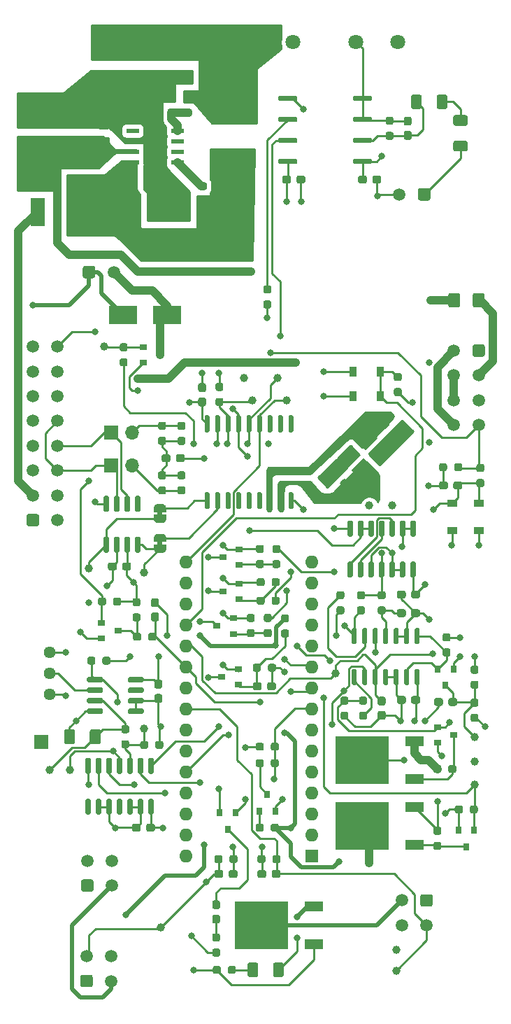
<source format=gtl>
G04 #@! TF.GenerationSoftware,KiCad,Pcbnew,(5.1.10)-1*
G04 #@! TF.CreationDate,2022-01-30T14:23:45-06:00*
G04 #@! TF.ProjectId,22-ELC-1-01-R1,32322d45-4c43-42d3-912d-30312d52312e,rev?*
G04 #@! TF.SameCoordinates,Original*
G04 #@! TF.FileFunction,Copper,L1,Top*
G04 #@! TF.FilePolarity,Positive*
%FSLAX46Y46*%
G04 Gerber Fmt 4.6, Leading zero omitted, Abs format (unit mm)*
G04 Created by KiCad (PCBNEW (5.1.10)-1) date 2022-01-30 14:23:45*
%MOMM*%
%LPD*%
G01*
G04 APERTURE LIST*
G04 #@! TA.AperFunction,EtchedComponent*
%ADD10C,0.100000*%
G04 #@! TD*
G04 #@! TA.AperFunction,SMDPad,CuDef*
%ADD11R,2.500000X1.800000*%
G04 #@! TD*
G04 #@! TA.AperFunction,SMDPad,CuDef*
%ADD12R,1.100000X1.100000*%
G04 #@! TD*
G04 #@! TA.AperFunction,ComponentPad*
%ADD13C,1.500000*%
G04 #@! TD*
G04 #@! TA.AperFunction,ComponentPad*
%ADD14C,1.000000*%
G04 #@! TD*
G04 #@! TA.AperFunction,ComponentPad*
%ADD15O,1.600000X1.600000*%
G04 #@! TD*
G04 #@! TA.AperFunction,ComponentPad*
%ADD16R,1.600000X1.600000*%
G04 #@! TD*
G04 #@! TA.AperFunction,SMDPad,CuDef*
%ADD17R,1.800000X3.500000*%
G04 #@! TD*
G04 #@! TA.AperFunction,SMDPad,CuDef*
%ADD18R,1.200000X0.900000*%
G04 #@! TD*
G04 #@! TA.AperFunction,SMDPad,CuDef*
%ADD19R,0.900000X1.200000*%
G04 #@! TD*
G04 #@! TA.AperFunction,SMDPad,CuDef*
%ADD20R,3.500000X2.300000*%
G04 #@! TD*
G04 #@! TA.AperFunction,ComponentPad*
%ADD21R,1.700000X1.700000*%
G04 #@! TD*
G04 #@! TA.AperFunction,SMDPad,CuDef*
%ADD22C,0.100000*%
G04 #@! TD*
G04 #@! TA.AperFunction,ComponentPad*
%ADD23O,1.700000X1.700000*%
G04 #@! TD*
G04 #@! TA.AperFunction,SMDPad,CuDef*
%ADD24R,0.900000X0.800000*%
G04 #@! TD*
G04 #@! TA.AperFunction,SMDPad,CuDef*
%ADD25R,0.800000X0.900000*%
G04 #@! TD*
G04 #@! TA.AperFunction,SMDPad,CuDef*
%ADD26R,2.200000X1.200000*%
G04 #@! TD*
G04 #@! TA.AperFunction,SMDPad,CuDef*
%ADD27R,6.400000X5.800000*%
G04 #@! TD*
G04 #@! TA.AperFunction,ComponentPad*
%ADD28C,1.440000*%
G04 #@! TD*
G04 #@! TA.AperFunction,SMDPad,CuDef*
%ADD29R,2.600000X3.100000*%
G04 #@! TD*
G04 #@! TA.AperFunction,SMDPad,CuDef*
%ADD30R,2.950000X4.500000*%
G04 #@! TD*
G04 #@! TA.AperFunction,SMDPad,CuDef*
%ADD31R,1.550000X0.600000*%
G04 #@! TD*
G04 #@! TA.AperFunction,ComponentPad*
%ADD32C,0.600000*%
G04 #@! TD*
G04 #@! TA.AperFunction,ComponentPad*
%ADD33C,1.800000*%
G04 #@! TD*
G04 #@! TA.AperFunction,ViaPad*
%ADD34C,0.800000*%
G04 #@! TD*
G04 #@! TA.AperFunction,Conductor*
%ADD35C,0.250000*%
G04 #@! TD*
G04 #@! TA.AperFunction,Conductor*
%ADD36C,1.000000*%
G04 #@! TD*
G04 #@! TA.AperFunction,Conductor*
%ADD37C,0.500000*%
G04 #@! TD*
G04 #@! TA.AperFunction,Conductor*
%ADD38C,0.254000*%
G04 #@! TD*
G04 #@! TA.AperFunction,Conductor*
%ADD39C,0.100000*%
G04 #@! TD*
G04 APERTURE END LIST*
D10*
G36*
X98700000Y-85450000D02*
G01*
X98700000Y-84950000D01*
X98100000Y-84950000D01*
X98100000Y-85450000D01*
X98700000Y-85450000D01*
G37*
G36*
X98100000Y-88550000D02*
G01*
X98100000Y-89050000D01*
X98700000Y-89050000D01*
X98700000Y-88550000D01*
X98100000Y-88550000D01*
G37*
G04 #@! TA.AperFunction,SMDPad,CuDef*
G36*
G01*
X112100000Y-141025000D02*
X112100000Y-139775000D01*
G75*
G02*
X112350000Y-139525000I250000J0D01*
G01*
X113150000Y-139525000D01*
G75*
G02*
X113400000Y-139775000I0J-250000D01*
G01*
X113400000Y-141025000D01*
G75*
G02*
X113150000Y-141275000I-250000J0D01*
G01*
X112350000Y-141275000D01*
G75*
G02*
X112100000Y-141025000I0J250000D01*
G01*
G37*
G04 #@! TD.AperFunction*
G04 #@! TA.AperFunction,SMDPad,CuDef*
G36*
G01*
X109000000Y-141025000D02*
X109000000Y-139775000D01*
G75*
G02*
X109250000Y-139525000I250000J0D01*
G01*
X110050000Y-139525000D01*
G75*
G02*
X110300000Y-139775000I0J-250000D01*
G01*
X110300000Y-141025000D01*
G75*
G02*
X110050000Y-141275000I-250000J0D01*
G01*
X109250000Y-141275000D01*
G75*
G02*
X109000000Y-141025000I0J250000D01*
G01*
G37*
G04 #@! TD.AperFunction*
G04 #@! TA.AperFunction,SMDPad,CuDef*
G36*
G01*
X88249999Y-39900000D02*
X89550001Y-39900000D01*
G75*
G02*
X89800000Y-40149999I0J-249999D01*
G01*
X89800000Y-40975001D01*
G75*
G02*
X89550001Y-41225000I-249999J0D01*
G01*
X88249999Y-41225000D01*
G75*
G02*
X88000000Y-40975001I0J249999D01*
G01*
X88000000Y-40149999D01*
G75*
G02*
X88249999Y-39900000I249999J0D01*
G01*
G37*
G04 #@! TD.AperFunction*
G04 #@! TA.AperFunction,SMDPad,CuDef*
G36*
G01*
X88249999Y-36775000D02*
X89550001Y-36775000D01*
G75*
G02*
X89800000Y-37024999I0J-249999D01*
G01*
X89800000Y-37850001D01*
G75*
G02*
X89550001Y-38100000I-249999J0D01*
G01*
X88249999Y-38100000D01*
G75*
G02*
X88000000Y-37850001I0J249999D01*
G01*
X88000000Y-37024999D01*
G75*
G02*
X88249999Y-36775000I249999J0D01*
G01*
G37*
G04 #@! TD.AperFunction*
G04 #@! TA.AperFunction,SMDPad,CuDef*
G36*
G01*
X91225000Y-111549997D02*
X91225000Y-112850003D01*
G75*
G02*
X90975003Y-113100000I-249997J0D01*
G01*
X90149997Y-113100000D01*
G75*
G02*
X89900000Y-112850003I0J249997D01*
G01*
X89900000Y-111549997D01*
G75*
G02*
X90149997Y-111300000I249997J0D01*
G01*
X90975003Y-111300000D01*
G75*
G02*
X91225000Y-111549997I0J-249997D01*
G01*
G37*
G04 #@! TD.AperFunction*
G04 #@! TA.AperFunction,SMDPad,CuDef*
G36*
G01*
X88100000Y-111549997D02*
X88100000Y-112850003D01*
G75*
G02*
X87850003Y-113100000I-249997J0D01*
G01*
X87024997Y-113100000D01*
G75*
G02*
X86775000Y-112850003I0J249997D01*
G01*
X86775000Y-111549997D01*
G75*
G02*
X87024997Y-111300000I249997J0D01*
G01*
X87850003Y-111300000D01*
G75*
G02*
X88100000Y-111549997I0J-249997D01*
G01*
G37*
G04 #@! TD.AperFunction*
G04 #@! TA.AperFunction,SMDPad,CuDef*
G36*
G01*
X93250001Y-30100000D02*
X91949999Y-30100000D01*
G75*
G02*
X91700000Y-29850001I0J249999D01*
G01*
X91700000Y-29024999D01*
G75*
G02*
X91949999Y-28775000I249999J0D01*
G01*
X93250001Y-28775000D01*
G75*
G02*
X93500000Y-29024999I0J-249999D01*
G01*
X93500000Y-29850001D01*
G75*
G02*
X93250001Y-30100000I-249999J0D01*
G01*
G37*
G04 #@! TD.AperFunction*
G04 #@! TA.AperFunction,SMDPad,CuDef*
G36*
G01*
X93250001Y-33225000D02*
X91949999Y-33225000D01*
G75*
G02*
X91700000Y-32975001I0J249999D01*
G01*
X91700000Y-32149999D01*
G75*
G02*
X91949999Y-31900000I249999J0D01*
G01*
X93250001Y-31900000D01*
G75*
G02*
X93500000Y-32149999I0J-249999D01*
G01*
X93500000Y-32975001D01*
G75*
G02*
X93250001Y-33225000I-249999J0D01*
G01*
G37*
G04 #@! TD.AperFunction*
G04 #@! TA.AperFunction,SMDPad,CuDef*
G36*
G01*
X85349999Y-39900000D02*
X86650001Y-39900000D01*
G75*
G02*
X86900000Y-40149999I0J-249999D01*
G01*
X86900000Y-40975001D01*
G75*
G02*
X86650001Y-41225000I-249999J0D01*
G01*
X85349999Y-41225000D01*
G75*
G02*
X85100000Y-40975001I0J249999D01*
G01*
X85100000Y-40149999D01*
G75*
G02*
X85349999Y-39900000I249999J0D01*
G01*
G37*
G04 #@! TD.AperFunction*
G04 #@! TA.AperFunction,SMDPad,CuDef*
G36*
G01*
X85349999Y-36775000D02*
X86650001Y-36775000D01*
G75*
G02*
X86900000Y-37024999I0J-249999D01*
G01*
X86900000Y-37850001D01*
G75*
G02*
X86650001Y-38100000I-249999J0D01*
G01*
X85349999Y-38100000D01*
G75*
G02*
X85100000Y-37850001I0J249999D01*
G01*
X85100000Y-37024999D01*
G75*
G02*
X85349999Y-36775000I249999J0D01*
G01*
G37*
G04 #@! TD.AperFunction*
D11*
X98400000Y-48200000D03*
X94400000Y-48200000D03*
D12*
X83000000Y-37200000D03*
X83000000Y-40000000D03*
G04 #@! TA.AperFunction,ComponentPad*
G36*
G01*
X130180000Y-131250000D02*
X131180000Y-131250000D01*
G75*
G02*
X131430000Y-131500000I0J-250000D01*
G01*
X131430000Y-132500000D01*
G75*
G02*
X131180000Y-132750000I-250000J0D01*
G01*
X130180000Y-132750000D01*
G75*
G02*
X129930000Y-132500000I0J250000D01*
G01*
X129930000Y-131500000D01*
G75*
G02*
X130180000Y-131250000I250000J0D01*
G01*
G37*
G04 #@! TD.AperFunction*
D13*
X130680000Y-135000000D03*
X127680000Y-132000000D03*
X127680000Y-135000000D03*
G04 #@! TA.AperFunction,SMDPad,CuDef*
G36*
G01*
X129410000Y-99050000D02*
X129710000Y-99050000D01*
G75*
G02*
X129860000Y-99200000I0J-150000D01*
G01*
X129860000Y-100850000D01*
G75*
G02*
X129710000Y-101000000I-150000J0D01*
G01*
X129410000Y-101000000D01*
G75*
G02*
X129260000Y-100850000I0J150000D01*
G01*
X129260000Y-99200000D01*
G75*
G02*
X129410000Y-99050000I150000J0D01*
G01*
G37*
G04 #@! TD.AperFunction*
G04 #@! TA.AperFunction,SMDPad,CuDef*
G36*
G01*
X128140000Y-99050000D02*
X128440000Y-99050000D01*
G75*
G02*
X128590000Y-99200000I0J-150000D01*
G01*
X128590000Y-100850000D01*
G75*
G02*
X128440000Y-101000000I-150000J0D01*
G01*
X128140000Y-101000000D01*
G75*
G02*
X127990000Y-100850000I0J150000D01*
G01*
X127990000Y-99200000D01*
G75*
G02*
X128140000Y-99050000I150000J0D01*
G01*
G37*
G04 #@! TD.AperFunction*
G04 #@! TA.AperFunction,SMDPad,CuDef*
G36*
G01*
X126870000Y-99050000D02*
X127170000Y-99050000D01*
G75*
G02*
X127320000Y-99200000I0J-150000D01*
G01*
X127320000Y-100850000D01*
G75*
G02*
X127170000Y-101000000I-150000J0D01*
G01*
X126870000Y-101000000D01*
G75*
G02*
X126720000Y-100850000I0J150000D01*
G01*
X126720000Y-99200000D01*
G75*
G02*
X126870000Y-99050000I150000J0D01*
G01*
G37*
G04 #@! TD.AperFunction*
G04 #@! TA.AperFunction,SMDPad,CuDef*
G36*
G01*
X125600000Y-99050000D02*
X125900000Y-99050000D01*
G75*
G02*
X126050000Y-99200000I0J-150000D01*
G01*
X126050000Y-100850000D01*
G75*
G02*
X125900000Y-101000000I-150000J0D01*
G01*
X125600000Y-101000000D01*
G75*
G02*
X125450000Y-100850000I0J150000D01*
G01*
X125450000Y-99200000D01*
G75*
G02*
X125600000Y-99050000I150000J0D01*
G01*
G37*
G04 #@! TD.AperFunction*
G04 #@! TA.AperFunction,SMDPad,CuDef*
G36*
G01*
X124330000Y-99050000D02*
X124630000Y-99050000D01*
G75*
G02*
X124780000Y-99200000I0J-150000D01*
G01*
X124780000Y-100850000D01*
G75*
G02*
X124630000Y-101000000I-150000J0D01*
G01*
X124330000Y-101000000D01*
G75*
G02*
X124180000Y-100850000I0J150000D01*
G01*
X124180000Y-99200000D01*
G75*
G02*
X124330000Y-99050000I150000J0D01*
G01*
G37*
G04 #@! TD.AperFunction*
G04 #@! TA.AperFunction,SMDPad,CuDef*
G36*
G01*
X123060000Y-99050000D02*
X123360000Y-99050000D01*
G75*
G02*
X123510000Y-99200000I0J-150000D01*
G01*
X123510000Y-100850000D01*
G75*
G02*
X123360000Y-101000000I-150000J0D01*
G01*
X123060000Y-101000000D01*
G75*
G02*
X122910000Y-100850000I0J150000D01*
G01*
X122910000Y-99200000D01*
G75*
G02*
X123060000Y-99050000I150000J0D01*
G01*
G37*
G04 #@! TD.AperFunction*
G04 #@! TA.AperFunction,SMDPad,CuDef*
G36*
G01*
X121790000Y-99050000D02*
X122090000Y-99050000D01*
G75*
G02*
X122240000Y-99200000I0J-150000D01*
G01*
X122240000Y-100850000D01*
G75*
G02*
X122090000Y-101000000I-150000J0D01*
G01*
X121790000Y-101000000D01*
G75*
G02*
X121640000Y-100850000I0J150000D01*
G01*
X121640000Y-99200000D01*
G75*
G02*
X121790000Y-99050000I150000J0D01*
G01*
G37*
G04 #@! TD.AperFunction*
G04 #@! TA.AperFunction,SMDPad,CuDef*
G36*
G01*
X121790000Y-104000000D02*
X122090000Y-104000000D01*
G75*
G02*
X122240000Y-104150000I0J-150000D01*
G01*
X122240000Y-105800000D01*
G75*
G02*
X122090000Y-105950000I-150000J0D01*
G01*
X121790000Y-105950000D01*
G75*
G02*
X121640000Y-105800000I0J150000D01*
G01*
X121640000Y-104150000D01*
G75*
G02*
X121790000Y-104000000I150000J0D01*
G01*
G37*
G04 #@! TD.AperFunction*
G04 #@! TA.AperFunction,SMDPad,CuDef*
G36*
G01*
X123060000Y-104000000D02*
X123360000Y-104000000D01*
G75*
G02*
X123510000Y-104150000I0J-150000D01*
G01*
X123510000Y-105800000D01*
G75*
G02*
X123360000Y-105950000I-150000J0D01*
G01*
X123060000Y-105950000D01*
G75*
G02*
X122910000Y-105800000I0J150000D01*
G01*
X122910000Y-104150000D01*
G75*
G02*
X123060000Y-104000000I150000J0D01*
G01*
G37*
G04 #@! TD.AperFunction*
G04 #@! TA.AperFunction,SMDPad,CuDef*
G36*
G01*
X124330000Y-104000000D02*
X124630000Y-104000000D01*
G75*
G02*
X124780000Y-104150000I0J-150000D01*
G01*
X124780000Y-105800000D01*
G75*
G02*
X124630000Y-105950000I-150000J0D01*
G01*
X124330000Y-105950000D01*
G75*
G02*
X124180000Y-105800000I0J150000D01*
G01*
X124180000Y-104150000D01*
G75*
G02*
X124330000Y-104000000I150000J0D01*
G01*
G37*
G04 #@! TD.AperFunction*
G04 #@! TA.AperFunction,SMDPad,CuDef*
G36*
G01*
X125600000Y-104000000D02*
X125900000Y-104000000D01*
G75*
G02*
X126050000Y-104150000I0J-150000D01*
G01*
X126050000Y-105800000D01*
G75*
G02*
X125900000Y-105950000I-150000J0D01*
G01*
X125600000Y-105950000D01*
G75*
G02*
X125450000Y-105800000I0J150000D01*
G01*
X125450000Y-104150000D01*
G75*
G02*
X125600000Y-104000000I150000J0D01*
G01*
G37*
G04 #@! TD.AperFunction*
G04 #@! TA.AperFunction,SMDPad,CuDef*
G36*
G01*
X126870000Y-104000000D02*
X127170000Y-104000000D01*
G75*
G02*
X127320000Y-104150000I0J-150000D01*
G01*
X127320000Y-105800000D01*
G75*
G02*
X127170000Y-105950000I-150000J0D01*
G01*
X126870000Y-105950000D01*
G75*
G02*
X126720000Y-105800000I0J150000D01*
G01*
X126720000Y-104150000D01*
G75*
G02*
X126870000Y-104000000I150000J0D01*
G01*
G37*
G04 #@! TD.AperFunction*
G04 #@! TA.AperFunction,SMDPad,CuDef*
G36*
G01*
X128140000Y-104000000D02*
X128440000Y-104000000D01*
G75*
G02*
X128590000Y-104150000I0J-150000D01*
G01*
X128590000Y-105800000D01*
G75*
G02*
X128440000Y-105950000I-150000J0D01*
G01*
X128140000Y-105950000D01*
G75*
G02*
X127990000Y-105800000I0J150000D01*
G01*
X127990000Y-104150000D01*
G75*
G02*
X128140000Y-104000000I150000J0D01*
G01*
G37*
G04 #@! TD.AperFunction*
G04 #@! TA.AperFunction,SMDPad,CuDef*
G36*
G01*
X129410000Y-104000000D02*
X129710000Y-104000000D01*
G75*
G02*
X129860000Y-104150000I0J-150000D01*
G01*
X129860000Y-105800000D01*
G75*
G02*
X129710000Y-105950000I-150000J0D01*
G01*
X129410000Y-105950000D01*
G75*
G02*
X129260000Y-105800000I0J150000D01*
G01*
X129260000Y-104150000D01*
G75*
G02*
X129410000Y-104000000I150000J0D01*
G01*
G37*
G04 #@! TD.AperFunction*
D14*
X87500000Y-116250000D03*
D15*
X101570000Y-91040000D03*
X116810000Y-91040000D03*
X101570000Y-126600000D03*
X116810000Y-93580000D03*
X101570000Y-124060000D03*
X116810000Y-96120000D03*
X101570000Y-121520000D03*
X116810000Y-98660000D03*
X101570000Y-118980000D03*
X116810000Y-101200000D03*
X101570000Y-116440000D03*
X116810000Y-103740000D03*
X101570000Y-113900000D03*
X116810000Y-106280000D03*
X101570000Y-111360000D03*
X116810000Y-108820000D03*
X101570000Y-108820000D03*
X116810000Y-111360000D03*
X101570000Y-106280000D03*
X116810000Y-113900000D03*
X101570000Y-103740000D03*
X116810000Y-116440000D03*
X101570000Y-101200000D03*
X116810000Y-118980000D03*
X101570000Y-98660000D03*
X116810000Y-121520000D03*
X101570000Y-96120000D03*
X116810000Y-124060000D03*
X101570000Y-93580000D03*
D16*
X116810000Y-126600000D03*
D13*
X127400000Y-46600000D03*
G04 #@! TA.AperFunction,ComponentPad*
G36*
G01*
X129900000Y-45850000D02*
X130900000Y-45850000D01*
G75*
G02*
X131150000Y-46100000I0J-250000D01*
G01*
X131150000Y-47100000D01*
G75*
G02*
X130900000Y-47350000I-250000J0D01*
G01*
X129900000Y-47350000D01*
G75*
G02*
X129650000Y-47100000I0J250000D01*
G01*
X129650000Y-46100000D01*
G75*
G02*
X129900000Y-45850000I250000J0D01*
G01*
G37*
G04 #@! TD.AperFunction*
G04 #@! TA.AperFunction,SMDPad,CuDef*
G36*
G01*
X132200000Y-82037500D02*
X132200000Y-81562500D01*
G75*
G02*
X132437500Y-81325000I237500J0D01*
G01*
X133037500Y-81325000D01*
G75*
G02*
X133275000Y-81562500I0J-237500D01*
G01*
X133275000Y-82037500D01*
G75*
G02*
X133037500Y-82275000I-237500J0D01*
G01*
X132437500Y-82275000D01*
G75*
G02*
X132200000Y-82037500I0J237500D01*
G01*
G37*
G04 #@! TD.AperFunction*
G04 #@! TA.AperFunction,SMDPad,CuDef*
G36*
G01*
X133925000Y-82037500D02*
X133925000Y-81562500D01*
G75*
G02*
X134162500Y-81325000I237500J0D01*
G01*
X134762500Y-81325000D01*
G75*
G02*
X135000000Y-81562500I0J-237500D01*
G01*
X135000000Y-82037500D01*
G75*
G02*
X134762500Y-82275000I-237500J0D01*
G01*
X134162500Y-82275000D01*
G75*
G02*
X133925000Y-82037500I0J237500D01*
G01*
G37*
G04 #@! TD.AperFunction*
G04 #@! TA.AperFunction,SMDPad,CuDef*
G36*
G01*
X91125000Y-37575000D02*
X92075000Y-37575000D01*
G75*
G02*
X92325000Y-37825000I0J-250000D01*
G01*
X92325000Y-38500000D01*
G75*
G02*
X92075000Y-38750000I-250000J0D01*
G01*
X91125000Y-38750000D01*
G75*
G02*
X90875000Y-38500000I0J250000D01*
G01*
X90875000Y-37825000D01*
G75*
G02*
X91125000Y-37575000I250000J0D01*
G01*
G37*
G04 #@! TD.AperFunction*
G04 #@! TA.AperFunction,SMDPad,CuDef*
G36*
G01*
X91125000Y-39650000D02*
X92075000Y-39650000D01*
G75*
G02*
X92325000Y-39900000I0J-250000D01*
G01*
X92325000Y-40575000D01*
G75*
G02*
X92075000Y-40825000I-250000J0D01*
G01*
X91125000Y-40825000D01*
G75*
G02*
X90875000Y-40575000I0J250000D01*
G01*
X90875000Y-39900000D01*
G75*
G02*
X91125000Y-39650000I250000J0D01*
G01*
G37*
G04 #@! TD.AperFunction*
G04 #@! TA.AperFunction,SMDPad,CuDef*
G36*
G01*
X104075000Y-45362500D02*
X104075000Y-45837500D01*
G75*
G02*
X103837500Y-46075000I-237500J0D01*
G01*
X103237500Y-46075000D01*
G75*
G02*
X103000000Y-45837500I0J237500D01*
G01*
X103000000Y-45362500D01*
G75*
G02*
X103237500Y-45125000I237500J0D01*
G01*
X103837500Y-45125000D01*
G75*
G02*
X104075000Y-45362500I0J-237500D01*
G01*
G37*
G04 #@! TD.AperFunction*
G04 #@! TA.AperFunction,SMDPad,CuDef*
G36*
G01*
X105800000Y-45362500D02*
X105800000Y-45837500D01*
G75*
G02*
X105562500Y-46075000I-237500J0D01*
G01*
X104962500Y-46075000D01*
G75*
G02*
X104725000Y-45837500I0J237500D01*
G01*
X104725000Y-45362500D01*
G75*
G02*
X104962500Y-45125000I237500J0D01*
G01*
X105562500Y-45125000D01*
G75*
G02*
X105800000Y-45362500I0J-237500D01*
G01*
G37*
G04 #@! TD.AperFunction*
G04 #@! TA.AperFunction,SMDPad,CuDef*
G36*
G01*
X102100003Y-33225000D02*
X99899997Y-33225000D01*
G75*
G02*
X99650000Y-32975003I0J249997D01*
G01*
X99650000Y-32149997D01*
G75*
G02*
X99899997Y-31900000I249997J0D01*
G01*
X102100003Y-31900000D01*
G75*
G02*
X102350000Y-32149997I0J-249997D01*
G01*
X102350000Y-32975003D01*
G75*
G02*
X102100003Y-33225000I-249997J0D01*
G01*
G37*
G04 #@! TD.AperFunction*
G04 #@! TA.AperFunction,SMDPad,CuDef*
G36*
G01*
X102100003Y-30100000D02*
X99899997Y-30100000D01*
G75*
G02*
X99650000Y-29850003I0J249997D01*
G01*
X99650000Y-29024997D01*
G75*
G02*
X99899997Y-28775000I249997J0D01*
G01*
X102100003Y-28775000D01*
G75*
G02*
X102350000Y-29024997I0J-249997D01*
G01*
X102350000Y-29850003D01*
G75*
G02*
X102100003Y-30100000I-249997J0D01*
G01*
G37*
G04 #@! TD.AperFunction*
G04 #@! TA.AperFunction,SMDPad,CuDef*
G36*
G01*
X97900003Y-33225000D02*
X95699997Y-33225000D01*
G75*
G02*
X95450000Y-32975003I0J249997D01*
G01*
X95450000Y-32149997D01*
G75*
G02*
X95699997Y-31900000I249997J0D01*
G01*
X97900003Y-31900000D01*
G75*
G02*
X98150000Y-32149997I0J-249997D01*
G01*
X98150000Y-32975003D01*
G75*
G02*
X97900003Y-33225000I-249997J0D01*
G01*
G37*
G04 #@! TD.AperFunction*
G04 #@! TA.AperFunction,SMDPad,CuDef*
G36*
G01*
X97900003Y-30100000D02*
X95699997Y-30100000D01*
G75*
G02*
X95450000Y-29850003I0J249997D01*
G01*
X95450000Y-29024997D01*
G75*
G02*
X95699997Y-28775000I249997J0D01*
G01*
X97900003Y-28775000D01*
G75*
G02*
X98150000Y-29024997I0J-249997D01*
G01*
X98150000Y-29850003D01*
G75*
G02*
X97900003Y-30100000I-249997J0D01*
G01*
G37*
G04 #@! TD.AperFunction*
G04 #@! TA.AperFunction,SMDPad,CuDef*
G36*
G01*
X111375000Y-106337500D02*
X111375000Y-105862500D01*
G75*
G02*
X111612500Y-105625000I237500J0D01*
G01*
X112212500Y-105625000D01*
G75*
G02*
X112450000Y-105862500I0J-237500D01*
G01*
X112450000Y-106337500D01*
G75*
G02*
X112212500Y-106575000I-237500J0D01*
G01*
X111612500Y-106575000D01*
G75*
G02*
X111375000Y-106337500I0J237500D01*
G01*
G37*
G04 #@! TD.AperFunction*
G04 #@! TA.AperFunction,SMDPad,CuDef*
G36*
G01*
X109650000Y-106337500D02*
X109650000Y-105862500D01*
G75*
G02*
X109887500Y-105625000I237500J0D01*
G01*
X110487500Y-105625000D01*
G75*
G02*
X110725000Y-105862500I0J-237500D01*
G01*
X110725000Y-106337500D01*
G75*
G02*
X110487500Y-106575000I-237500J0D01*
G01*
X109887500Y-106575000D01*
G75*
G02*
X109650000Y-106337500I0J237500D01*
G01*
G37*
G04 #@! TD.AperFunction*
G04 #@! TA.AperFunction,SMDPad,CuDef*
G36*
G01*
X127100000Y-95237500D02*
X127100000Y-94762500D01*
G75*
G02*
X127337500Y-94525000I237500J0D01*
G01*
X127937500Y-94525000D01*
G75*
G02*
X128175000Y-94762500I0J-237500D01*
G01*
X128175000Y-95237500D01*
G75*
G02*
X127937500Y-95475000I-237500J0D01*
G01*
X127337500Y-95475000D01*
G75*
G02*
X127100000Y-95237500I0J237500D01*
G01*
G37*
G04 #@! TD.AperFunction*
G04 #@! TA.AperFunction,SMDPad,CuDef*
G36*
G01*
X128825000Y-95237500D02*
X128825000Y-94762500D01*
G75*
G02*
X129062500Y-94525000I237500J0D01*
G01*
X129662500Y-94525000D01*
G75*
G02*
X129900000Y-94762500I0J-237500D01*
G01*
X129900000Y-95237500D01*
G75*
G02*
X129662500Y-95475000I-237500J0D01*
G01*
X129062500Y-95475000D01*
G75*
G02*
X128825000Y-95237500I0J237500D01*
G01*
G37*
G04 #@! TD.AperFunction*
G04 #@! TA.AperFunction,SMDPad,CuDef*
G36*
G01*
X127100000Y-107987500D02*
X127100000Y-107512500D01*
G75*
G02*
X127337500Y-107275000I237500J0D01*
G01*
X127937500Y-107275000D01*
G75*
G02*
X128175000Y-107512500I0J-237500D01*
G01*
X128175000Y-107987500D01*
G75*
G02*
X127937500Y-108225000I-237500J0D01*
G01*
X127337500Y-108225000D01*
G75*
G02*
X127100000Y-107987500I0J237500D01*
G01*
G37*
G04 #@! TD.AperFunction*
G04 #@! TA.AperFunction,SMDPad,CuDef*
G36*
G01*
X128825000Y-107987500D02*
X128825000Y-107512500D01*
G75*
G02*
X129062500Y-107275000I237500J0D01*
G01*
X129662500Y-107275000D01*
G75*
G02*
X129900000Y-107512500I0J-237500D01*
G01*
X129900000Y-107987500D01*
G75*
G02*
X129662500Y-108225000I-237500J0D01*
G01*
X129062500Y-108225000D01*
G75*
G02*
X128825000Y-107987500I0J237500D01*
G01*
G37*
G04 #@! TD.AperFunction*
G04 #@! TA.AperFunction,SMDPad,CuDef*
G36*
G01*
X128175000Y-97012500D02*
X128175000Y-97487500D01*
G75*
G02*
X127937500Y-97725000I-237500J0D01*
G01*
X127337500Y-97725000D01*
G75*
G02*
X127100000Y-97487500I0J237500D01*
G01*
X127100000Y-97012500D01*
G75*
G02*
X127337500Y-96775000I237500J0D01*
G01*
X127937500Y-96775000D01*
G75*
G02*
X128175000Y-97012500I0J-237500D01*
G01*
G37*
G04 #@! TD.AperFunction*
G04 #@! TA.AperFunction,SMDPad,CuDef*
G36*
G01*
X129900000Y-97012500D02*
X129900000Y-97487500D01*
G75*
G02*
X129662500Y-97725000I-237500J0D01*
G01*
X129062500Y-97725000D01*
G75*
G02*
X128825000Y-97487500I0J237500D01*
G01*
X128825000Y-97012500D01*
G75*
G02*
X129062500Y-96775000I237500J0D01*
G01*
X129662500Y-96775000D01*
G75*
G02*
X129900000Y-97012500I0J-237500D01*
G01*
G37*
G04 #@! TD.AperFunction*
G04 #@! TA.AperFunction,SMDPad,CuDef*
G36*
G01*
X125487500Y-110150000D02*
X125012500Y-110150000D01*
G75*
G02*
X124775000Y-109912500I0J237500D01*
G01*
X124775000Y-109312500D01*
G75*
G02*
X125012500Y-109075000I237500J0D01*
G01*
X125487500Y-109075000D01*
G75*
G02*
X125725000Y-109312500I0J-237500D01*
G01*
X125725000Y-109912500D01*
G75*
G02*
X125487500Y-110150000I-237500J0D01*
G01*
G37*
G04 #@! TD.AperFunction*
G04 #@! TA.AperFunction,SMDPad,CuDef*
G36*
G01*
X125487500Y-108425000D02*
X125012500Y-108425000D01*
G75*
G02*
X124775000Y-108187500I0J237500D01*
G01*
X124775000Y-107587500D01*
G75*
G02*
X125012500Y-107350000I237500J0D01*
G01*
X125487500Y-107350000D01*
G75*
G02*
X125725000Y-107587500I0J-237500D01*
G01*
X125725000Y-108187500D01*
G75*
G02*
X125487500Y-108425000I-237500J0D01*
G01*
G37*
G04 #@! TD.AperFunction*
G04 #@! TA.AperFunction,SMDPad,CuDef*
G36*
G01*
X134400000Y-107762500D02*
X134400000Y-108237500D01*
G75*
G02*
X134162500Y-108475000I-237500J0D01*
G01*
X133562500Y-108475000D01*
G75*
G02*
X133325000Y-108237500I0J237500D01*
G01*
X133325000Y-107762500D01*
G75*
G02*
X133562500Y-107525000I237500J0D01*
G01*
X134162500Y-107525000D01*
G75*
G02*
X134400000Y-107762500I0J-237500D01*
G01*
G37*
G04 #@! TD.AperFunction*
G04 #@! TA.AperFunction,SMDPad,CuDef*
G36*
G01*
X132675000Y-107762500D02*
X132675000Y-108237500D01*
G75*
G02*
X132437500Y-108475000I-237500J0D01*
G01*
X131837500Y-108475000D01*
G75*
G02*
X131600000Y-108237500I0J237500D01*
G01*
X131600000Y-107762500D01*
G75*
G02*
X131837500Y-107525000I237500J0D01*
G01*
X132437500Y-107525000D01*
G75*
G02*
X132675000Y-107762500I0J-237500D01*
G01*
G37*
G04 #@! TD.AperFunction*
G04 #@! TA.AperFunction,SMDPad,CuDef*
G36*
G01*
X97962500Y-107025000D02*
X98437500Y-107025000D01*
G75*
G02*
X98675000Y-107262500I0J-237500D01*
G01*
X98675000Y-107862500D01*
G75*
G02*
X98437500Y-108100000I-237500J0D01*
G01*
X97962500Y-108100000D01*
G75*
G02*
X97725000Y-107862500I0J237500D01*
G01*
X97725000Y-107262500D01*
G75*
G02*
X97962500Y-107025000I237500J0D01*
G01*
G37*
G04 #@! TD.AperFunction*
G04 #@! TA.AperFunction,SMDPad,CuDef*
G36*
G01*
X97962500Y-105300000D02*
X98437500Y-105300000D01*
G75*
G02*
X98675000Y-105537500I0J-237500D01*
G01*
X98675000Y-106137500D01*
G75*
G02*
X98437500Y-106375000I-237500J0D01*
G01*
X97962500Y-106375000D01*
G75*
G02*
X97725000Y-106137500I0J237500D01*
G01*
X97725000Y-105537500D01*
G75*
G02*
X97962500Y-105300000I237500J0D01*
G01*
G37*
G04 #@! TD.AperFunction*
G04 #@! TA.AperFunction,SMDPad,CuDef*
G36*
G01*
X96075000Y-122962500D02*
X96075000Y-123437500D01*
G75*
G02*
X95837500Y-123675000I-237500J0D01*
G01*
X95237500Y-123675000D01*
G75*
G02*
X95000000Y-123437500I0J237500D01*
G01*
X95000000Y-122962500D01*
G75*
G02*
X95237500Y-122725000I237500J0D01*
G01*
X95837500Y-122725000D01*
G75*
G02*
X96075000Y-122962500I0J-237500D01*
G01*
G37*
G04 #@! TD.AperFunction*
G04 #@! TA.AperFunction,SMDPad,CuDef*
G36*
G01*
X97800000Y-122962500D02*
X97800000Y-123437500D01*
G75*
G02*
X97562500Y-123675000I-237500J0D01*
G01*
X96962500Y-123675000D01*
G75*
G02*
X96725000Y-123437500I0J237500D01*
G01*
X96725000Y-122962500D01*
G75*
G02*
X96962500Y-122725000I237500J0D01*
G01*
X97562500Y-122725000D01*
G75*
G02*
X97800000Y-122962500I0J-237500D01*
G01*
G37*
G04 #@! TD.AperFunction*
G04 #@! TA.AperFunction,SMDPad,CuDef*
G36*
G01*
X127348008Y-75822012D02*
X127012132Y-76157888D01*
G75*
G02*
X126676256Y-76157888I-167938J167938D01*
G01*
X126251992Y-75733624D01*
G75*
G02*
X126251992Y-75397748I167938J167938D01*
G01*
X126587868Y-75061872D01*
G75*
G02*
X126923744Y-75061872I167938J-167938D01*
G01*
X127348008Y-75486136D01*
G75*
G02*
X127348008Y-75822012I-167938J-167938D01*
G01*
G37*
G04 #@! TD.AperFunction*
G04 #@! TA.AperFunction,SMDPad,CuDef*
G36*
G01*
X126128248Y-74602252D02*
X125792372Y-74938128D01*
G75*
G02*
X125456496Y-74938128I-167938J167938D01*
G01*
X125032232Y-74513864D01*
G75*
G02*
X125032232Y-74177988I167938J167938D01*
G01*
X125368108Y-73842112D01*
G75*
G02*
X125703984Y-73842112I167938J-167938D01*
G01*
X126128248Y-74266376D01*
G75*
G02*
X126128248Y-74602252I-167938J-167938D01*
G01*
G37*
G04 #@! TD.AperFunction*
G04 #@! TA.AperFunction,SMDPad,CuDef*
G36*
G01*
X120138128Y-80602252D02*
X119802252Y-80938128D01*
G75*
G02*
X119466376Y-80938128I-167938J167938D01*
G01*
X119042112Y-80513864D01*
G75*
G02*
X119042112Y-80177988I167938J167938D01*
G01*
X119377988Y-79842112D01*
G75*
G02*
X119713864Y-79842112I167938J-167938D01*
G01*
X120138128Y-80266376D01*
G75*
G02*
X120138128Y-80602252I-167938J-167938D01*
G01*
G37*
G04 #@! TD.AperFunction*
G04 #@! TA.AperFunction,SMDPad,CuDef*
G36*
G01*
X121357888Y-81822012D02*
X121022012Y-82157888D01*
G75*
G02*
X120686136Y-82157888I-167938J167938D01*
G01*
X120261872Y-81733624D01*
G75*
G02*
X120261872Y-81397748I167938J167938D01*
G01*
X120597748Y-81061872D01*
G75*
G02*
X120933624Y-81061872I167938J-167938D01*
G01*
X121357888Y-81486136D01*
G75*
G02*
X121357888Y-81822012I-167938J-167938D01*
G01*
G37*
G04 #@! TD.AperFunction*
G04 #@! TA.AperFunction,SMDPad,CuDef*
G36*
G01*
X103262500Y-69437500D02*
X103737500Y-69437500D01*
G75*
G02*
X103975000Y-69675000I0J-237500D01*
G01*
X103975000Y-70275000D01*
G75*
G02*
X103737500Y-70512500I-237500J0D01*
G01*
X103262500Y-70512500D01*
G75*
G02*
X103025000Y-70275000I0J237500D01*
G01*
X103025000Y-69675000D01*
G75*
G02*
X103262500Y-69437500I237500J0D01*
G01*
G37*
G04 #@! TD.AperFunction*
G04 #@! TA.AperFunction,SMDPad,CuDef*
G36*
G01*
X103262500Y-71162500D02*
X103737500Y-71162500D01*
G75*
G02*
X103975000Y-71400000I0J-237500D01*
G01*
X103975000Y-72000000D01*
G75*
G02*
X103737500Y-72237500I-237500J0D01*
G01*
X103262500Y-72237500D01*
G75*
G02*
X103025000Y-72000000I0J237500D01*
G01*
X103025000Y-71400000D01*
G75*
G02*
X103262500Y-71162500I237500J0D01*
G01*
G37*
G04 #@! TD.AperFunction*
G04 #@! TA.AperFunction,SMDPad,CuDef*
G36*
G01*
X92100000Y-91837500D02*
X92100000Y-91362500D01*
G75*
G02*
X92337500Y-91125000I237500J0D01*
G01*
X92937500Y-91125000D01*
G75*
G02*
X93175000Y-91362500I0J-237500D01*
G01*
X93175000Y-91837500D01*
G75*
G02*
X92937500Y-92075000I-237500J0D01*
G01*
X92337500Y-92075000D01*
G75*
G02*
X92100000Y-91837500I0J237500D01*
G01*
G37*
G04 #@! TD.AperFunction*
G04 #@! TA.AperFunction,SMDPad,CuDef*
G36*
G01*
X93825000Y-91837500D02*
X93825000Y-91362500D01*
G75*
G02*
X94062500Y-91125000I237500J0D01*
G01*
X94662500Y-91125000D01*
G75*
G02*
X94900000Y-91362500I0J-237500D01*
G01*
X94900000Y-91837500D01*
G75*
G02*
X94662500Y-92075000I-237500J0D01*
G01*
X94062500Y-92075000D01*
G75*
G02*
X93825000Y-91837500I0J237500D01*
G01*
G37*
G04 #@! TD.AperFunction*
G04 #@! TA.AperFunction,SMDPad,CuDef*
G36*
G01*
X100325000Y-78737500D02*
X100325000Y-78262500D01*
G75*
G02*
X100562500Y-78025000I237500J0D01*
G01*
X101162500Y-78025000D01*
G75*
G02*
X101400000Y-78262500I0J-237500D01*
G01*
X101400000Y-78737500D01*
G75*
G02*
X101162500Y-78975000I-237500J0D01*
G01*
X100562500Y-78975000D01*
G75*
G02*
X100325000Y-78737500I0J237500D01*
G01*
G37*
G04 #@! TD.AperFunction*
G04 #@! TA.AperFunction,SMDPad,CuDef*
G36*
G01*
X98600000Y-78737500D02*
X98600000Y-78262500D01*
G75*
G02*
X98837500Y-78025000I237500J0D01*
G01*
X99437500Y-78025000D01*
G75*
G02*
X99675000Y-78262500I0J-237500D01*
G01*
X99675000Y-78737500D01*
G75*
G02*
X99437500Y-78975000I-237500J0D01*
G01*
X98837500Y-78975000D01*
G75*
G02*
X98600000Y-78737500I0J237500D01*
G01*
G37*
G04 #@! TD.AperFunction*
G04 #@! TA.AperFunction,SMDPad,CuDef*
G36*
G01*
X128637500Y-38275000D02*
X128162500Y-38275000D01*
G75*
G02*
X127925000Y-38037500I0J237500D01*
G01*
X127925000Y-37437500D01*
G75*
G02*
X128162500Y-37200000I237500J0D01*
G01*
X128637500Y-37200000D01*
G75*
G02*
X128875000Y-37437500I0J-237500D01*
G01*
X128875000Y-38037500D01*
G75*
G02*
X128637500Y-38275000I-237500J0D01*
G01*
G37*
G04 #@! TD.AperFunction*
G04 #@! TA.AperFunction,SMDPad,CuDef*
G36*
G01*
X128637500Y-40000000D02*
X128162500Y-40000000D01*
G75*
G02*
X127925000Y-39762500I0J237500D01*
G01*
X127925000Y-39162500D01*
G75*
G02*
X128162500Y-38925000I237500J0D01*
G01*
X128637500Y-38925000D01*
G75*
G02*
X128875000Y-39162500I0J-237500D01*
G01*
X128875000Y-39762500D01*
G75*
G02*
X128637500Y-40000000I-237500J0D01*
G01*
G37*
G04 #@! TD.AperFunction*
G04 #@! TA.AperFunction,SMDPad,CuDef*
G36*
G01*
X123475000Y-44562500D02*
X123475000Y-45037500D01*
G75*
G02*
X123237500Y-45275000I-237500J0D01*
G01*
X122637500Y-45275000D01*
G75*
G02*
X122400000Y-45037500I0J237500D01*
G01*
X122400000Y-44562500D01*
G75*
G02*
X122637500Y-44325000I237500J0D01*
G01*
X123237500Y-44325000D01*
G75*
G02*
X123475000Y-44562500I0J-237500D01*
G01*
G37*
G04 #@! TD.AperFunction*
G04 #@! TA.AperFunction,SMDPad,CuDef*
G36*
G01*
X125200000Y-44562500D02*
X125200000Y-45037500D01*
G75*
G02*
X124962500Y-45275000I-237500J0D01*
G01*
X124362500Y-45275000D01*
G75*
G02*
X124125000Y-45037500I0J237500D01*
G01*
X124125000Y-44562500D01*
G75*
G02*
X124362500Y-44325000I237500J0D01*
G01*
X124962500Y-44325000D01*
G75*
G02*
X125200000Y-44562500I0J-237500D01*
G01*
G37*
G04 #@! TD.AperFunction*
G04 #@! TA.AperFunction,SMDPad,CuDef*
G36*
G01*
X116000000Y-44562500D02*
X116000000Y-45037500D01*
G75*
G02*
X115762500Y-45275000I-237500J0D01*
G01*
X115162500Y-45275000D01*
G75*
G02*
X114925000Y-45037500I0J237500D01*
G01*
X114925000Y-44562500D01*
G75*
G02*
X115162500Y-44325000I237500J0D01*
G01*
X115762500Y-44325000D01*
G75*
G02*
X116000000Y-44562500I0J-237500D01*
G01*
G37*
G04 #@! TD.AperFunction*
G04 #@! TA.AperFunction,SMDPad,CuDef*
G36*
G01*
X114275000Y-44562500D02*
X114275000Y-45037500D01*
G75*
G02*
X114037500Y-45275000I-237500J0D01*
G01*
X113437500Y-45275000D01*
G75*
G02*
X113200000Y-45037500I0J237500D01*
G01*
X113200000Y-44562500D01*
G75*
G02*
X113437500Y-44325000I237500J0D01*
G01*
X114037500Y-44325000D01*
G75*
G02*
X114275000Y-44562500I0J-237500D01*
G01*
G37*
G04 #@! TD.AperFunction*
G04 #@! TA.AperFunction,SMDPad,CuDef*
G36*
G01*
X106725000Y-129037500D02*
X106725000Y-128562500D01*
G75*
G02*
X106962500Y-128325000I237500J0D01*
G01*
X107562500Y-128325000D01*
G75*
G02*
X107800000Y-128562500I0J-237500D01*
G01*
X107800000Y-129037500D01*
G75*
G02*
X107562500Y-129275000I-237500J0D01*
G01*
X106962500Y-129275000D01*
G75*
G02*
X106725000Y-129037500I0J237500D01*
G01*
G37*
G04 #@! TD.AperFunction*
G04 #@! TA.AperFunction,SMDPad,CuDef*
G36*
G01*
X105000000Y-129037500D02*
X105000000Y-128562500D01*
G75*
G02*
X105237500Y-128325000I237500J0D01*
G01*
X105837500Y-128325000D01*
G75*
G02*
X106075000Y-128562500I0J-237500D01*
G01*
X106075000Y-129037500D01*
G75*
G02*
X105837500Y-129275000I-237500J0D01*
G01*
X105237500Y-129275000D01*
G75*
G02*
X105000000Y-129037500I0J237500D01*
G01*
G37*
G04 #@! TD.AperFunction*
G04 #@! TA.AperFunction,SMDPad,CuDef*
G36*
G01*
X113000000Y-128562500D02*
X113000000Y-129037500D01*
G75*
G02*
X112762500Y-129275000I-237500J0D01*
G01*
X112162500Y-129275000D01*
G75*
G02*
X111925000Y-129037500I0J237500D01*
G01*
X111925000Y-128562500D01*
G75*
G02*
X112162500Y-128325000I237500J0D01*
G01*
X112762500Y-128325000D01*
G75*
G02*
X113000000Y-128562500I0J-237500D01*
G01*
G37*
G04 #@! TD.AperFunction*
G04 #@! TA.AperFunction,SMDPad,CuDef*
G36*
G01*
X111275000Y-128562500D02*
X111275000Y-129037500D01*
G75*
G02*
X111037500Y-129275000I-237500J0D01*
G01*
X110437500Y-129275000D01*
G75*
G02*
X110200000Y-129037500I0J237500D01*
G01*
X110200000Y-128562500D01*
G75*
G02*
X110437500Y-128325000I237500J0D01*
G01*
X111037500Y-128325000D01*
G75*
G02*
X111275000Y-128562500I0J-237500D01*
G01*
G37*
G04 #@! TD.AperFunction*
G04 #@! TA.AperFunction,SMDPad,CuDef*
G36*
G01*
X98037500Y-96525000D02*
X97562500Y-96525000D01*
G75*
G02*
X97325000Y-96287500I0J237500D01*
G01*
X97325000Y-95687500D01*
G75*
G02*
X97562500Y-95450000I237500J0D01*
G01*
X98037500Y-95450000D01*
G75*
G02*
X98275000Y-95687500I0J-237500D01*
G01*
X98275000Y-96287500D01*
G75*
G02*
X98037500Y-96525000I-237500J0D01*
G01*
G37*
G04 #@! TD.AperFunction*
G04 #@! TA.AperFunction,SMDPad,CuDef*
G36*
G01*
X98037500Y-98250000D02*
X97562500Y-98250000D01*
G75*
G02*
X97325000Y-98012500I0J237500D01*
G01*
X97325000Y-97412500D01*
G75*
G02*
X97562500Y-97175000I237500J0D01*
G01*
X98037500Y-97175000D01*
G75*
G02*
X98275000Y-97412500I0J-237500D01*
G01*
X98275000Y-98012500D01*
G75*
G02*
X98037500Y-98250000I-237500J0D01*
G01*
G37*
G04 #@! TD.AperFunction*
D17*
X83600000Y-43700000D03*
X83600000Y-48700000D03*
D18*
X137000000Y-83950000D03*
X137000000Y-87250000D03*
X133800000Y-83950000D03*
X133800000Y-87250000D03*
D19*
X125050000Y-71000000D03*
X121750000Y-71000000D03*
X125050000Y-68000000D03*
X121750000Y-68000000D03*
D20*
X93900000Y-61200000D03*
X99300000Y-61200000D03*
G04 #@! TA.AperFunction,SMDPad,CuDef*
G36*
G01*
X104962500Y-132000000D02*
X105437500Y-132000000D01*
G75*
G02*
X105675000Y-132237500I0J-237500D01*
G01*
X105675000Y-132812500D01*
G75*
G02*
X105437500Y-133050000I-237500J0D01*
G01*
X104962500Y-133050000D01*
G75*
G02*
X104725000Y-132812500I0J237500D01*
G01*
X104725000Y-132237500D01*
G75*
G02*
X104962500Y-132000000I237500J0D01*
G01*
G37*
G04 #@! TD.AperFunction*
G04 #@! TA.AperFunction,SMDPad,CuDef*
G36*
G01*
X104962500Y-133750000D02*
X105437500Y-133750000D01*
G75*
G02*
X105675000Y-133987500I0J-237500D01*
G01*
X105675000Y-134562500D01*
G75*
G02*
X105437500Y-134800000I-237500J0D01*
G01*
X104962500Y-134800000D01*
G75*
G02*
X104725000Y-134562500I0J237500D01*
G01*
X104725000Y-133987500D01*
G75*
G02*
X104962500Y-133750000I237500J0D01*
G01*
G37*
G04 #@! TD.AperFunction*
G04 #@! TA.AperFunction,SMDPad,CuDef*
G36*
G01*
X133312500Y-60025000D02*
X133312500Y-58775000D01*
G75*
G02*
X133562500Y-58525000I250000J0D01*
G01*
X134487500Y-58525000D01*
G75*
G02*
X134737500Y-58775000I0J-250000D01*
G01*
X134737500Y-60025000D01*
G75*
G02*
X134487500Y-60275000I-250000J0D01*
G01*
X133562500Y-60275000D01*
G75*
G02*
X133312500Y-60025000I0J250000D01*
G01*
G37*
G04 #@! TD.AperFunction*
G04 #@! TA.AperFunction,SMDPad,CuDef*
G36*
G01*
X136287500Y-60025000D02*
X136287500Y-58775000D01*
G75*
G02*
X136537500Y-58525000I250000J0D01*
G01*
X137462500Y-58525000D01*
G75*
G02*
X137712500Y-58775000I0J-250000D01*
G01*
X137712500Y-60025000D01*
G75*
G02*
X137462500Y-60275000I-250000J0D01*
G01*
X136537500Y-60275000D01*
G75*
G02*
X136287500Y-60025000I0J250000D01*
G01*
G37*
G04 #@! TD.AperFunction*
G04 #@! TA.AperFunction,ComponentPad*
G36*
G01*
X83500000Y-86750000D02*
X82500000Y-86750000D01*
G75*
G02*
X82250000Y-86500000I0J250000D01*
G01*
X82250000Y-85500000D01*
G75*
G02*
X82500000Y-85250000I250000J0D01*
G01*
X83500000Y-85250000D01*
G75*
G02*
X83750000Y-85500000I0J-250000D01*
G01*
X83750000Y-86500000D01*
G75*
G02*
X83500000Y-86750000I-250000J0D01*
G01*
G37*
G04 #@! TD.AperFunction*
D13*
X83000000Y-83000000D03*
X83000000Y-80000000D03*
X83000000Y-77000000D03*
X83000000Y-74000000D03*
X83000000Y-71000000D03*
X83000000Y-68000000D03*
X83000000Y-65000000D03*
X86000000Y-86000000D03*
X86000000Y-83000000D03*
X86000000Y-80000000D03*
X86000000Y-77000000D03*
X86000000Y-74000000D03*
X86000000Y-71000000D03*
X86000000Y-68000000D03*
X86000000Y-65000000D03*
G04 #@! TA.AperFunction,ComponentPad*
G36*
G01*
X136500000Y-64750000D02*
X137500000Y-64750000D01*
G75*
G02*
X137750000Y-65000000I0J-250000D01*
G01*
X137750000Y-66000000D01*
G75*
G02*
X137500000Y-66250000I-250000J0D01*
G01*
X136500000Y-66250000D01*
G75*
G02*
X136250000Y-66000000I0J250000D01*
G01*
X136250000Y-65000000D01*
G75*
G02*
X136500000Y-64750000I250000J0D01*
G01*
G37*
G04 #@! TD.AperFunction*
X137000000Y-68500000D03*
X137000000Y-71500000D03*
X137000000Y-74500000D03*
X134000000Y-65500000D03*
X134000000Y-68500000D03*
X134000000Y-71500000D03*
X134000000Y-74500000D03*
G04 #@! TA.AperFunction,ComponentPad*
G36*
G01*
X90100000Y-130950000D02*
X89100000Y-130950000D01*
G75*
G02*
X88850000Y-130700000I0J250000D01*
G01*
X88850000Y-129700000D01*
G75*
G02*
X89100000Y-129450000I250000J0D01*
G01*
X90100000Y-129450000D01*
G75*
G02*
X90350000Y-129700000I0J-250000D01*
G01*
X90350000Y-130700000D01*
G75*
G02*
X90100000Y-130950000I-250000J0D01*
G01*
G37*
G04 #@! TD.AperFunction*
X89600000Y-127200000D03*
X92600000Y-130200000D03*
X92600000Y-127200000D03*
D21*
X84000000Y-112800000D03*
G04 #@! TA.AperFunction,ComponentPad*
G36*
G01*
X90300000Y-56750000D02*
X89300000Y-56750000D01*
G75*
G02*
X89050000Y-56500000I0J250000D01*
G01*
X89050000Y-55500000D01*
G75*
G02*
X89300000Y-55250000I250000J0D01*
G01*
X90300000Y-55250000D01*
G75*
G02*
X90550000Y-55500000I0J-250000D01*
G01*
X90550000Y-56500000D01*
G75*
G02*
X90300000Y-56750000I-250000J0D01*
G01*
G37*
G04 #@! TD.AperFunction*
D13*
X92800000Y-56000000D03*
X92500000Y-138750000D03*
X92500000Y-141750000D03*
X89500000Y-138750000D03*
G04 #@! TA.AperFunction,ComponentPad*
G36*
G01*
X90000000Y-142500000D02*
X89000000Y-142500000D01*
G75*
G02*
X88750000Y-142250000I0J250000D01*
G01*
X88750000Y-141250000D01*
G75*
G02*
X89000000Y-141000000I250000J0D01*
G01*
X90000000Y-141000000D01*
G75*
G02*
X90250000Y-141250000I0J-250000D01*
G01*
X90250000Y-142250000D01*
G75*
G02*
X90000000Y-142500000I-250000J0D01*
G01*
G37*
G04 #@! TD.AperFunction*
G04 #@! TA.AperFunction,SMDPad,CuDef*
D22*
G36*
X97650000Y-85050000D02*
G01*
X97650000Y-84550000D01*
X97650602Y-84550000D01*
X97650602Y-84525466D01*
X97655412Y-84476635D01*
X97664984Y-84428510D01*
X97679228Y-84381555D01*
X97698005Y-84336222D01*
X97721136Y-84292949D01*
X97748396Y-84252150D01*
X97779524Y-84214221D01*
X97814221Y-84179524D01*
X97852150Y-84148396D01*
X97892949Y-84121136D01*
X97936222Y-84098005D01*
X97981555Y-84079228D01*
X98028510Y-84064984D01*
X98076635Y-84055412D01*
X98125466Y-84050602D01*
X98150000Y-84050602D01*
X98150000Y-84050000D01*
X98650000Y-84050000D01*
X98650000Y-84050602D01*
X98674534Y-84050602D01*
X98723365Y-84055412D01*
X98771490Y-84064984D01*
X98818445Y-84079228D01*
X98863778Y-84098005D01*
X98907051Y-84121136D01*
X98947850Y-84148396D01*
X98985779Y-84179524D01*
X99020476Y-84214221D01*
X99051604Y-84252150D01*
X99078864Y-84292949D01*
X99101995Y-84336222D01*
X99120772Y-84381555D01*
X99135016Y-84428510D01*
X99144588Y-84476635D01*
X99149398Y-84525466D01*
X99149398Y-84550000D01*
X99150000Y-84550000D01*
X99150000Y-85050000D01*
X97650000Y-85050000D01*
G37*
G04 #@! TD.AperFunction*
G04 #@! TA.AperFunction,SMDPad,CuDef*
G36*
X99149398Y-85850000D02*
G01*
X99149398Y-85874534D01*
X99144588Y-85923365D01*
X99135016Y-85971490D01*
X99120772Y-86018445D01*
X99101995Y-86063778D01*
X99078864Y-86107051D01*
X99051604Y-86147850D01*
X99020476Y-86185779D01*
X98985779Y-86220476D01*
X98947850Y-86251604D01*
X98907051Y-86278864D01*
X98863778Y-86301995D01*
X98818445Y-86320772D01*
X98771490Y-86335016D01*
X98723365Y-86344588D01*
X98674534Y-86349398D01*
X98650000Y-86349398D01*
X98650000Y-86350000D01*
X98150000Y-86350000D01*
X98150000Y-86349398D01*
X98125466Y-86349398D01*
X98076635Y-86344588D01*
X98028510Y-86335016D01*
X97981555Y-86320772D01*
X97936222Y-86301995D01*
X97892949Y-86278864D01*
X97852150Y-86251604D01*
X97814221Y-86220476D01*
X97779524Y-86185779D01*
X97748396Y-86147850D01*
X97721136Y-86107051D01*
X97698005Y-86063778D01*
X97679228Y-86018445D01*
X97664984Y-85971490D01*
X97655412Y-85923365D01*
X97650602Y-85874534D01*
X97650602Y-85850000D01*
X97650000Y-85850000D01*
X97650000Y-85350000D01*
X99150000Y-85350000D01*
X99150000Y-85850000D01*
X99149398Y-85850000D01*
G37*
G04 #@! TD.AperFunction*
G04 #@! TA.AperFunction,SMDPad,CuDef*
G36*
X97650602Y-88150000D02*
G01*
X97650602Y-88125466D01*
X97655412Y-88076635D01*
X97664984Y-88028510D01*
X97679228Y-87981555D01*
X97698005Y-87936222D01*
X97721136Y-87892949D01*
X97748396Y-87852150D01*
X97779524Y-87814221D01*
X97814221Y-87779524D01*
X97852150Y-87748396D01*
X97892949Y-87721136D01*
X97936222Y-87698005D01*
X97981555Y-87679228D01*
X98028510Y-87664984D01*
X98076635Y-87655412D01*
X98125466Y-87650602D01*
X98150000Y-87650602D01*
X98150000Y-87650000D01*
X98650000Y-87650000D01*
X98650000Y-87650602D01*
X98674534Y-87650602D01*
X98723365Y-87655412D01*
X98771490Y-87664984D01*
X98818445Y-87679228D01*
X98863778Y-87698005D01*
X98907051Y-87721136D01*
X98947850Y-87748396D01*
X98985779Y-87779524D01*
X99020476Y-87814221D01*
X99051604Y-87852150D01*
X99078864Y-87892949D01*
X99101995Y-87936222D01*
X99120772Y-87981555D01*
X99135016Y-88028510D01*
X99144588Y-88076635D01*
X99149398Y-88125466D01*
X99149398Y-88150000D01*
X99150000Y-88150000D01*
X99150000Y-88650000D01*
X97650000Y-88650000D01*
X97650000Y-88150000D01*
X97650602Y-88150000D01*
G37*
G04 #@! TD.AperFunction*
G04 #@! TA.AperFunction,SMDPad,CuDef*
G36*
X99150000Y-88950000D02*
G01*
X99150000Y-89450000D01*
X99149398Y-89450000D01*
X99149398Y-89474534D01*
X99144588Y-89523365D01*
X99135016Y-89571490D01*
X99120772Y-89618445D01*
X99101995Y-89663778D01*
X99078864Y-89707051D01*
X99051604Y-89747850D01*
X99020476Y-89785779D01*
X98985779Y-89820476D01*
X98947850Y-89851604D01*
X98907051Y-89878864D01*
X98863778Y-89901995D01*
X98818445Y-89920772D01*
X98771490Y-89935016D01*
X98723365Y-89944588D01*
X98674534Y-89949398D01*
X98650000Y-89949398D01*
X98650000Y-89950000D01*
X98150000Y-89950000D01*
X98150000Y-89949398D01*
X98125466Y-89949398D01*
X98076635Y-89944588D01*
X98028510Y-89935016D01*
X97981555Y-89920772D01*
X97936222Y-89901995D01*
X97892949Y-89878864D01*
X97852150Y-89851604D01*
X97814221Y-89820476D01*
X97779524Y-89785779D01*
X97748396Y-89747850D01*
X97721136Y-89707051D01*
X97698005Y-89663778D01*
X97679228Y-89618445D01*
X97664984Y-89571490D01*
X97655412Y-89523365D01*
X97650602Y-89474534D01*
X97650602Y-89450000D01*
X97650000Y-89450000D01*
X97650000Y-88950000D01*
X99150000Y-88950000D01*
G37*
G04 #@! TD.AperFunction*
D21*
X92500000Y-79400000D03*
D23*
X95040000Y-79400000D03*
X95040000Y-75400000D03*
D21*
X92500000Y-75400000D03*
G04 #@! TA.AperFunction,SMDPad,CuDef*
G36*
G01*
X108265000Y-43800000D02*
X105335000Y-43800000D01*
G75*
G02*
X105100000Y-43565000I0J235000D01*
G01*
X105100000Y-41685000D01*
G75*
G02*
X105335000Y-41450000I235000J0D01*
G01*
X108265000Y-41450000D01*
G75*
G02*
X108500000Y-41685000I0J-235000D01*
G01*
X108500000Y-43565000D01*
G75*
G02*
X108265000Y-43800000I-235000J0D01*
G01*
G37*
G04 #@! TD.AperFunction*
G04 #@! TA.AperFunction,SMDPad,CuDef*
G36*
G01*
X108265000Y-37750000D02*
X105335000Y-37750000D01*
G75*
G02*
X105100000Y-37515000I0J235000D01*
G01*
X105100000Y-35635000D01*
G75*
G02*
X105335000Y-35400000I235000J0D01*
G01*
X108265000Y-35400000D01*
G75*
G02*
X108500000Y-35635000I0J-235000D01*
G01*
X108500000Y-37515000D01*
G75*
G02*
X108265000Y-37750000I-235000J0D01*
G01*
G37*
G04 #@! TD.AperFunction*
D24*
X106000000Y-90500000D03*
X108000000Y-89550000D03*
X108000000Y-91450000D03*
X108000000Y-95575000D03*
X108000000Y-93675000D03*
X106000000Y-94625000D03*
X105300000Y-98800000D03*
X107300000Y-97850000D03*
X107300000Y-99750000D03*
X107900000Y-105900000D03*
X107900000Y-104000000D03*
X105900000Y-104950000D03*
X132000000Y-111050000D03*
X132000000Y-112950000D03*
X134000000Y-112000000D03*
D25*
X135500000Y-125500000D03*
X134550000Y-123500000D03*
X136450000Y-123500000D03*
D26*
X129200000Y-117280000D03*
X129200000Y-112720000D03*
D27*
X122900000Y-115000000D03*
D26*
X129200000Y-125280000D03*
X129200000Y-120720000D03*
D27*
X122900000Y-123000000D03*
D24*
X98400000Y-66000000D03*
X96400000Y-66950000D03*
X96400000Y-65050000D03*
D25*
X111400000Y-119200000D03*
X112350000Y-121200000D03*
X110450000Y-121200000D03*
X107550000Y-121400000D03*
X105650000Y-121400000D03*
X106600000Y-123400000D03*
D27*
X110700000Y-135000000D03*
D26*
X117000000Y-132720000D03*
X117000000Y-137280000D03*
D24*
X91300000Y-98400000D03*
X91300000Y-100300000D03*
X93300000Y-99350000D03*
G04 #@! TA.AperFunction,SMDPad,CuDef*
G36*
G01*
X134025000Y-79837500D02*
X134025000Y-79362500D01*
G75*
G02*
X134262500Y-79125000I237500J0D01*
G01*
X134762500Y-79125000D01*
G75*
G02*
X135000000Y-79362500I0J-237500D01*
G01*
X135000000Y-79837500D01*
G75*
G02*
X134762500Y-80075000I-237500J0D01*
G01*
X134262500Y-80075000D01*
G75*
G02*
X134025000Y-79837500I0J237500D01*
G01*
G37*
G04 #@! TD.AperFunction*
G04 #@! TA.AperFunction,SMDPad,CuDef*
G36*
G01*
X132200000Y-79837500D02*
X132200000Y-79362500D01*
G75*
G02*
X132437500Y-79125000I237500J0D01*
G01*
X132937500Y-79125000D01*
G75*
G02*
X133175000Y-79362500I0J-237500D01*
G01*
X133175000Y-79837500D01*
G75*
G02*
X132937500Y-80075000I-237500J0D01*
G01*
X132437500Y-80075000D01*
G75*
G02*
X132200000Y-79837500I0J237500D01*
G01*
G37*
G04 #@! TD.AperFunction*
G04 #@! TA.AperFunction,SMDPad,CuDef*
G36*
G01*
X137437500Y-82000000D02*
X136962500Y-82000000D01*
G75*
G02*
X136725000Y-81762500I0J237500D01*
G01*
X136725000Y-81262500D01*
G75*
G02*
X136962500Y-81025000I237500J0D01*
G01*
X137437500Y-81025000D01*
G75*
G02*
X137675000Y-81262500I0J-237500D01*
G01*
X137675000Y-81762500D01*
G75*
G02*
X137437500Y-82000000I-237500J0D01*
G01*
G37*
G04 #@! TD.AperFunction*
G04 #@! TA.AperFunction,SMDPad,CuDef*
G36*
G01*
X137437500Y-80175000D02*
X136962500Y-80175000D01*
G75*
G02*
X136725000Y-79937500I0J237500D01*
G01*
X136725000Y-79437500D01*
G75*
G02*
X136962500Y-79200000I237500J0D01*
G01*
X137437500Y-79200000D01*
G75*
G02*
X137675000Y-79437500I0J-237500D01*
G01*
X137675000Y-79937500D01*
G75*
G02*
X137437500Y-80175000I-237500J0D01*
G01*
G37*
G04 #@! TD.AperFunction*
G04 #@! TA.AperFunction,SMDPad,CuDef*
G36*
G01*
X126962500Y-68200000D02*
X127437500Y-68200000D01*
G75*
G02*
X127675000Y-68437500I0J-237500D01*
G01*
X127675000Y-68937500D01*
G75*
G02*
X127437500Y-69175000I-237500J0D01*
G01*
X126962500Y-69175000D01*
G75*
G02*
X126725000Y-68937500I0J237500D01*
G01*
X126725000Y-68437500D01*
G75*
G02*
X126962500Y-68200000I237500J0D01*
G01*
G37*
G04 #@! TD.AperFunction*
G04 #@! TA.AperFunction,SMDPad,CuDef*
G36*
G01*
X126962500Y-70025000D02*
X127437500Y-70025000D01*
G75*
G02*
X127675000Y-70262500I0J-237500D01*
G01*
X127675000Y-70762500D01*
G75*
G02*
X127437500Y-71000000I-237500J0D01*
G01*
X126962500Y-71000000D01*
G75*
G02*
X126725000Y-70762500I0J237500D01*
G01*
X126725000Y-70262500D01*
G75*
G02*
X126962500Y-70025000I237500J0D01*
G01*
G37*
G04 #@! TD.AperFunction*
G04 #@! TA.AperFunction,SMDPad,CuDef*
G36*
G01*
X101562500Y-34400000D02*
X102037500Y-34400000D01*
G75*
G02*
X102275000Y-34637500I0J-237500D01*
G01*
X102275000Y-35137500D01*
G75*
G02*
X102037500Y-35375000I-237500J0D01*
G01*
X101562500Y-35375000D01*
G75*
G02*
X101325000Y-35137500I0J237500D01*
G01*
X101325000Y-34637500D01*
G75*
G02*
X101562500Y-34400000I237500J0D01*
G01*
G37*
G04 #@! TD.AperFunction*
G04 #@! TA.AperFunction,SMDPad,CuDef*
G36*
G01*
X101562500Y-36225000D02*
X102037500Y-36225000D01*
G75*
G02*
X102275000Y-36462500I0J-237500D01*
G01*
X102275000Y-36962500D01*
G75*
G02*
X102037500Y-37200000I-237500J0D01*
G01*
X101562500Y-37200000D01*
G75*
G02*
X101325000Y-36962500I0J237500D01*
G01*
X101325000Y-36462500D01*
G75*
G02*
X101562500Y-36225000I237500J0D01*
G01*
G37*
G04 #@! TD.AperFunction*
G04 #@! TA.AperFunction,SMDPad,CuDef*
G36*
G01*
X100037500Y-37200000D02*
X99562500Y-37200000D01*
G75*
G02*
X99325000Y-36962500I0J237500D01*
G01*
X99325000Y-36462500D01*
G75*
G02*
X99562500Y-36225000I237500J0D01*
G01*
X100037500Y-36225000D01*
G75*
G02*
X100275000Y-36462500I0J-237500D01*
G01*
X100275000Y-36962500D01*
G75*
G02*
X100037500Y-37200000I-237500J0D01*
G01*
G37*
G04 #@! TD.AperFunction*
G04 #@! TA.AperFunction,SMDPad,CuDef*
G36*
G01*
X100037500Y-35375000D02*
X99562500Y-35375000D01*
G75*
G02*
X99325000Y-35137500I0J237500D01*
G01*
X99325000Y-34637500D01*
G75*
G02*
X99562500Y-34400000I237500J0D01*
G01*
X100037500Y-34400000D01*
G75*
G02*
X100275000Y-34637500I0J-237500D01*
G01*
X100275000Y-35137500D01*
G75*
G02*
X100037500Y-35375000I-237500J0D01*
G01*
G37*
G04 #@! TD.AperFunction*
G04 #@! TA.AperFunction,SMDPad,CuDef*
G36*
G01*
X113787500Y-100200000D02*
X113312500Y-100200000D01*
G75*
G02*
X113075000Y-99962500I0J237500D01*
G01*
X113075000Y-99462500D01*
G75*
G02*
X113312500Y-99225000I237500J0D01*
G01*
X113787500Y-99225000D01*
G75*
G02*
X114025000Y-99462500I0J-237500D01*
G01*
X114025000Y-99962500D01*
G75*
G02*
X113787500Y-100200000I-237500J0D01*
G01*
G37*
G04 #@! TD.AperFunction*
G04 #@! TA.AperFunction,SMDPad,CuDef*
G36*
G01*
X113787500Y-98375000D02*
X113312500Y-98375000D01*
G75*
G02*
X113075000Y-98137500I0J237500D01*
G01*
X113075000Y-97637500D01*
G75*
G02*
X113312500Y-97400000I237500J0D01*
G01*
X113787500Y-97400000D01*
G75*
G02*
X114025000Y-97637500I0J-237500D01*
G01*
X114025000Y-98137500D01*
G75*
G02*
X113787500Y-98375000I-237500J0D01*
G01*
G37*
G04 #@! TD.AperFunction*
G04 #@! TA.AperFunction,SMDPad,CuDef*
G36*
G01*
X112262500Y-90825000D02*
X112737500Y-90825000D01*
G75*
G02*
X112975000Y-91062500I0J-237500D01*
G01*
X112975000Y-91562500D01*
G75*
G02*
X112737500Y-91800000I-237500J0D01*
G01*
X112262500Y-91800000D01*
G75*
G02*
X112025000Y-91562500I0J237500D01*
G01*
X112025000Y-91062500D01*
G75*
G02*
X112262500Y-90825000I237500J0D01*
G01*
G37*
G04 #@! TD.AperFunction*
G04 #@! TA.AperFunction,SMDPad,CuDef*
G36*
G01*
X112262500Y-89000000D02*
X112737500Y-89000000D01*
G75*
G02*
X112975000Y-89237500I0J-237500D01*
G01*
X112975000Y-89737500D01*
G75*
G02*
X112737500Y-89975000I-237500J0D01*
G01*
X112262500Y-89975000D01*
G75*
G02*
X112025000Y-89737500I0J237500D01*
G01*
X112025000Y-89237500D01*
G75*
G02*
X112262500Y-89000000I237500J0D01*
G01*
G37*
G04 #@! TD.AperFunction*
G04 #@! TA.AperFunction,SMDPad,CuDef*
G36*
G01*
X110100000Y-95987500D02*
X110100000Y-95512500D01*
G75*
G02*
X110337500Y-95275000I237500J0D01*
G01*
X110837500Y-95275000D01*
G75*
G02*
X111075000Y-95512500I0J-237500D01*
G01*
X111075000Y-95987500D01*
G75*
G02*
X110837500Y-96225000I-237500J0D01*
G01*
X110337500Y-96225000D01*
G75*
G02*
X110100000Y-95987500I0J237500D01*
G01*
G37*
G04 #@! TD.AperFunction*
G04 #@! TA.AperFunction,SMDPad,CuDef*
G36*
G01*
X111925000Y-95987500D02*
X111925000Y-95512500D01*
G75*
G02*
X112162500Y-95275000I237500J0D01*
G01*
X112662500Y-95275000D01*
G75*
G02*
X112900000Y-95512500I0J-237500D01*
G01*
X112900000Y-95987500D01*
G75*
G02*
X112662500Y-96225000I-237500J0D01*
G01*
X112162500Y-96225000D01*
G75*
G02*
X111925000Y-95987500I0J237500D01*
G01*
G37*
G04 #@! TD.AperFunction*
G04 #@! TA.AperFunction,SMDPad,CuDef*
G36*
G01*
X111687500Y-98325000D02*
X111212500Y-98325000D01*
G75*
G02*
X110975000Y-98087500I0J237500D01*
G01*
X110975000Y-97587500D01*
G75*
G02*
X111212500Y-97350000I237500J0D01*
G01*
X111687500Y-97350000D01*
G75*
G02*
X111925000Y-97587500I0J-237500D01*
G01*
X111925000Y-98087500D01*
G75*
G02*
X111687500Y-98325000I-237500J0D01*
G01*
G37*
G04 #@! TD.AperFunction*
G04 #@! TA.AperFunction,SMDPad,CuDef*
G36*
G01*
X111687500Y-100150000D02*
X111212500Y-100150000D01*
G75*
G02*
X110975000Y-99912500I0J237500D01*
G01*
X110975000Y-99412500D01*
G75*
G02*
X111212500Y-99175000I237500J0D01*
G01*
X111687500Y-99175000D01*
G75*
G02*
X111925000Y-99412500I0J-237500D01*
G01*
X111925000Y-99912500D01*
G75*
G02*
X111687500Y-100150000I-237500J0D01*
G01*
G37*
G04 #@! TD.AperFunction*
G04 #@! TA.AperFunction,SMDPad,CuDef*
G36*
G01*
X110737500Y-89975000D02*
X110262500Y-89975000D01*
G75*
G02*
X110025000Y-89737500I0J237500D01*
G01*
X110025000Y-89237500D01*
G75*
G02*
X110262500Y-89000000I237500J0D01*
G01*
X110737500Y-89000000D01*
G75*
G02*
X110975000Y-89237500I0J-237500D01*
G01*
X110975000Y-89737500D01*
G75*
G02*
X110737500Y-89975000I-237500J0D01*
G01*
G37*
G04 #@! TD.AperFunction*
G04 #@! TA.AperFunction,SMDPad,CuDef*
G36*
G01*
X110737500Y-91800000D02*
X110262500Y-91800000D01*
G75*
G02*
X110025000Y-91562500I0J237500D01*
G01*
X110025000Y-91062500D01*
G75*
G02*
X110262500Y-90825000I237500J0D01*
G01*
X110737500Y-90825000D01*
G75*
G02*
X110975000Y-91062500I0J-237500D01*
G01*
X110975000Y-91562500D01*
G75*
G02*
X110737500Y-91800000I-237500J0D01*
G01*
G37*
G04 #@! TD.AperFunction*
G04 #@! TA.AperFunction,SMDPad,CuDef*
G36*
G01*
X112900000Y-93262500D02*
X112900000Y-93737500D01*
G75*
G02*
X112662500Y-93975000I-237500J0D01*
G01*
X112162500Y-93975000D01*
G75*
G02*
X111925000Y-93737500I0J237500D01*
G01*
X111925000Y-93262500D01*
G75*
G02*
X112162500Y-93025000I237500J0D01*
G01*
X112662500Y-93025000D01*
G75*
G02*
X112900000Y-93262500I0J-237500D01*
G01*
G37*
G04 #@! TD.AperFunction*
G04 #@! TA.AperFunction,SMDPad,CuDef*
G36*
G01*
X111075000Y-93262500D02*
X111075000Y-93737500D01*
G75*
G02*
X110837500Y-93975000I-237500J0D01*
G01*
X110337500Y-93975000D01*
G75*
G02*
X110100000Y-93737500I0J237500D01*
G01*
X110100000Y-93262500D01*
G75*
G02*
X110337500Y-93025000I237500J0D01*
G01*
X110837500Y-93025000D01*
G75*
G02*
X111075000Y-93262500I0J-237500D01*
G01*
G37*
G04 #@! TD.AperFunction*
G04 #@! TA.AperFunction,SMDPad,CuDef*
G36*
G01*
X109637500Y-100150000D02*
X109162500Y-100150000D01*
G75*
G02*
X108925000Y-99912500I0J237500D01*
G01*
X108925000Y-99412500D01*
G75*
G02*
X109162500Y-99175000I237500J0D01*
G01*
X109637500Y-99175000D01*
G75*
G02*
X109875000Y-99412500I0J-237500D01*
G01*
X109875000Y-99912500D01*
G75*
G02*
X109637500Y-100150000I-237500J0D01*
G01*
G37*
G04 #@! TD.AperFunction*
G04 #@! TA.AperFunction,SMDPad,CuDef*
G36*
G01*
X109637500Y-98325000D02*
X109162500Y-98325000D01*
G75*
G02*
X108925000Y-98087500I0J237500D01*
G01*
X108925000Y-97587500D01*
G75*
G02*
X109162500Y-97350000I237500J0D01*
G01*
X109637500Y-97350000D01*
G75*
G02*
X109875000Y-97587500I0J-237500D01*
G01*
X109875000Y-98087500D01*
G75*
G02*
X109637500Y-98325000I-237500J0D01*
G01*
G37*
G04 #@! TD.AperFunction*
G04 #@! TA.AperFunction,SMDPad,CuDef*
G36*
G01*
X111475000Y-104087500D02*
X111475000Y-103612500D01*
G75*
G02*
X111712500Y-103375000I237500J0D01*
G01*
X112212500Y-103375000D01*
G75*
G02*
X112450000Y-103612500I0J-237500D01*
G01*
X112450000Y-104087500D01*
G75*
G02*
X112212500Y-104325000I-237500J0D01*
G01*
X111712500Y-104325000D01*
G75*
G02*
X111475000Y-104087500I0J237500D01*
G01*
G37*
G04 #@! TD.AperFunction*
G04 #@! TA.AperFunction,SMDPad,CuDef*
G36*
G01*
X109650000Y-104087500D02*
X109650000Y-103612500D01*
G75*
G02*
X109887500Y-103375000I237500J0D01*
G01*
X110387500Y-103375000D01*
G75*
G02*
X110625000Y-103612500I0J-237500D01*
G01*
X110625000Y-104087500D01*
G75*
G02*
X110387500Y-104325000I-237500J0D01*
G01*
X109887500Y-104325000D01*
G75*
G02*
X109650000Y-104087500I0J237500D01*
G01*
G37*
G04 #@! TD.AperFunction*
G04 #@! TA.AperFunction,SMDPad,CuDef*
G36*
G01*
X122512500Y-94600000D02*
X122987500Y-94600000D01*
G75*
G02*
X123225000Y-94837500I0J-237500D01*
G01*
X123225000Y-95337500D01*
G75*
G02*
X122987500Y-95575000I-237500J0D01*
G01*
X122512500Y-95575000D01*
G75*
G02*
X122275000Y-95337500I0J237500D01*
G01*
X122275000Y-94837500D01*
G75*
G02*
X122512500Y-94600000I237500J0D01*
G01*
G37*
G04 #@! TD.AperFunction*
G04 #@! TA.AperFunction,SMDPad,CuDef*
G36*
G01*
X122512500Y-96425000D02*
X122987500Y-96425000D01*
G75*
G02*
X123225000Y-96662500I0J-237500D01*
G01*
X123225000Y-97162500D01*
G75*
G02*
X122987500Y-97400000I-237500J0D01*
G01*
X122512500Y-97400000D01*
G75*
G02*
X122275000Y-97162500I0J237500D01*
G01*
X122275000Y-96662500D01*
G75*
G02*
X122512500Y-96425000I237500J0D01*
G01*
G37*
G04 #@! TD.AperFunction*
G04 #@! TA.AperFunction,SMDPad,CuDef*
G36*
G01*
X125012500Y-96425000D02*
X125487500Y-96425000D01*
G75*
G02*
X125725000Y-96662500I0J-237500D01*
G01*
X125725000Y-97162500D01*
G75*
G02*
X125487500Y-97400000I-237500J0D01*
G01*
X125012500Y-97400000D01*
G75*
G02*
X124775000Y-97162500I0J237500D01*
G01*
X124775000Y-96662500D01*
G75*
G02*
X125012500Y-96425000I237500J0D01*
G01*
G37*
G04 #@! TD.AperFunction*
G04 #@! TA.AperFunction,SMDPad,CuDef*
G36*
G01*
X125012500Y-94600000D02*
X125487500Y-94600000D01*
G75*
G02*
X125725000Y-94837500I0J-237500D01*
G01*
X125725000Y-95337500D01*
G75*
G02*
X125487500Y-95575000I-237500J0D01*
G01*
X125012500Y-95575000D01*
G75*
G02*
X124775000Y-95337500I0J237500D01*
G01*
X124775000Y-94837500D01*
G75*
G02*
X125012500Y-94600000I237500J0D01*
G01*
G37*
G04 #@! TD.AperFunction*
G04 #@! TA.AperFunction,SMDPad,CuDef*
G36*
G01*
X122762500Y-107350000D02*
X123237500Y-107350000D01*
G75*
G02*
X123475000Y-107587500I0J-237500D01*
G01*
X123475000Y-108087500D01*
G75*
G02*
X123237500Y-108325000I-237500J0D01*
G01*
X122762500Y-108325000D01*
G75*
G02*
X122525000Y-108087500I0J237500D01*
G01*
X122525000Y-107587500D01*
G75*
G02*
X122762500Y-107350000I237500J0D01*
G01*
G37*
G04 #@! TD.AperFunction*
G04 #@! TA.AperFunction,SMDPad,CuDef*
G36*
G01*
X122762500Y-109175000D02*
X123237500Y-109175000D01*
G75*
G02*
X123475000Y-109412500I0J-237500D01*
G01*
X123475000Y-109912500D01*
G75*
G02*
X123237500Y-110150000I-237500J0D01*
G01*
X122762500Y-110150000D01*
G75*
G02*
X122525000Y-109912500I0J237500D01*
G01*
X122525000Y-109412500D01*
G75*
G02*
X122762500Y-109175000I237500J0D01*
G01*
G37*
G04 #@! TD.AperFunction*
G04 #@! TA.AperFunction,SMDPad,CuDef*
G36*
G01*
X120487500Y-95575000D02*
X120012500Y-95575000D01*
G75*
G02*
X119775000Y-95337500I0J237500D01*
G01*
X119775000Y-94837500D01*
G75*
G02*
X120012500Y-94600000I237500J0D01*
G01*
X120487500Y-94600000D01*
G75*
G02*
X120725000Y-94837500I0J-237500D01*
G01*
X120725000Y-95337500D01*
G75*
G02*
X120487500Y-95575000I-237500J0D01*
G01*
G37*
G04 #@! TD.AperFunction*
G04 #@! TA.AperFunction,SMDPad,CuDef*
G36*
G01*
X120487500Y-97400000D02*
X120012500Y-97400000D01*
G75*
G02*
X119775000Y-97162500I0J237500D01*
G01*
X119775000Y-96662500D01*
G75*
G02*
X120012500Y-96425000I237500J0D01*
G01*
X120487500Y-96425000D01*
G75*
G02*
X120725000Y-96662500I0J-237500D01*
G01*
X120725000Y-97162500D01*
G75*
G02*
X120487500Y-97400000I-237500J0D01*
G01*
G37*
G04 #@! TD.AperFunction*
G04 #@! TA.AperFunction,SMDPad,CuDef*
G36*
G01*
X132862500Y-101525000D02*
X133337500Y-101525000D01*
G75*
G02*
X133575000Y-101762500I0J-237500D01*
G01*
X133575000Y-102262500D01*
G75*
G02*
X133337500Y-102500000I-237500J0D01*
G01*
X132862500Y-102500000D01*
G75*
G02*
X132625000Y-102262500I0J237500D01*
G01*
X132625000Y-101762500D01*
G75*
G02*
X132862500Y-101525000I237500J0D01*
G01*
G37*
G04 #@! TD.AperFunction*
G04 #@! TA.AperFunction,SMDPad,CuDef*
G36*
G01*
X132862500Y-99700000D02*
X133337500Y-99700000D01*
G75*
G02*
X133575000Y-99937500I0J-237500D01*
G01*
X133575000Y-100437500D01*
G75*
G02*
X133337500Y-100675000I-237500J0D01*
G01*
X132862500Y-100675000D01*
G75*
G02*
X132625000Y-100437500I0J237500D01*
G01*
X132625000Y-99937500D01*
G75*
G02*
X132862500Y-99700000I237500J0D01*
G01*
G37*
G04 #@! TD.AperFunction*
G04 #@! TA.AperFunction,SMDPad,CuDef*
G36*
G01*
X120512500Y-107350000D02*
X120987500Y-107350000D01*
G75*
G02*
X121225000Y-107587500I0J-237500D01*
G01*
X121225000Y-108087500D01*
G75*
G02*
X120987500Y-108325000I-237500J0D01*
G01*
X120512500Y-108325000D01*
G75*
G02*
X120275000Y-108087500I0J237500D01*
G01*
X120275000Y-107587500D01*
G75*
G02*
X120512500Y-107350000I237500J0D01*
G01*
G37*
G04 #@! TD.AperFunction*
G04 #@! TA.AperFunction,SMDPad,CuDef*
G36*
G01*
X120512500Y-109175000D02*
X120987500Y-109175000D01*
G75*
G02*
X121225000Y-109412500I0J-237500D01*
G01*
X121225000Y-109912500D01*
G75*
G02*
X120987500Y-110150000I-237500J0D01*
G01*
X120512500Y-110150000D01*
G75*
G02*
X120275000Y-109912500I0J237500D01*
G01*
X120275000Y-109412500D01*
G75*
G02*
X120512500Y-109175000I237500J0D01*
G01*
G37*
G04 #@! TD.AperFunction*
G04 #@! TA.AperFunction,SMDPad,CuDef*
G36*
G01*
X135075000Y-120762500D02*
X135075000Y-121237500D01*
G75*
G02*
X134837500Y-121475000I-237500J0D01*
G01*
X134337500Y-121475000D01*
G75*
G02*
X134100000Y-121237500I0J237500D01*
G01*
X134100000Y-120762500D01*
G75*
G02*
X134337500Y-120525000I237500J0D01*
G01*
X134837500Y-120525000D01*
G75*
G02*
X135075000Y-120762500I0J-237500D01*
G01*
G37*
G04 #@! TD.AperFunction*
G04 #@! TA.AperFunction,SMDPad,CuDef*
G36*
G01*
X136900000Y-120762500D02*
X136900000Y-121237500D01*
G75*
G02*
X136662500Y-121475000I-237500J0D01*
G01*
X136162500Y-121475000D01*
G75*
G02*
X135925000Y-121237500I0J237500D01*
G01*
X135925000Y-120762500D01*
G75*
G02*
X136162500Y-120525000I237500J0D01*
G01*
X136662500Y-120525000D01*
G75*
G02*
X136900000Y-120762500I0J-237500D01*
G01*
G37*
G04 #@! TD.AperFunction*
G04 #@! TA.AperFunction,SMDPad,CuDef*
G36*
G01*
X131500000Y-116337500D02*
X131500000Y-115862500D01*
G75*
G02*
X131737500Y-115625000I237500J0D01*
G01*
X132237500Y-115625000D01*
G75*
G02*
X132475000Y-115862500I0J-237500D01*
G01*
X132475000Y-116337500D01*
G75*
G02*
X132237500Y-116575000I-237500J0D01*
G01*
X131737500Y-116575000D01*
G75*
G02*
X131500000Y-116337500I0J237500D01*
G01*
G37*
G04 #@! TD.AperFunction*
G04 #@! TA.AperFunction,SMDPad,CuDef*
G36*
G01*
X133325000Y-116337500D02*
X133325000Y-115862500D01*
G75*
G02*
X133562500Y-115625000I237500J0D01*
G01*
X134062500Y-115625000D01*
G75*
G02*
X134300000Y-115862500I0J-237500D01*
G01*
X134300000Y-116337500D01*
G75*
G02*
X134062500Y-116575000I-237500J0D01*
G01*
X133562500Y-116575000D01*
G75*
G02*
X133325000Y-116337500I0J237500D01*
G01*
G37*
G04 #@! TD.AperFunction*
G04 #@! TA.AperFunction,SMDPad,CuDef*
G36*
G01*
X131762500Y-123100000D02*
X132237500Y-123100000D01*
G75*
G02*
X132475000Y-123337500I0J-237500D01*
G01*
X132475000Y-123837500D01*
G75*
G02*
X132237500Y-124075000I-237500J0D01*
G01*
X131762500Y-124075000D01*
G75*
G02*
X131525000Y-123837500I0J237500D01*
G01*
X131525000Y-123337500D01*
G75*
G02*
X131762500Y-123100000I237500J0D01*
G01*
G37*
G04 #@! TD.AperFunction*
G04 #@! TA.AperFunction,SMDPad,CuDef*
G36*
G01*
X131762500Y-124925000D02*
X132237500Y-124925000D01*
G75*
G02*
X132475000Y-125162500I0J-237500D01*
G01*
X132475000Y-125662500D01*
G75*
G02*
X132237500Y-125900000I-237500J0D01*
G01*
X131762500Y-125900000D01*
G75*
G02*
X131525000Y-125662500I0J237500D01*
G01*
X131525000Y-125162500D01*
G75*
G02*
X131762500Y-124925000I237500J0D01*
G01*
G37*
G04 #@! TD.AperFunction*
G04 #@! TA.AperFunction,SMDPad,CuDef*
G36*
G01*
X97825000Y-113437500D02*
X97825000Y-112962500D01*
G75*
G02*
X98062500Y-112725000I237500J0D01*
G01*
X98562500Y-112725000D01*
G75*
G02*
X98800000Y-112962500I0J-237500D01*
G01*
X98800000Y-113437500D01*
G75*
G02*
X98562500Y-113675000I-237500J0D01*
G01*
X98062500Y-113675000D01*
G75*
G02*
X97825000Y-113437500I0J237500D01*
G01*
G37*
G04 #@! TD.AperFunction*
G04 #@! TA.AperFunction,SMDPad,CuDef*
G36*
G01*
X96000000Y-113437500D02*
X96000000Y-112962500D01*
G75*
G02*
X96237500Y-112725000I237500J0D01*
G01*
X96737500Y-112725000D01*
G75*
G02*
X96975000Y-112962500I0J-237500D01*
G01*
X96975000Y-113437500D01*
G75*
G02*
X96737500Y-113675000I-237500J0D01*
G01*
X96237500Y-113675000D01*
G75*
G02*
X96000000Y-113437500I0J237500D01*
G01*
G37*
G04 #@! TD.AperFunction*
G04 #@! TA.AperFunction,SMDPad,CuDef*
G36*
G01*
X94437500Y-111775000D02*
X93962500Y-111775000D01*
G75*
G02*
X93725000Y-111537500I0J237500D01*
G01*
X93725000Y-111037500D01*
G75*
G02*
X93962500Y-110800000I237500J0D01*
G01*
X94437500Y-110800000D01*
G75*
G02*
X94675000Y-111037500I0J-237500D01*
G01*
X94675000Y-111537500D01*
G75*
G02*
X94437500Y-111775000I-237500J0D01*
G01*
G37*
G04 #@! TD.AperFunction*
G04 #@! TA.AperFunction,SMDPad,CuDef*
G36*
G01*
X94437500Y-113600000D02*
X93962500Y-113600000D01*
G75*
G02*
X93725000Y-113362500I0J237500D01*
G01*
X93725000Y-112862500D01*
G75*
G02*
X93962500Y-112625000I237500J0D01*
G01*
X94437500Y-112625000D01*
G75*
G02*
X94675000Y-112862500I0J-237500D01*
G01*
X94675000Y-113362500D01*
G75*
G02*
X94437500Y-113600000I-237500J0D01*
G01*
G37*
G04 #@! TD.AperFunction*
G04 #@! TA.AperFunction,SMDPad,CuDef*
G36*
G01*
X136262500Y-103600000D02*
X136737500Y-103600000D01*
G75*
G02*
X136975000Y-103837500I0J-237500D01*
G01*
X136975000Y-104337500D01*
G75*
G02*
X136737500Y-104575000I-237500J0D01*
G01*
X136262500Y-104575000D01*
G75*
G02*
X136025000Y-104337500I0J237500D01*
G01*
X136025000Y-103837500D01*
G75*
G02*
X136262500Y-103600000I237500J0D01*
G01*
G37*
G04 #@! TD.AperFunction*
G04 #@! TA.AperFunction,SMDPad,CuDef*
G36*
G01*
X136262500Y-105425000D02*
X136737500Y-105425000D01*
G75*
G02*
X136975000Y-105662500I0J-237500D01*
G01*
X136975000Y-106162500D01*
G75*
G02*
X136737500Y-106400000I-237500J0D01*
G01*
X136262500Y-106400000D01*
G75*
G02*
X136025000Y-106162500I0J237500D01*
G01*
X136025000Y-105662500D01*
G75*
G02*
X136262500Y-105425000I237500J0D01*
G01*
G37*
G04 #@! TD.AperFunction*
G04 #@! TA.AperFunction,SMDPad,CuDef*
G36*
G01*
X136262500Y-107600000D02*
X136737500Y-107600000D01*
G75*
G02*
X136975000Y-107837500I0J-237500D01*
G01*
X136975000Y-108337500D01*
G75*
G02*
X136737500Y-108575000I-237500J0D01*
G01*
X136262500Y-108575000D01*
G75*
G02*
X136025000Y-108337500I0J237500D01*
G01*
X136025000Y-107837500D01*
G75*
G02*
X136262500Y-107600000I237500J0D01*
G01*
G37*
G04 #@! TD.AperFunction*
G04 #@! TA.AperFunction,SMDPad,CuDef*
G36*
G01*
X136262500Y-109425000D02*
X136737500Y-109425000D01*
G75*
G02*
X136975000Y-109662500I0J-237500D01*
G01*
X136975000Y-110162500D01*
G75*
G02*
X136737500Y-110400000I-237500J0D01*
G01*
X136262500Y-110400000D01*
G75*
G02*
X136025000Y-110162500I0J237500D01*
G01*
X136025000Y-109662500D01*
G75*
G02*
X136262500Y-109425000I237500J0D01*
G01*
G37*
G04 #@! TD.AperFunction*
G04 #@! TA.AperFunction,SMDPad,CuDef*
G36*
G01*
X90575000Y-102762500D02*
X90575000Y-103237500D01*
G75*
G02*
X90337500Y-103475000I-237500J0D01*
G01*
X89837500Y-103475000D01*
G75*
G02*
X89600000Y-103237500I0J237500D01*
G01*
X89600000Y-102762500D01*
G75*
G02*
X89837500Y-102525000I237500J0D01*
G01*
X90337500Y-102525000D01*
G75*
G02*
X90575000Y-102762500I0J-237500D01*
G01*
G37*
G04 #@! TD.AperFunction*
G04 #@! TA.AperFunction,SMDPad,CuDef*
G36*
G01*
X92400000Y-102762500D02*
X92400000Y-103237500D01*
G75*
G02*
X92162500Y-103475000I-237500J0D01*
G01*
X91662500Y-103475000D01*
G75*
G02*
X91425000Y-103237500I0J237500D01*
G01*
X91425000Y-102762500D01*
G75*
G02*
X91662500Y-102525000I237500J0D01*
G01*
X92162500Y-102525000D01*
G75*
G02*
X92400000Y-102762500I0J-237500D01*
G01*
G37*
G04 #@! TD.AperFunction*
G04 #@! TA.AperFunction,SMDPad,CuDef*
G36*
G01*
X105362500Y-69400000D02*
X105837500Y-69400000D01*
G75*
G02*
X106075000Y-69637500I0J-237500D01*
G01*
X106075000Y-70137500D01*
G75*
G02*
X105837500Y-70375000I-237500J0D01*
G01*
X105362500Y-70375000D01*
G75*
G02*
X105125000Y-70137500I0J237500D01*
G01*
X105125000Y-69637500D01*
G75*
G02*
X105362500Y-69400000I237500J0D01*
G01*
G37*
G04 #@! TD.AperFunction*
G04 #@! TA.AperFunction,SMDPad,CuDef*
G36*
G01*
X105362500Y-71225000D02*
X105837500Y-71225000D01*
G75*
G02*
X106075000Y-71462500I0J-237500D01*
G01*
X106075000Y-71962500D01*
G75*
G02*
X105837500Y-72200000I-237500J0D01*
G01*
X105362500Y-72200000D01*
G75*
G02*
X105125000Y-71962500I0J237500D01*
G01*
X105125000Y-71462500D01*
G75*
G02*
X105362500Y-71225000I237500J0D01*
G01*
G37*
G04 #@! TD.AperFunction*
G04 #@! TA.AperFunction,SMDPad,CuDef*
G36*
G01*
X98887500Y-82900000D02*
X98412500Y-82900000D01*
G75*
G02*
X98175000Y-82662500I0J237500D01*
G01*
X98175000Y-82162500D01*
G75*
G02*
X98412500Y-81925000I237500J0D01*
G01*
X98887500Y-81925000D01*
G75*
G02*
X99125000Y-82162500I0J-237500D01*
G01*
X99125000Y-82662500D01*
G75*
G02*
X98887500Y-82900000I-237500J0D01*
G01*
G37*
G04 #@! TD.AperFunction*
G04 #@! TA.AperFunction,SMDPad,CuDef*
G36*
G01*
X98887500Y-81075000D02*
X98412500Y-81075000D01*
G75*
G02*
X98175000Y-80837500I0J237500D01*
G01*
X98175000Y-80337500D01*
G75*
G02*
X98412500Y-80100000I237500J0D01*
G01*
X98887500Y-80100000D01*
G75*
G02*
X99125000Y-80337500I0J-237500D01*
G01*
X99125000Y-80837500D01*
G75*
G02*
X98887500Y-81075000I-237500J0D01*
G01*
G37*
G04 #@! TD.AperFunction*
G04 #@! TA.AperFunction,SMDPad,CuDef*
G36*
G01*
X101237500Y-81075000D02*
X100762500Y-81075000D01*
G75*
G02*
X100525000Y-80837500I0J237500D01*
G01*
X100525000Y-80337500D01*
G75*
G02*
X100762500Y-80100000I237500J0D01*
G01*
X101237500Y-80100000D01*
G75*
G02*
X101475000Y-80337500I0J-237500D01*
G01*
X101475000Y-80837500D01*
G75*
G02*
X101237500Y-81075000I-237500J0D01*
G01*
G37*
G04 #@! TD.AperFunction*
G04 #@! TA.AperFunction,SMDPad,CuDef*
G36*
G01*
X101237500Y-82900000D02*
X100762500Y-82900000D01*
G75*
G02*
X100525000Y-82662500I0J237500D01*
G01*
X100525000Y-82162500D01*
G75*
G02*
X100762500Y-81925000I237500J0D01*
G01*
X101237500Y-81925000D01*
G75*
G02*
X101475000Y-82162500I0J-237500D01*
G01*
X101475000Y-82662500D01*
G75*
G02*
X101237500Y-82900000I-237500J0D01*
G01*
G37*
G04 #@! TD.AperFunction*
G04 #@! TA.AperFunction,SMDPad,CuDef*
G36*
G01*
X98412500Y-75925000D02*
X98887500Y-75925000D01*
G75*
G02*
X99125000Y-76162500I0J-237500D01*
G01*
X99125000Y-76662500D01*
G75*
G02*
X98887500Y-76900000I-237500J0D01*
G01*
X98412500Y-76900000D01*
G75*
G02*
X98175000Y-76662500I0J237500D01*
G01*
X98175000Y-76162500D01*
G75*
G02*
X98412500Y-75925000I237500J0D01*
G01*
G37*
G04 #@! TD.AperFunction*
G04 #@! TA.AperFunction,SMDPad,CuDef*
G36*
G01*
X98412500Y-74100000D02*
X98887500Y-74100000D01*
G75*
G02*
X99125000Y-74337500I0J-237500D01*
G01*
X99125000Y-74837500D01*
G75*
G02*
X98887500Y-75075000I-237500J0D01*
G01*
X98412500Y-75075000D01*
G75*
G02*
X98175000Y-74837500I0J237500D01*
G01*
X98175000Y-74337500D01*
G75*
G02*
X98412500Y-74100000I237500J0D01*
G01*
G37*
G04 #@! TD.AperFunction*
G04 #@! TA.AperFunction,SMDPad,CuDef*
G36*
G01*
X100762500Y-74100000D02*
X101237500Y-74100000D01*
G75*
G02*
X101475000Y-74337500I0J-237500D01*
G01*
X101475000Y-74837500D01*
G75*
G02*
X101237500Y-75075000I-237500J0D01*
G01*
X100762500Y-75075000D01*
G75*
G02*
X100525000Y-74837500I0J237500D01*
G01*
X100525000Y-74337500D01*
G75*
G02*
X100762500Y-74100000I237500J0D01*
G01*
G37*
G04 #@! TD.AperFunction*
G04 #@! TA.AperFunction,SMDPad,CuDef*
G36*
G01*
X100762500Y-75925000D02*
X101237500Y-75925000D01*
G75*
G02*
X101475000Y-76162500I0J-237500D01*
G01*
X101475000Y-76662500D01*
G75*
G02*
X101237500Y-76900000I-237500J0D01*
G01*
X100762500Y-76900000D01*
G75*
G02*
X100525000Y-76662500I0J237500D01*
G01*
X100525000Y-76162500D01*
G75*
G02*
X100762500Y-75925000I237500J0D01*
G01*
G37*
G04 #@! TD.AperFunction*
G04 #@! TA.AperFunction,SMDPad,CuDef*
G36*
G01*
X135425001Y-41400000D02*
X134174999Y-41400000D01*
G75*
G02*
X133925000Y-41150001I0J249999D01*
G01*
X133925000Y-40349999D01*
G75*
G02*
X134174999Y-40100000I249999J0D01*
G01*
X135425001Y-40100000D01*
G75*
G02*
X135675000Y-40349999I0J-249999D01*
G01*
X135675000Y-41150001D01*
G75*
G02*
X135425001Y-41400000I-249999J0D01*
G01*
G37*
G04 #@! TD.AperFunction*
G04 #@! TA.AperFunction,SMDPad,CuDef*
G36*
G01*
X135425001Y-38300000D02*
X134174999Y-38300000D01*
G75*
G02*
X133925000Y-38050001I0J249999D01*
G01*
X133925000Y-37249999D01*
G75*
G02*
X134174999Y-37000000I249999J0D01*
G01*
X135425001Y-37000000D01*
G75*
G02*
X135675000Y-37249999I0J-249999D01*
G01*
X135675000Y-38050001D01*
G75*
G02*
X135425001Y-38300000I-249999J0D01*
G01*
G37*
G04 #@! TD.AperFunction*
G04 #@! TA.AperFunction,SMDPad,CuDef*
G36*
G01*
X130100000Y-34774999D02*
X130100000Y-36025001D01*
G75*
G02*
X129850001Y-36275000I-249999J0D01*
G01*
X129049999Y-36275000D01*
G75*
G02*
X128800000Y-36025001I0J249999D01*
G01*
X128800000Y-34774999D01*
G75*
G02*
X129049999Y-34525000I249999J0D01*
G01*
X129850001Y-34525000D01*
G75*
G02*
X130100000Y-34774999I0J-249999D01*
G01*
G37*
G04 #@! TD.AperFunction*
G04 #@! TA.AperFunction,SMDPad,CuDef*
G36*
G01*
X133200000Y-34774999D02*
X133200000Y-36025001D01*
G75*
G02*
X132950001Y-36275000I-249999J0D01*
G01*
X132149999Y-36275000D01*
G75*
G02*
X131900000Y-36025001I0J249999D01*
G01*
X131900000Y-34774999D01*
G75*
G02*
X132149999Y-34525000I249999J0D01*
G01*
X132950001Y-34525000D01*
G75*
G02*
X133200000Y-34774999I0J-249999D01*
G01*
G37*
G04 #@! TD.AperFunction*
G04 #@! TA.AperFunction,SMDPad,CuDef*
G36*
G01*
X126437500Y-38175000D02*
X125962500Y-38175000D01*
G75*
G02*
X125725000Y-37937500I0J237500D01*
G01*
X125725000Y-37437500D01*
G75*
G02*
X125962500Y-37200000I237500J0D01*
G01*
X126437500Y-37200000D01*
G75*
G02*
X126675000Y-37437500I0J-237500D01*
G01*
X126675000Y-37937500D01*
G75*
G02*
X126437500Y-38175000I-237500J0D01*
G01*
G37*
G04 #@! TD.AperFunction*
G04 #@! TA.AperFunction,SMDPad,CuDef*
G36*
G01*
X126437500Y-40000000D02*
X125962500Y-40000000D01*
G75*
G02*
X125725000Y-39762500I0J237500D01*
G01*
X125725000Y-39262500D01*
G75*
G02*
X125962500Y-39025000I237500J0D01*
G01*
X126437500Y-39025000D01*
G75*
G02*
X126675000Y-39262500I0J-237500D01*
G01*
X126675000Y-39762500D01*
G75*
G02*
X126437500Y-40000000I-237500J0D01*
G01*
G37*
G04 #@! TD.AperFunction*
G04 #@! TA.AperFunction,SMDPad,CuDef*
G36*
G01*
X111637500Y-58575000D02*
X111162500Y-58575000D01*
G75*
G02*
X110925000Y-58337500I0J237500D01*
G01*
X110925000Y-57837500D01*
G75*
G02*
X111162500Y-57600000I237500J0D01*
G01*
X111637500Y-57600000D01*
G75*
G02*
X111875000Y-57837500I0J-237500D01*
G01*
X111875000Y-58337500D01*
G75*
G02*
X111637500Y-58575000I-237500J0D01*
G01*
G37*
G04 #@! TD.AperFunction*
G04 #@! TA.AperFunction,SMDPad,CuDef*
G36*
G01*
X111637500Y-60400000D02*
X111162500Y-60400000D01*
G75*
G02*
X110925000Y-60162500I0J237500D01*
G01*
X110925000Y-59662500D01*
G75*
G02*
X111162500Y-59425000I237500J0D01*
G01*
X111637500Y-59425000D01*
G75*
G02*
X111875000Y-59662500I0J-237500D01*
G01*
X111875000Y-60162500D01*
G75*
G02*
X111637500Y-60400000I-237500J0D01*
G01*
G37*
G04 #@! TD.AperFunction*
G04 #@! TA.AperFunction,SMDPad,CuDef*
G36*
G01*
X93762500Y-66425000D02*
X94237500Y-66425000D01*
G75*
G02*
X94475000Y-66662500I0J-237500D01*
G01*
X94475000Y-67162500D01*
G75*
G02*
X94237500Y-67400000I-237500J0D01*
G01*
X93762500Y-67400000D01*
G75*
G02*
X93525000Y-67162500I0J237500D01*
G01*
X93525000Y-66662500D01*
G75*
G02*
X93762500Y-66425000I237500J0D01*
G01*
G37*
G04 #@! TD.AperFunction*
G04 #@! TA.AperFunction,SMDPad,CuDef*
G36*
G01*
X93762500Y-64600000D02*
X94237500Y-64600000D01*
G75*
G02*
X94475000Y-64837500I0J-237500D01*
G01*
X94475000Y-65337500D01*
G75*
G02*
X94237500Y-65575000I-237500J0D01*
G01*
X93762500Y-65575000D01*
G75*
G02*
X93525000Y-65337500I0J237500D01*
G01*
X93525000Y-64837500D01*
G75*
G02*
X93762500Y-64600000I237500J0D01*
G01*
G37*
G04 #@! TD.AperFunction*
G04 #@! TA.AperFunction,SMDPad,CuDef*
G36*
G01*
X112800000Y-122962500D02*
X112800000Y-123437500D01*
G75*
G02*
X112562500Y-123675000I-237500J0D01*
G01*
X112062500Y-123675000D01*
G75*
G02*
X111825000Y-123437500I0J237500D01*
G01*
X111825000Y-122962500D01*
G75*
G02*
X112062500Y-122725000I237500J0D01*
G01*
X112562500Y-122725000D01*
G75*
G02*
X112800000Y-122962500I0J-237500D01*
G01*
G37*
G04 #@! TD.AperFunction*
G04 #@! TA.AperFunction,SMDPad,CuDef*
G36*
G01*
X110975000Y-122962500D02*
X110975000Y-123437500D01*
G75*
G02*
X110737500Y-123675000I-237500J0D01*
G01*
X110237500Y-123675000D01*
G75*
G02*
X110000000Y-123437500I0J237500D01*
G01*
X110000000Y-122962500D01*
G75*
G02*
X110237500Y-122725000I237500J0D01*
G01*
X110737500Y-122725000D01*
G75*
G02*
X110975000Y-122962500I0J-237500D01*
G01*
G37*
G04 #@! TD.AperFunction*
G04 #@! TA.AperFunction,SMDPad,CuDef*
G36*
G01*
X112800000Y-115162500D02*
X112800000Y-115637500D01*
G75*
G02*
X112562500Y-115875000I-237500J0D01*
G01*
X112062500Y-115875000D01*
G75*
G02*
X111825000Y-115637500I0J237500D01*
G01*
X111825000Y-115162500D01*
G75*
G02*
X112062500Y-114925000I237500J0D01*
G01*
X112562500Y-114925000D01*
G75*
G02*
X112800000Y-115162500I0J-237500D01*
G01*
G37*
G04 #@! TD.AperFunction*
G04 #@! TA.AperFunction,SMDPad,CuDef*
G36*
G01*
X110975000Y-115162500D02*
X110975000Y-115637500D01*
G75*
G02*
X110737500Y-115875000I-237500J0D01*
G01*
X110237500Y-115875000D01*
G75*
G02*
X110000000Y-115637500I0J237500D01*
G01*
X110000000Y-115162500D01*
G75*
G02*
X110237500Y-114925000I237500J0D01*
G01*
X110737500Y-114925000D01*
G75*
G02*
X110975000Y-115162500I0J-237500D01*
G01*
G37*
G04 #@! TD.AperFunction*
G04 #@! TA.AperFunction,SMDPad,CuDef*
G36*
G01*
X111825000Y-113637500D02*
X111825000Y-113162500D01*
G75*
G02*
X112062500Y-112925000I237500J0D01*
G01*
X112562500Y-112925000D01*
G75*
G02*
X112800000Y-113162500I0J-237500D01*
G01*
X112800000Y-113637500D01*
G75*
G02*
X112562500Y-113875000I-237500J0D01*
G01*
X112062500Y-113875000D01*
G75*
G02*
X111825000Y-113637500I0J237500D01*
G01*
G37*
G04 #@! TD.AperFunction*
G04 #@! TA.AperFunction,SMDPad,CuDef*
G36*
G01*
X110000000Y-113637500D02*
X110000000Y-113162500D01*
G75*
G02*
X110237500Y-112925000I237500J0D01*
G01*
X110737500Y-112925000D01*
G75*
G02*
X110975000Y-113162500I0J-237500D01*
G01*
X110975000Y-113637500D01*
G75*
G02*
X110737500Y-113875000I-237500J0D01*
G01*
X110237500Y-113875000D01*
G75*
G02*
X110000000Y-113637500I0J237500D01*
G01*
G37*
G04 #@! TD.AperFunction*
G04 #@! TA.AperFunction,SMDPad,CuDef*
G36*
G01*
X105437500Y-136975000D02*
X104962500Y-136975000D01*
G75*
G02*
X104725000Y-136737500I0J237500D01*
G01*
X104725000Y-136237500D01*
G75*
G02*
X104962500Y-136000000I237500J0D01*
G01*
X105437500Y-136000000D01*
G75*
G02*
X105675000Y-136237500I0J-237500D01*
G01*
X105675000Y-136737500D01*
G75*
G02*
X105437500Y-136975000I-237500J0D01*
G01*
G37*
G04 #@! TD.AperFunction*
G04 #@! TA.AperFunction,SMDPad,CuDef*
G36*
G01*
X105437500Y-138800000D02*
X104962500Y-138800000D01*
G75*
G02*
X104725000Y-138562500I0J237500D01*
G01*
X104725000Y-138062500D01*
G75*
G02*
X104962500Y-137825000I237500J0D01*
G01*
X105437500Y-137825000D01*
G75*
G02*
X105675000Y-138062500I0J-237500D01*
G01*
X105675000Y-138562500D01*
G75*
G02*
X105437500Y-138800000I-237500J0D01*
G01*
G37*
G04 #@! TD.AperFunction*
G04 #@! TA.AperFunction,SMDPad,CuDef*
G36*
G01*
X106825000Y-127237500D02*
X106825000Y-126762500D01*
G75*
G02*
X107062500Y-126525000I237500J0D01*
G01*
X107562500Y-126525000D01*
G75*
G02*
X107800000Y-126762500I0J-237500D01*
G01*
X107800000Y-127237500D01*
G75*
G02*
X107562500Y-127475000I-237500J0D01*
G01*
X107062500Y-127475000D01*
G75*
G02*
X106825000Y-127237500I0J237500D01*
G01*
G37*
G04 #@! TD.AperFunction*
G04 #@! TA.AperFunction,SMDPad,CuDef*
G36*
G01*
X105000000Y-127237500D02*
X105000000Y-126762500D01*
G75*
G02*
X105237500Y-126525000I237500J0D01*
G01*
X105737500Y-126525000D01*
G75*
G02*
X105975000Y-126762500I0J-237500D01*
G01*
X105975000Y-127237500D01*
G75*
G02*
X105737500Y-127475000I-237500J0D01*
G01*
X105237500Y-127475000D01*
G75*
G02*
X105000000Y-127237500I0J237500D01*
G01*
G37*
G04 #@! TD.AperFunction*
G04 #@! TA.AperFunction,SMDPad,CuDef*
G36*
G01*
X113000000Y-126762500D02*
X113000000Y-127237500D01*
G75*
G02*
X112762500Y-127475000I-237500J0D01*
G01*
X112262500Y-127475000D01*
G75*
G02*
X112025000Y-127237500I0J237500D01*
G01*
X112025000Y-126762500D01*
G75*
G02*
X112262500Y-126525000I237500J0D01*
G01*
X112762500Y-126525000D01*
G75*
G02*
X113000000Y-126762500I0J-237500D01*
G01*
G37*
G04 #@! TD.AperFunction*
G04 #@! TA.AperFunction,SMDPad,CuDef*
G36*
G01*
X111175000Y-126762500D02*
X111175000Y-127237500D01*
G75*
G02*
X110937500Y-127475000I-237500J0D01*
G01*
X110437500Y-127475000D01*
G75*
G02*
X110200000Y-127237500I0J237500D01*
G01*
X110200000Y-126762500D01*
G75*
G02*
X110437500Y-126525000I237500J0D01*
G01*
X110937500Y-126525000D01*
G75*
G02*
X111175000Y-126762500I0J-237500D01*
G01*
G37*
G04 #@! TD.AperFunction*
G04 #@! TA.AperFunction,SMDPad,CuDef*
G36*
G01*
X104800000Y-140637500D02*
X104800000Y-140162500D01*
G75*
G02*
X105037500Y-139925000I237500J0D01*
G01*
X105537500Y-139925000D01*
G75*
G02*
X105775000Y-140162500I0J-237500D01*
G01*
X105775000Y-140637500D01*
G75*
G02*
X105537500Y-140875000I-237500J0D01*
G01*
X105037500Y-140875000D01*
G75*
G02*
X104800000Y-140637500I0J237500D01*
G01*
G37*
G04 #@! TD.AperFunction*
G04 #@! TA.AperFunction,SMDPad,CuDef*
G36*
G01*
X106625000Y-140637500D02*
X106625000Y-140162500D01*
G75*
G02*
X106862500Y-139925000I237500J0D01*
G01*
X107362500Y-139925000D01*
G75*
G02*
X107600000Y-140162500I0J-237500D01*
G01*
X107600000Y-140637500D01*
G75*
G02*
X107362500Y-140875000I-237500J0D01*
G01*
X106862500Y-140875000D01*
G75*
G02*
X106625000Y-140637500I0J237500D01*
G01*
G37*
G04 #@! TD.AperFunction*
G04 #@! TA.AperFunction,SMDPad,CuDef*
G36*
G01*
X93700000Y-95612500D02*
X93700000Y-96087500D01*
G75*
G02*
X93462500Y-96325000I-237500J0D01*
G01*
X92962500Y-96325000D01*
G75*
G02*
X92725000Y-96087500I0J237500D01*
G01*
X92725000Y-95612500D01*
G75*
G02*
X92962500Y-95375000I237500J0D01*
G01*
X93462500Y-95375000D01*
G75*
G02*
X93700000Y-95612500I0J-237500D01*
G01*
G37*
G04 #@! TD.AperFunction*
G04 #@! TA.AperFunction,SMDPad,CuDef*
G36*
G01*
X91875000Y-95612500D02*
X91875000Y-96087500D01*
G75*
G02*
X91637500Y-96325000I-237500J0D01*
G01*
X91137500Y-96325000D01*
G75*
G02*
X90900000Y-96087500I0J237500D01*
G01*
X90900000Y-95612500D01*
G75*
G02*
X91137500Y-95375000I237500J0D01*
G01*
X91637500Y-95375000D01*
G75*
G02*
X91875000Y-95612500I0J-237500D01*
G01*
G37*
G04 #@! TD.AperFunction*
G04 #@! TA.AperFunction,SMDPad,CuDef*
G36*
G01*
X95312500Y-97275000D02*
X95787500Y-97275000D01*
G75*
G02*
X96025000Y-97512500I0J-237500D01*
G01*
X96025000Y-98012500D01*
G75*
G02*
X95787500Y-98250000I-237500J0D01*
G01*
X95312500Y-98250000D01*
G75*
G02*
X95075000Y-98012500I0J237500D01*
G01*
X95075000Y-97512500D01*
G75*
G02*
X95312500Y-97275000I237500J0D01*
G01*
G37*
G04 #@! TD.AperFunction*
G04 #@! TA.AperFunction,SMDPad,CuDef*
G36*
G01*
X95312500Y-95450000D02*
X95787500Y-95450000D01*
G75*
G02*
X96025000Y-95687500I0J-237500D01*
G01*
X96025000Y-96187500D01*
G75*
G02*
X95787500Y-96425000I-237500J0D01*
G01*
X95312500Y-96425000D01*
G75*
G02*
X95075000Y-96187500I0J237500D01*
G01*
X95075000Y-95687500D01*
G75*
G02*
X95312500Y-95450000I237500J0D01*
G01*
G37*
G04 #@! TD.AperFunction*
G04 #@! TA.AperFunction,SMDPad,CuDef*
G36*
G01*
X96125000Y-99862500D02*
X96125000Y-100337500D01*
G75*
G02*
X95887500Y-100575000I-237500J0D01*
G01*
X95387500Y-100575000D01*
G75*
G02*
X95150000Y-100337500I0J237500D01*
G01*
X95150000Y-99862500D01*
G75*
G02*
X95387500Y-99625000I237500J0D01*
G01*
X95887500Y-99625000D01*
G75*
G02*
X96125000Y-99862500I0J-237500D01*
G01*
G37*
G04 #@! TD.AperFunction*
G04 #@! TA.AperFunction,SMDPad,CuDef*
G36*
G01*
X97950000Y-99862500D02*
X97950000Y-100337500D01*
G75*
G02*
X97712500Y-100575000I-237500J0D01*
G01*
X97212500Y-100575000D01*
G75*
G02*
X96975000Y-100337500I0J237500D01*
G01*
X96975000Y-99862500D01*
G75*
G02*
X97212500Y-99625000I237500J0D01*
G01*
X97712500Y-99625000D01*
G75*
G02*
X97950000Y-99862500I0J-237500D01*
G01*
G37*
G04 #@! TD.AperFunction*
D28*
X85000000Y-102000000D03*
X85000000Y-104540000D03*
X85000000Y-107080000D03*
D14*
X126500000Y-84250000D03*
X123750000Y-84250000D03*
X119700000Y-104500000D03*
X136500000Y-118000000D03*
X136500000Y-115200000D03*
X96500000Y-111250000D03*
X85000000Y-116250000D03*
X109600000Y-71500000D03*
X113700000Y-71500000D03*
X108600000Y-68800000D03*
X112600000Y-68800000D03*
X89800000Y-91800000D03*
X96500000Y-92300000D03*
X91600000Y-65000000D03*
X127000000Y-138000000D03*
X127000000Y-140500000D03*
X98500000Y-135250000D03*
X136500000Y-112250000D03*
D29*
X97800000Y-40800000D03*
D30*
X97800000Y-40800000D03*
D31*
X100500000Y-42705000D03*
X100500000Y-41435000D03*
X100500000Y-40165000D03*
X100500000Y-38895000D03*
X95100000Y-38895000D03*
X95100000Y-40165000D03*
X95100000Y-41435000D03*
X95100000Y-42705000D03*
D32*
X98400000Y-42600000D03*
X98400000Y-41400000D03*
X97200000Y-41400000D03*
X97200000Y-42600000D03*
X98400000Y-39000000D03*
X98400000Y-40100000D03*
X97200000Y-40100000D03*
X97200000Y-39000000D03*
G04 #@! TA.AperFunction,SMDPad,CuDef*
G36*
G01*
X128910000Y-91000000D02*
X129210000Y-91000000D01*
G75*
G02*
X129360000Y-91150000I0J-150000D01*
G01*
X129360000Y-92800000D01*
G75*
G02*
X129210000Y-92950000I-150000J0D01*
G01*
X128910000Y-92950000D01*
G75*
G02*
X128760000Y-92800000I0J150000D01*
G01*
X128760000Y-91150000D01*
G75*
G02*
X128910000Y-91000000I150000J0D01*
G01*
G37*
G04 #@! TD.AperFunction*
G04 #@! TA.AperFunction,SMDPad,CuDef*
G36*
G01*
X127640000Y-91000000D02*
X127940000Y-91000000D01*
G75*
G02*
X128090000Y-91150000I0J-150000D01*
G01*
X128090000Y-92800000D01*
G75*
G02*
X127940000Y-92950000I-150000J0D01*
G01*
X127640000Y-92950000D01*
G75*
G02*
X127490000Y-92800000I0J150000D01*
G01*
X127490000Y-91150000D01*
G75*
G02*
X127640000Y-91000000I150000J0D01*
G01*
G37*
G04 #@! TD.AperFunction*
G04 #@! TA.AperFunction,SMDPad,CuDef*
G36*
G01*
X126370000Y-91000000D02*
X126670000Y-91000000D01*
G75*
G02*
X126820000Y-91150000I0J-150000D01*
G01*
X126820000Y-92800000D01*
G75*
G02*
X126670000Y-92950000I-150000J0D01*
G01*
X126370000Y-92950000D01*
G75*
G02*
X126220000Y-92800000I0J150000D01*
G01*
X126220000Y-91150000D01*
G75*
G02*
X126370000Y-91000000I150000J0D01*
G01*
G37*
G04 #@! TD.AperFunction*
G04 #@! TA.AperFunction,SMDPad,CuDef*
G36*
G01*
X125100000Y-91000000D02*
X125400000Y-91000000D01*
G75*
G02*
X125550000Y-91150000I0J-150000D01*
G01*
X125550000Y-92800000D01*
G75*
G02*
X125400000Y-92950000I-150000J0D01*
G01*
X125100000Y-92950000D01*
G75*
G02*
X124950000Y-92800000I0J150000D01*
G01*
X124950000Y-91150000D01*
G75*
G02*
X125100000Y-91000000I150000J0D01*
G01*
G37*
G04 #@! TD.AperFunction*
G04 #@! TA.AperFunction,SMDPad,CuDef*
G36*
G01*
X123830000Y-91000000D02*
X124130000Y-91000000D01*
G75*
G02*
X124280000Y-91150000I0J-150000D01*
G01*
X124280000Y-92800000D01*
G75*
G02*
X124130000Y-92950000I-150000J0D01*
G01*
X123830000Y-92950000D01*
G75*
G02*
X123680000Y-92800000I0J150000D01*
G01*
X123680000Y-91150000D01*
G75*
G02*
X123830000Y-91000000I150000J0D01*
G01*
G37*
G04 #@! TD.AperFunction*
G04 #@! TA.AperFunction,SMDPad,CuDef*
G36*
G01*
X122560000Y-91000000D02*
X122860000Y-91000000D01*
G75*
G02*
X123010000Y-91150000I0J-150000D01*
G01*
X123010000Y-92800000D01*
G75*
G02*
X122860000Y-92950000I-150000J0D01*
G01*
X122560000Y-92950000D01*
G75*
G02*
X122410000Y-92800000I0J150000D01*
G01*
X122410000Y-91150000D01*
G75*
G02*
X122560000Y-91000000I150000J0D01*
G01*
G37*
G04 #@! TD.AperFunction*
G04 #@! TA.AperFunction,SMDPad,CuDef*
G36*
G01*
X121290000Y-91000000D02*
X121590000Y-91000000D01*
G75*
G02*
X121740000Y-91150000I0J-150000D01*
G01*
X121740000Y-92800000D01*
G75*
G02*
X121590000Y-92950000I-150000J0D01*
G01*
X121290000Y-92950000D01*
G75*
G02*
X121140000Y-92800000I0J150000D01*
G01*
X121140000Y-91150000D01*
G75*
G02*
X121290000Y-91000000I150000J0D01*
G01*
G37*
G04 #@! TD.AperFunction*
G04 #@! TA.AperFunction,SMDPad,CuDef*
G36*
G01*
X121290000Y-86050000D02*
X121590000Y-86050000D01*
G75*
G02*
X121740000Y-86200000I0J-150000D01*
G01*
X121740000Y-87850000D01*
G75*
G02*
X121590000Y-88000000I-150000J0D01*
G01*
X121290000Y-88000000D01*
G75*
G02*
X121140000Y-87850000I0J150000D01*
G01*
X121140000Y-86200000D01*
G75*
G02*
X121290000Y-86050000I150000J0D01*
G01*
G37*
G04 #@! TD.AperFunction*
G04 #@! TA.AperFunction,SMDPad,CuDef*
G36*
G01*
X122560000Y-86050000D02*
X122860000Y-86050000D01*
G75*
G02*
X123010000Y-86200000I0J-150000D01*
G01*
X123010000Y-87850000D01*
G75*
G02*
X122860000Y-88000000I-150000J0D01*
G01*
X122560000Y-88000000D01*
G75*
G02*
X122410000Y-87850000I0J150000D01*
G01*
X122410000Y-86200000D01*
G75*
G02*
X122560000Y-86050000I150000J0D01*
G01*
G37*
G04 #@! TD.AperFunction*
G04 #@! TA.AperFunction,SMDPad,CuDef*
G36*
G01*
X123830000Y-86050000D02*
X124130000Y-86050000D01*
G75*
G02*
X124280000Y-86200000I0J-150000D01*
G01*
X124280000Y-87850000D01*
G75*
G02*
X124130000Y-88000000I-150000J0D01*
G01*
X123830000Y-88000000D01*
G75*
G02*
X123680000Y-87850000I0J150000D01*
G01*
X123680000Y-86200000D01*
G75*
G02*
X123830000Y-86050000I150000J0D01*
G01*
G37*
G04 #@! TD.AperFunction*
G04 #@! TA.AperFunction,SMDPad,CuDef*
G36*
G01*
X125100000Y-86050000D02*
X125400000Y-86050000D01*
G75*
G02*
X125550000Y-86200000I0J-150000D01*
G01*
X125550000Y-87850000D01*
G75*
G02*
X125400000Y-88000000I-150000J0D01*
G01*
X125100000Y-88000000D01*
G75*
G02*
X124950000Y-87850000I0J150000D01*
G01*
X124950000Y-86200000D01*
G75*
G02*
X125100000Y-86050000I150000J0D01*
G01*
G37*
G04 #@! TD.AperFunction*
G04 #@! TA.AperFunction,SMDPad,CuDef*
G36*
G01*
X126370000Y-86050000D02*
X126670000Y-86050000D01*
G75*
G02*
X126820000Y-86200000I0J-150000D01*
G01*
X126820000Y-87850000D01*
G75*
G02*
X126670000Y-88000000I-150000J0D01*
G01*
X126370000Y-88000000D01*
G75*
G02*
X126220000Y-87850000I0J150000D01*
G01*
X126220000Y-86200000D01*
G75*
G02*
X126370000Y-86050000I150000J0D01*
G01*
G37*
G04 #@! TD.AperFunction*
G04 #@! TA.AperFunction,SMDPad,CuDef*
G36*
G01*
X127640000Y-86050000D02*
X127940000Y-86050000D01*
G75*
G02*
X128090000Y-86200000I0J-150000D01*
G01*
X128090000Y-87850000D01*
G75*
G02*
X127940000Y-88000000I-150000J0D01*
G01*
X127640000Y-88000000D01*
G75*
G02*
X127490000Y-87850000I0J150000D01*
G01*
X127490000Y-86200000D01*
G75*
G02*
X127640000Y-86050000I150000J0D01*
G01*
G37*
G04 #@! TD.AperFunction*
G04 #@! TA.AperFunction,SMDPad,CuDef*
G36*
G01*
X128910000Y-86050000D02*
X129210000Y-86050000D01*
G75*
G02*
X129360000Y-86200000I0J-150000D01*
G01*
X129360000Y-87850000D01*
G75*
G02*
X129210000Y-88000000I-150000J0D01*
G01*
X128910000Y-88000000D01*
G75*
G02*
X128760000Y-87850000I0J150000D01*
G01*
X128760000Y-86200000D01*
G75*
G02*
X128910000Y-86050000I150000J0D01*
G01*
G37*
G04 #@! TD.AperFunction*
D25*
X133950000Y-104000000D03*
X132050000Y-104000000D03*
X133000000Y-106000000D03*
G04 #@! TA.AperFunction,SMDPad,CuDef*
G36*
G01*
X94500000Y-105445000D02*
X94500000Y-105145000D01*
G75*
G02*
X94650000Y-104995000I150000J0D01*
G01*
X96300000Y-104995000D01*
G75*
G02*
X96450000Y-105145000I0J-150000D01*
G01*
X96450000Y-105445000D01*
G75*
G02*
X96300000Y-105595000I-150000J0D01*
G01*
X94650000Y-105595000D01*
G75*
G02*
X94500000Y-105445000I0J150000D01*
G01*
G37*
G04 #@! TD.AperFunction*
G04 #@! TA.AperFunction,SMDPad,CuDef*
G36*
G01*
X94500000Y-106715000D02*
X94500000Y-106415000D01*
G75*
G02*
X94650000Y-106265000I150000J0D01*
G01*
X96300000Y-106265000D01*
G75*
G02*
X96450000Y-106415000I0J-150000D01*
G01*
X96450000Y-106715000D01*
G75*
G02*
X96300000Y-106865000I-150000J0D01*
G01*
X94650000Y-106865000D01*
G75*
G02*
X94500000Y-106715000I0J150000D01*
G01*
G37*
G04 #@! TD.AperFunction*
G04 #@! TA.AperFunction,SMDPad,CuDef*
G36*
G01*
X94500000Y-107985000D02*
X94500000Y-107685000D01*
G75*
G02*
X94650000Y-107535000I150000J0D01*
G01*
X96300000Y-107535000D01*
G75*
G02*
X96450000Y-107685000I0J-150000D01*
G01*
X96450000Y-107985000D01*
G75*
G02*
X96300000Y-108135000I-150000J0D01*
G01*
X94650000Y-108135000D01*
G75*
G02*
X94500000Y-107985000I0J150000D01*
G01*
G37*
G04 #@! TD.AperFunction*
G04 #@! TA.AperFunction,SMDPad,CuDef*
G36*
G01*
X94500000Y-109255000D02*
X94500000Y-108955000D01*
G75*
G02*
X94650000Y-108805000I150000J0D01*
G01*
X96300000Y-108805000D01*
G75*
G02*
X96450000Y-108955000I0J-150000D01*
G01*
X96450000Y-109255000D01*
G75*
G02*
X96300000Y-109405000I-150000J0D01*
G01*
X94650000Y-109405000D01*
G75*
G02*
X94500000Y-109255000I0J150000D01*
G01*
G37*
G04 #@! TD.AperFunction*
G04 #@! TA.AperFunction,SMDPad,CuDef*
G36*
G01*
X89550000Y-109255000D02*
X89550000Y-108955000D01*
G75*
G02*
X89700000Y-108805000I150000J0D01*
G01*
X91350000Y-108805000D01*
G75*
G02*
X91500000Y-108955000I0J-150000D01*
G01*
X91500000Y-109255000D01*
G75*
G02*
X91350000Y-109405000I-150000J0D01*
G01*
X89700000Y-109405000D01*
G75*
G02*
X89550000Y-109255000I0J150000D01*
G01*
G37*
G04 #@! TD.AperFunction*
G04 #@! TA.AperFunction,SMDPad,CuDef*
G36*
G01*
X89550000Y-107985000D02*
X89550000Y-107685000D01*
G75*
G02*
X89700000Y-107535000I150000J0D01*
G01*
X91350000Y-107535000D01*
G75*
G02*
X91500000Y-107685000I0J-150000D01*
G01*
X91500000Y-107985000D01*
G75*
G02*
X91350000Y-108135000I-150000J0D01*
G01*
X89700000Y-108135000D01*
G75*
G02*
X89550000Y-107985000I0J150000D01*
G01*
G37*
G04 #@! TD.AperFunction*
G04 #@! TA.AperFunction,SMDPad,CuDef*
G36*
G01*
X89550000Y-106715000D02*
X89550000Y-106415000D01*
G75*
G02*
X89700000Y-106265000I150000J0D01*
G01*
X91350000Y-106265000D01*
G75*
G02*
X91500000Y-106415000I0J-150000D01*
G01*
X91500000Y-106715000D01*
G75*
G02*
X91350000Y-106865000I-150000J0D01*
G01*
X89700000Y-106865000D01*
G75*
G02*
X89550000Y-106715000I0J150000D01*
G01*
G37*
G04 #@! TD.AperFunction*
G04 #@! TA.AperFunction,SMDPad,CuDef*
G36*
G01*
X89550000Y-105445000D02*
X89550000Y-105145000D01*
G75*
G02*
X89700000Y-104995000I150000J0D01*
G01*
X91350000Y-104995000D01*
G75*
G02*
X91500000Y-105145000I0J-150000D01*
G01*
X91500000Y-105445000D01*
G75*
G02*
X91350000Y-105595000I-150000J0D01*
G01*
X89700000Y-105595000D01*
G75*
G02*
X89550000Y-105445000I0J150000D01*
G01*
G37*
G04 #@! TD.AperFunction*
G04 #@! TA.AperFunction,SMDPad,CuDef*
G36*
G01*
X97160000Y-114750000D02*
X97460000Y-114750000D01*
G75*
G02*
X97610000Y-114900000I0J-150000D01*
G01*
X97610000Y-116550000D01*
G75*
G02*
X97460000Y-116700000I-150000J0D01*
G01*
X97160000Y-116700000D01*
G75*
G02*
X97010000Y-116550000I0J150000D01*
G01*
X97010000Y-114900000D01*
G75*
G02*
X97160000Y-114750000I150000J0D01*
G01*
G37*
G04 #@! TD.AperFunction*
G04 #@! TA.AperFunction,SMDPad,CuDef*
G36*
G01*
X95890000Y-114750000D02*
X96190000Y-114750000D01*
G75*
G02*
X96340000Y-114900000I0J-150000D01*
G01*
X96340000Y-116550000D01*
G75*
G02*
X96190000Y-116700000I-150000J0D01*
G01*
X95890000Y-116700000D01*
G75*
G02*
X95740000Y-116550000I0J150000D01*
G01*
X95740000Y-114900000D01*
G75*
G02*
X95890000Y-114750000I150000J0D01*
G01*
G37*
G04 #@! TD.AperFunction*
G04 #@! TA.AperFunction,SMDPad,CuDef*
G36*
G01*
X94620000Y-114750000D02*
X94920000Y-114750000D01*
G75*
G02*
X95070000Y-114900000I0J-150000D01*
G01*
X95070000Y-116550000D01*
G75*
G02*
X94920000Y-116700000I-150000J0D01*
G01*
X94620000Y-116700000D01*
G75*
G02*
X94470000Y-116550000I0J150000D01*
G01*
X94470000Y-114900000D01*
G75*
G02*
X94620000Y-114750000I150000J0D01*
G01*
G37*
G04 #@! TD.AperFunction*
G04 #@! TA.AperFunction,SMDPad,CuDef*
G36*
G01*
X93350000Y-114750000D02*
X93650000Y-114750000D01*
G75*
G02*
X93800000Y-114900000I0J-150000D01*
G01*
X93800000Y-116550000D01*
G75*
G02*
X93650000Y-116700000I-150000J0D01*
G01*
X93350000Y-116700000D01*
G75*
G02*
X93200000Y-116550000I0J150000D01*
G01*
X93200000Y-114900000D01*
G75*
G02*
X93350000Y-114750000I150000J0D01*
G01*
G37*
G04 #@! TD.AperFunction*
G04 #@! TA.AperFunction,SMDPad,CuDef*
G36*
G01*
X92080000Y-114750000D02*
X92380000Y-114750000D01*
G75*
G02*
X92530000Y-114900000I0J-150000D01*
G01*
X92530000Y-116550000D01*
G75*
G02*
X92380000Y-116700000I-150000J0D01*
G01*
X92080000Y-116700000D01*
G75*
G02*
X91930000Y-116550000I0J150000D01*
G01*
X91930000Y-114900000D01*
G75*
G02*
X92080000Y-114750000I150000J0D01*
G01*
G37*
G04 #@! TD.AperFunction*
G04 #@! TA.AperFunction,SMDPad,CuDef*
G36*
G01*
X90810000Y-114750000D02*
X91110000Y-114750000D01*
G75*
G02*
X91260000Y-114900000I0J-150000D01*
G01*
X91260000Y-116550000D01*
G75*
G02*
X91110000Y-116700000I-150000J0D01*
G01*
X90810000Y-116700000D01*
G75*
G02*
X90660000Y-116550000I0J150000D01*
G01*
X90660000Y-114900000D01*
G75*
G02*
X90810000Y-114750000I150000J0D01*
G01*
G37*
G04 #@! TD.AperFunction*
G04 #@! TA.AperFunction,SMDPad,CuDef*
G36*
G01*
X89540000Y-114750000D02*
X89840000Y-114750000D01*
G75*
G02*
X89990000Y-114900000I0J-150000D01*
G01*
X89990000Y-116550000D01*
G75*
G02*
X89840000Y-116700000I-150000J0D01*
G01*
X89540000Y-116700000D01*
G75*
G02*
X89390000Y-116550000I0J150000D01*
G01*
X89390000Y-114900000D01*
G75*
G02*
X89540000Y-114750000I150000J0D01*
G01*
G37*
G04 #@! TD.AperFunction*
G04 #@! TA.AperFunction,SMDPad,CuDef*
G36*
G01*
X89540000Y-119700000D02*
X89840000Y-119700000D01*
G75*
G02*
X89990000Y-119850000I0J-150000D01*
G01*
X89990000Y-121500000D01*
G75*
G02*
X89840000Y-121650000I-150000J0D01*
G01*
X89540000Y-121650000D01*
G75*
G02*
X89390000Y-121500000I0J150000D01*
G01*
X89390000Y-119850000D01*
G75*
G02*
X89540000Y-119700000I150000J0D01*
G01*
G37*
G04 #@! TD.AperFunction*
G04 #@! TA.AperFunction,SMDPad,CuDef*
G36*
G01*
X90810000Y-119700000D02*
X91110000Y-119700000D01*
G75*
G02*
X91260000Y-119850000I0J-150000D01*
G01*
X91260000Y-121500000D01*
G75*
G02*
X91110000Y-121650000I-150000J0D01*
G01*
X90810000Y-121650000D01*
G75*
G02*
X90660000Y-121500000I0J150000D01*
G01*
X90660000Y-119850000D01*
G75*
G02*
X90810000Y-119700000I150000J0D01*
G01*
G37*
G04 #@! TD.AperFunction*
G04 #@! TA.AperFunction,SMDPad,CuDef*
G36*
G01*
X92080000Y-119700000D02*
X92380000Y-119700000D01*
G75*
G02*
X92530000Y-119850000I0J-150000D01*
G01*
X92530000Y-121500000D01*
G75*
G02*
X92380000Y-121650000I-150000J0D01*
G01*
X92080000Y-121650000D01*
G75*
G02*
X91930000Y-121500000I0J150000D01*
G01*
X91930000Y-119850000D01*
G75*
G02*
X92080000Y-119700000I150000J0D01*
G01*
G37*
G04 #@! TD.AperFunction*
G04 #@! TA.AperFunction,SMDPad,CuDef*
G36*
G01*
X93350000Y-119700000D02*
X93650000Y-119700000D01*
G75*
G02*
X93800000Y-119850000I0J-150000D01*
G01*
X93800000Y-121500000D01*
G75*
G02*
X93650000Y-121650000I-150000J0D01*
G01*
X93350000Y-121650000D01*
G75*
G02*
X93200000Y-121500000I0J150000D01*
G01*
X93200000Y-119850000D01*
G75*
G02*
X93350000Y-119700000I150000J0D01*
G01*
G37*
G04 #@! TD.AperFunction*
G04 #@! TA.AperFunction,SMDPad,CuDef*
G36*
G01*
X94620000Y-119700000D02*
X94920000Y-119700000D01*
G75*
G02*
X95070000Y-119850000I0J-150000D01*
G01*
X95070000Y-121500000D01*
G75*
G02*
X94920000Y-121650000I-150000J0D01*
G01*
X94620000Y-121650000D01*
G75*
G02*
X94470000Y-121500000I0J150000D01*
G01*
X94470000Y-119850000D01*
G75*
G02*
X94620000Y-119700000I150000J0D01*
G01*
G37*
G04 #@! TD.AperFunction*
G04 #@! TA.AperFunction,SMDPad,CuDef*
G36*
G01*
X95890000Y-119700000D02*
X96190000Y-119700000D01*
G75*
G02*
X96340000Y-119850000I0J-150000D01*
G01*
X96340000Y-121500000D01*
G75*
G02*
X96190000Y-121650000I-150000J0D01*
G01*
X95890000Y-121650000D01*
G75*
G02*
X95740000Y-121500000I0J150000D01*
G01*
X95740000Y-119850000D01*
G75*
G02*
X95890000Y-119700000I150000J0D01*
G01*
G37*
G04 #@! TD.AperFunction*
G04 #@! TA.AperFunction,SMDPad,CuDef*
G36*
G01*
X97160000Y-119700000D02*
X97460000Y-119700000D01*
G75*
G02*
X97610000Y-119850000I0J-150000D01*
G01*
X97610000Y-121500000D01*
G75*
G02*
X97460000Y-121650000I-150000J0D01*
G01*
X97160000Y-121650000D01*
G75*
G02*
X97010000Y-121500000I0J150000D01*
G01*
X97010000Y-119850000D01*
G75*
G02*
X97160000Y-119700000I150000J0D01*
G01*
G37*
G04 #@! TD.AperFunction*
G04 #@! TA.AperFunction,SMDPad,CuDef*
G36*
G01*
X104260000Y-84675000D02*
X103960000Y-84675000D01*
G75*
G02*
X103810000Y-84525000I0J150000D01*
G01*
X103810000Y-82775000D01*
G75*
G02*
X103960000Y-82625000I150000J0D01*
G01*
X104260000Y-82625000D01*
G75*
G02*
X104410000Y-82775000I0J-150000D01*
G01*
X104410000Y-84525000D01*
G75*
G02*
X104260000Y-84675000I-150000J0D01*
G01*
G37*
G04 #@! TD.AperFunction*
G04 #@! TA.AperFunction,SMDPad,CuDef*
G36*
G01*
X105530000Y-84675000D02*
X105230000Y-84675000D01*
G75*
G02*
X105080000Y-84525000I0J150000D01*
G01*
X105080000Y-82775000D01*
G75*
G02*
X105230000Y-82625000I150000J0D01*
G01*
X105530000Y-82625000D01*
G75*
G02*
X105680000Y-82775000I0J-150000D01*
G01*
X105680000Y-84525000D01*
G75*
G02*
X105530000Y-84675000I-150000J0D01*
G01*
G37*
G04 #@! TD.AperFunction*
G04 #@! TA.AperFunction,SMDPad,CuDef*
G36*
G01*
X106800000Y-84675000D02*
X106500000Y-84675000D01*
G75*
G02*
X106350000Y-84525000I0J150000D01*
G01*
X106350000Y-82775000D01*
G75*
G02*
X106500000Y-82625000I150000J0D01*
G01*
X106800000Y-82625000D01*
G75*
G02*
X106950000Y-82775000I0J-150000D01*
G01*
X106950000Y-84525000D01*
G75*
G02*
X106800000Y-84675000I-150000J0D01*
G01*
G37*
G04 #@! TD.AperFunction*
G04 #@! TA.AperFunction,SMDPad,CuDef*
G36*
G01*
X108070000Y-84675000D02*
X107770000Y-84675000D01*
G75*
G02*
X107620000Y-84525000I0J150000D01*
G01*
X107620000Y-82775000D01*
G75*
G02*
X107770000Y-82625000I150000J0D01*
G01*
X108070000Y-82625000D01*
G75*
G02*
X108220000Y-82775000I0J-150000D01*
G01*
X108220000Y-84525000D01*
G75*
G02*
X108070000Y-84675000I-150000J0D01*
G01*
G37*
G04 #@! TD.AperFunction*
G04 #@! TA.AperFunction,SMDPad,CuDef*
G36*
G01*
X109340000Y-84675000D02*
X109040000Y-84675000D01*
G75*
G02*
X108890000Y-84525000I0J150000D01*
G01*
X108890000Y-82775000D01*
G75*
G02*
X109040000Y-82625000I150000J0D01*
G01*
X109340000Y-82625000D01*
G75*
G02*
X109490000Y-82775000I0J-150000D01*
G01*
X109490000Y-84525000D01*
G75*
G02*
X109340000Y-84675000I-150000J0D01*
G01*
G37*
G04 #@! TD.AperFunction*
G04 #@! TA.AperFunction,SMDPad,CuDef*
G36*
G01*
X110610000Y-84675000D02*
X110310000Y-84675000D01*
G75*
G02*
X110160000Y-84525000I0J150000D01*
G01*
X110160000Y-82775000D01*
G75*
G02*
X110310000Y-82625000I150000J0D01*
G01*
X110610000Y-82625000D01*
G75*
G02*
X110760000Y-82775000I0J-150000D01*
G01*
X110760000Y-84525000D01*
G75*
G02*
X110610000Y-84675000I-150000J0D01*
G01*
G37*
G04 #@! TD.AperFunction*
G04 #@! TA.AperFunction,SMDPad,CuDef*
G36*
G01*
X111880000Y-84675000D02*
X111580000Y-84675000D01*
G75*
G02*
X111430000Y-84525000I0J150000D01*
G01*
X111430000Y-82775000D01*
G75*
G02*
X111580000Y-82625000I150000J0D01*
G01*
X111880000Y-82625000D01*
G75*
G02*
X112030000Y-82775000I0J-150000D01*
G01*
X112030000Y-84525000D01*
G75*
G02*
X111880000Y-84675000I-150000J0D01*
G01*
G37*
G04 #@! TD.AperFunction*
G04 #@! TA.AperFunction,SMDPad,CuDef*
G36*
G01*
X113150000Y-84675000D02*
X112850000Y-84675000D01*
G75*
G02*
X112700000Y-84525000I0J150000D01*
G01*
X112700000Y-82775000D01*
G75*
G02*
X112850000Y-82625000I150000J0D01*
G01*
X113150000Y-82625000D01*
G75*
G02*
X113300000Y-82775000I0J-150000D01*
G01*
X113300000Y-84525000D01*
G75*
G02*
X113150000Y-84675000I-150000J0D01*
G01*
G37*
G04 #@! TD.AperFunction*
G04 #@! TA.AperFunction,SMDPad,CuDef*
G36*
G01*
X114420000Y-84675000D02*
X114120000Y-84675000D01*
G75*
G02*
X113970000Y-84525000I0J150000D01*
G01*
X113970000Y-82775000D01*
G75*
G02*
X114120000Y-82625000I150000J0D01*
G01*
X114420000Y-82625000D01*
G75*
G02*
X114570000Y-82775000I0J-150000D01*
G01*
X114570000Y-84525000D01*
G75*
G02*
X114420000Y-84675000I-150000J0D01*
G01*
G37*
G04 #@! TD.AperFunction*
G04 #@! TA.AperFunction,SMDPad,CuDef*
G36*
G01*
X114420000Y-75375000D02*
X114120000Y-75375000D01*
G75*
G02*
X113970000Y-75225000I0J150000D01*
G01*
X113970000Y-73475000D01*
G75*
G02*
X114120000Y-73325000I150000J0D01*
G01*
X114420000Y-73325000D01*
G75*
G02*
X114570000Y-73475000I0J-150000D01*
G01*
X114570000Y-75225000D01*
G75*
G02*
X114420000Y-75375000I-150000J0D01*
G01*
G37*
G04 #@! TD.AperFunction*
G04 #@! TA.AperFunction,SMDPad,CuDef*
G36*
G01*
X113150000Y-75375000D02*
X112850000Y-75375000D01*
G75*
G02*
X112700000Y-75225000I0J150000D01*
G01*
X112700000Y-73475000D01*
G75*
G02*
X112850000Y-73325000I150000J0D01*
G01*
X113150000Y-73325000D01*
G75*
G02*
X113300000Y-73475000I0J-150000D01*
G01*
X113300000Y-75225000D01*
G75*
G02*
X113150000Y-75375000I-150000J0D01*
G01*
G37*
G04 #@! TD.AperFunction*
G04 #@! TA.AperFunction,SMDPad,CuDef*
G36*
G01*
X111880000Y-75375000D02*
X111580000Y-75375000D01*
G75*
G02*
X111430000Y-75225000I0J150000D01*
G01*
X111430000Y-73475000D01*
G75*
G02*
X111580000Y-73325000I150000J0D01*
G01*
X111880000Y-73325000D01*
G75*
G02*
X112030000Y-73475000I0J-150000D01*
G01*
X112030000Y-75225000D01*
G75*
G02*
X111880000Y-75375000I-150000J0D01*
G01*
G37*
G04 #@! TD.AperFunction*
G04 #@! TA.AperFunction,SMDPad,CuDef*
G36*
G01*
X110610000Y-75375000D02*
X110310000Y-75375000D01*
G75*
G02*
X110160000Y-75225000I0J150000D01*
G01*
X110160000Y-73475000D01*
G75*
G02*
X110310000Y-73325000I150000J0D01*
G01*
X110610000Y-73325000D01*
G75*
G02*
X110760000Y-73475000I0J-150000D01*
G01*
X110760000Y-75225000D01*
G75*
G02*
X110610000Y-75375000I-150000J0D01*
G01*
G37*
G04 #@! TD.AperFunction*
G04 #@! TA.AperFunction,SMDPad,CuDef*
G36*
G01*
X109340000Y-75375000D02*
X109040000Y-75375000D01*
G75*
G02*
X108890000Y-75225000I0J150000D01*
G01*
X108890000Y-73475000D01*
G75*
G02*
X109040000Y-73325000I150000J0D01*
G01*
X109340000Y-73325000D01*
G75*
G02*
X109490000Y-73475000I0J-150000D01*
G01*
X109490000Y-75225000D01*
G75*
G02*
X109340000Y-75375000I-150000J0D01*
G01*
G37*
G04 #@! TD.AperFunction*
G04 #@! TA.AperFunction,SMDPad,CuDef*
G36*
G01*
X108070000Y-75375000D02*
X107770000Y-75375000D01*
G75*
G02*
X107620000Y-75225000I0J150000D01*
G01*
X107620000Y-73475000D01*
G75*
G02*
X107770000Y-73325000I150000J0D01*
G01*
X108070000Y-73325000D01*
G75*
G02*
X108220000Y-73475000I0J-150000D01*
G01*
X108220000Y-75225000D01*
G75*
G02*
X108070000Y-75375000I-150000J0D01*
G01*
G37*
G04 #@! TD.AperFunction*
G04 #@! TA.AperFunction,SMDPad,CuDef*
G36*
G01*
X106800000Y-75375000D02*
X106500000Y-75375000D01*
G75*
G02*
X106350000Y-75225000I0J150000D01*
G01*
X106350000Y-73475000D01*
G75*
G02*
X106500000Y-73325000I150000J0D01*
G01*
X106800000Y-73325000D01*
G75*
G02*
X106950000Y-73475000I0J-150000D01*
G01*
X106950000Y-75225000D01*
G75*
G02*
X106800000Y-75375000I-150000J0D01*
G01*
G37*
G04 #@! TD.AperFunction*
G04 #@! TA.AperFunction,SMDPad,CuDef*
G36*
G01*
X105530000Y-75375000D02*
X105230000Y-75375000D01*
G75*
G02*
X105080000Y-75225000I0J150000D01*
G01*
X105080000Y-73475000D01*
G75*
G02*
X105230000Y-73325000I150000J0D01*
G01*
X105530000Y-73325000D01*
G75*
G02*
X105680000Y-73475000I0J-150000D01*
G01*
X105680000Y-75225000D01*
G75*
G02*
X105530000Y-75375000I-150000J0D01*
G01*
G37*
G04 #@! TD.AperFunction*
G04 #@! TA.AperFunction,SMDPad,CuDef*
G36*
G01*
X104260000Y-75375000D02*
X103960000Y-75375000D01*
G75*
G02*
X103810000Y-75225000I0J150000D01*
G01*
X103810000Y-73475000D01*
G75*
G02*
X103960000Y-73325000I150000J0D01*
G01*
X104260000Y-73325000D01*
G75*
G02*
X104410000Y-73475000I0J-150000D01*
G01*
X104410000Y-75225000D01*
G75*
G02*
X104260000Y-75375000I-150000J0D01*
G01*
G37*
G04 #@! TD.AperFunction*
G04 #@! TA.AperFunction,SMDPad,CuDef*
G36*
G01*
X92045000Y-89950000D02*
X91745000Y-89950000D01*
G75*
G02*
X91595000Y-89800000I0J150000D01*
G01*
X91595000Y-88150000D01*
G75*
G02*
X91745000Y-88000000I150000J0D01*
G01*
X92045000Y-88000000D01*
G75*
G02*
X92195000Y-88150000I0J-150000D01*
G01*
X92195000Y-89800000D01*
G75*
G02*
X92045000Y-89950000I-150000J0D01*
G01*
G37*
G04 #@! TD.AperFunction*
G04 #@! TA.AperFunction,SMDPad,CuDef*
G36*
G01*
X93315000Y-89950000D02*
X93015000Y-89950000D01*
G75*
G02*
X92865000Y-89800000I0J150000D01*
G01*
X92865000Y-88150000D01*
G75*
G02*
X93015000Y-88000000I150000J0D01*
G01*
X93315000Y-88000000D01*
G75*
G02*
X93465000Y-88150000I0J-150000D01*
G01*
X93465000Y-89800000D01*
G75*
G02*
X93315000Y-89950000I-150000J0D01*
G01*
G37*
G04 #@! TD.AperFunction*
G04 #@! TA.AperFunction,SMDPad,CuDef*
G36*
G01*
X94585000Y-89950000D02*
X94285000Y-89950000D01*
G75*
G02*
X94135000Y-89800000I0J150000D01*
G01*
X94135000Y-88150000D01*
G75*
G02*
X94285000Y-88000000I150000J0D01*
G01*
X94585000Y-88000000D01*
G75*
G02*
X94735000Y-88150000I0J-150000D01*
G01*
X94735000Y-89800000D01*
G75*
G02*
X94585000Y-89950000I-150000J0D01*
G01*
G37*
G04 #@! TD.AperFunction*
G04 #@! TA.AperFunction,SMDPad,CuDef*
G36*
G01*
X95855000Y-89950000D02*
X95555000Y-89950000D01*
G75*
G02*
X95405000Y-89800000I0J150000D01*
G01*
X95405000Y-88150000D01*
G75*
G02*
X95555000Y-88000000I150000J0D01*
G01*
X95855000Y-88000000D01*
G75*
G02*
X96005000Y-88150000I0J-150000D01*
G01*
X96005000Y-89800000D01*
G75*
G02*
X95855000Y-89950000I-150000J0D01*
G01*
G37*
G04 #@! TD.AperFunction*
G04 #@! TA.AperFunction,SMDPad,CuDef*
G36*
G01*
X95855000Y-85000000D02*
X95555000Y-85000000D01*
G75*
G02*
X95405000Y-84850000I0J150000D01*
G01*
X95405000Y-83200000D01*
G75*
G02*
X95555000Y-83050000I150000J0D01*
G01*
X95855000Y-83050000D01*
G75*
G02*
X96005000Y-83200000I0J-150000D01*
G01*
X96005000Y-84850000D01*
G75*
G02*
X95855000Y-85000000I-150000J0D01*
G01*
G37*
G04 #@! TD.AperFunction*
G04 #@! TA.AperFunction,SMDPad,CuDef*
G36*
G01*
X94585000Y-85000000D02*
X94285000Y-85000000D01*
G75*
G02*
X94135000Y-84850000I0J150000D01*
G01*
X94135000Y-83200000D01*
G75*
G02*
X94285000Y-83050000I150000J0D01*
G01*
X94585000Y-83050000D01*
G75*
G02*
X94735000Y-83200000I0J-150000D01*
G01*
X94735000Y-84850000D01*
G75*
G02*
X94585000Y-85000000I-150000J0D01*
G01*
G37*
G04 #@! TD.AperFunction*
G04 #@! TA.AperFunction,SMDPad,CuDef*
G36*
G01*
X93315000Y-85000000D02*
X93015000Y-85000000D01*
G75*
G02*
X92865000Y-84850000I0J150000D01*
G01*
X92865000Y-83200000D01*
G75*
G02*
X93015000Y-83050000I150000J0D01*
G01*
X93315000Y-83050000D01*
G75*
G02*
X93465000Y-83200000I0J-150000D01*
G01*
X93465000Y-84850000D01*
G75*
G02*
X93315000Y-85000000I-150000J0D01*
G01*
G37*
G04 #@! TD.AperFunction*
G04 #@! TA.AperFunction,SMDPad,CuDef*
G36*
G01*
X92045000Y-85000000D02*
X91745000Y-85000000D01*
G75*
G02*
X91595000Y-84850000I0J150000D01*
G01*
X91595000Y-83200000D01*
G75*
G02*
X91745000Y-83050000I150000J0D01*
G01*
X92045000Y-83050000D01*
G75*
G02*
X92195000Y-83200000I0J-150000D01*
G01*
X92195000Y-84850000D01*
G75*
G02*
X92045000Y-85000000I-150000J0D01*
G01*
G37*
G04 #@! TD.AperFunction*
D33*
X112000000Y-28200000D03*
X114540000Y-28200000D03*
X122160000Y-28200000D03*
X127240000Y-28200000D03*
G04 #@! TA.AperFunction,SMDPad,CuDef*
G36*
G01*
X124100000Y-42447500D02*
X124100000Y-42772500D01*
G75*
G02*
X123937500Y-42935000I-162500J0D01*
G01*
X121912500Y-42935000D01*
G75*
G02*
X121750000Y-42772500I0J162500D01*
G01*
X121750000Y-42447500D01*
G75*
G02*
X121912500Y-42285000I162500J0D01*
G01*
X123937500Y-42285000D01*
G75*
G02*
X124100000Y-42447500I0J-162500D01*
G01*
G37*
G04 #@! TD.AperFunction*
G04 #@! TA.AperFunction,SMDPad,CuDef*
G36*
G01*
X124100000Y-39907500D02*
X124100000Y-40232500D01*
G75*
G02*
X123937500Y-40395000I-162500J0D01*
G01*
X121912500Y-40395000D01*
G75*
G02*
X121750000Y-40232500I0J162500D01*
G01*
X121750000Y-39907500D01*
G75*
G02*
X121912500Y-39745000I162500J0D01*
G01*
X123937500Y-39745000D01*
G75*
G02*
X124100000Y-39907500I0J-162500D01*
G01*
G37*
G04 #@! TD.AperFunction*
G04 #@! TA.AperFunction,SMDPad,CuDef*
G36*
G01*
X124100000Y-37367500D02*
X124100000Y-37692500D01*
G75*
G02*
X123937500Y-37855000I-162500J0D01*
G01*
X121912500Y-37855000D01*
G75*
G02*
X121750000Y-37692500I0J162500D01*
G01*
X121750000Y-37367500D01*
G75*
G02*
X121912500Y-37205000I162500J0D01*
G01*
X123937500Y-37205000D01*
G75*
G02*
X124100000Y-37367500I0J-162500D01*
G01*
G37*
G04 #@! TD.AperFunction*
G04 #@! TA.AperFunction,SMDPad,CuDef*
G36*
G01*
X124100000Y-34827500D02*
X124100000Y-35152500D01*
G75*
G02*
X123937500Y-35315000I-162500J0D01*
G01*
X121912500Y-35315000D01*
G75*
G02*
X121750000Y-35152500I0J162500D01*
G01*
X121750000Y-34827500D01*
G75*
G02*
X121912500Y-34665000I162500J0D01*
G01*
X123937500Y-34665000D01*
G75*
G02*
X124100000Y-34827500I0J-162500D01*
G01*
G37*
G04 #@! TD.AperFunction*
G04 #@! TA.AperFunction,SMDPad,CuDef*
G36*
G01*
X115050000Y-34827500D02*
X115050000Y-35152500D01*
G75*
G02*
X114887500Y-35315000I-162500J0D01*
G01*
X112862500Y-35315000D01*
G75*
G02*
X112700000Y-35152500I0J162500D01*
G01*
X112700000Y-34827500D01*
G75*
G02*
X112862500Y-34665000I162500J0D01*
G01*
X114887500Y-34665000D01*
G75*
G02*
X115050000Y-34827500I0J-162500D01*
G01*
G37*
G04 #@! TD.AperFunction*
G04 #@! TA.AperFunction,SMDPad,CuDef*
G36*
G01*
X115050000Y-37367500D02*
X115050000Y-37692500D01*
G75*
G02*
X114887500Y-37855000I-162500J0D01*
G01*
X112862500Y-37855000D01*
G75*
G02*
X112700000Y-37692500I0J162500D01*
G01*
X112700000Y-37367500D01*
G75*
G02*
X112862500Y-37205000I162500J0D01*
G01*
X114887500Y-37205000D01*
G75*
G02*
X115050000Y-37367500I0J-162500D01*
G01*
G37*
G04 #@! TD.AperFunction*
G04 #@! TA.AperFunction,SMDPad,CuDef*
G36*
G01*
X115050000Y-39907500D02*
X115050000Y-40232500D01*
G75*
G02*
X114887500Y-40395000I-162500J0D01*
G01*
X112862500Y-40395000D01*
G75*
G02*
X112700000Y-40232500I0J162500D01*
G01*
X112700000Y-39907500D01*
G75*
G02*
X112862500Y-39745000I162500J0D01*
G01*
X114887500Y-39745000D01*
G75*
G02*
X115050000Y-39907500I0J-162500D01*
G01*
G37*
G04 #@! TD.AperFunction*
G04 #@! TA.AperFunction,SMDPad,CuDef*
G36*
G01*
X115050000Y-42447500D02*
X115050000Y-42772500D01*
G75*
G02*
X114887500Y-42935000I-162500J0D01*
G01*
X112862500Y-42935000D01*
G75*
G02*
X112700000Y-42772500I0J162500D01*
G01*
X112700000Y-42447500D01*
G75*
G02*
X112862500Y-42285000I162500J0D01*
G01*
X114887500Y-42285000D01*
G75*
G02*
X115050000Y-42447500I0J-162500D01*
G01*
G37*
G04 #@! TD.AperFunction*
G04 #@! TA.AperFunction,SMDPad,CuDef*
D22*
G36*
X122843324Y-81229468D02*
G01*
X121570532Y-79956676D01*
X123055456Y-78471752D01*
X124328248Y-79744544D01*
X122843324Y-81229468D01*
G37*
G04 #@! TD.AperFunction*
G04 #@! TA.AperFunction,SMDPad,CuDef*
G36*
X124893934Y-79178858D02*
G01*
X123621142Y-77906066D01*
X125106066Y-76421142D01*
X126378858Y-77693934D01*
X124893934Y-79178858D01*
G37*
G04 #@! TD.AperFunction*
G04 #@! TA.AperFunction,SMDPad,CuDef*
G36*
X123267588Y-77552512D02*
G01*
X121994796Y-76279720D01*
X123479720Y-74794796D01*
X124752512Y-76067588D01*
X123267588Y-77552512D01*
G37*
G04 #@! TD.AperFunction*
G04 #@! TA.AperFunction,SMDPad,CuDef*
G36*
X121216978Y-79603122D02*
G01*
X119944186Y-78330330D01*
X121429110Y-76845406D01*
X122701902Y-78118198D01*
X121216978Y-79603122D01*
G37*
G04 #@! TD.AperFunction*
D34*
X92000000Y-35000000D03*
X92000000Y-36000000D03*
X93000000Y-35000000D03*
X93000000Y-36000000D03*
X94000000Y-35000000D03*
X94000000Y-36000000D03*
X95000000Y-35000000D03*
X95000000Y-36000000D03*
X96000000Y-35000000D03*
X96000000Y-36000000D03*
X97000000Y-35000000D03*
X97000000Y-36000000D03*
X91000000Y-35000000D03*
X91000000Y-36000000D03*
X115750000Y-36250000D03*
X115500000Y-47500000D03*
X133750000Y-89000000D03*
X118250000Y-68000000D03*
X131000000Y-98000000D03*
X103500000Y-68250000D03*
X103750000Y-78500000D03*
X90500000Y-83750000D03*
X119500000Y-87000000D03*
X127500000Y-110250000D03*
X134750000Y-102500000D03*
X130500000Y-110250000D03*
X137750000Y-111000000D03*
X120750000Y-98750000D03*
X133000000Y-121500000D03*
X87000000Y-107250000D03*
X88250000Y-110250000D03*
X98500000Y-111000000D03*
X105500000Y-118500000D03*
X106000000Y-97250000D03*
X106000000Y-89000000D03*
X106000000Y-93000000D03*
X89750000Y-118000000D03*
X93000000Y-123250000D03*
X132500000Y-114500000D03*
X88750000Y-99500000D03*
X106000000Y-103500000D03*
X127750000Y-74500000D03*
X128500000Y-75250000D03*
X115750000Y-84750000D03*
X130950000Y-81800000D03*
X118100000Y-80800000D03*
X118700000Y-81400000D03*
X91950001Y-93981366D03*
X99300000Y-100000000D03*
X113200000Y-119800000D03*
X113475000Y-104400000D03*
X111400000Y-61550000D03*
X131500000Y-84750000D03*
X131400000Y-102200000D03*
X119500000Y-92250000D03*
X124500000Y-102000000D03*
X110500000Y-108000000D03*
X109250000Y-87250000D03*
X119250000Y-110750000D03*
X114250000Y-92250000D03*
X115000000Y-101250000D03*
X119000000Y-103000000D03*
X120652245Y-106652245D03*
X127750000Y-89250000D03*
X108750000Y-119750000D03*
X112200000Y-117300000D03*
X103250000Y-117750000D03*
X104000000Y-129750000D03*
X113750000Y-94500000D03*
X114250000Y-106750000D03*
X95250000Y-118000000D03*
X113525000Y-102800000D03*
X106750000Y-112000000D03*
X111500000Y-76750000D03*
X113000000Y-63750000D03*
X102500000Y-76750000D03*
X105500000Y-111000000D03*
X105000000Y-33000000D03*
X106000000Y-33000000D03*
X107000000Y-33000000D03*
X107000000Y-32000000D03*
X106000000Y-32000000D03*
X105000000Y-32000000D03*
X105000000Y-31000000D03*
X106000000Y-31000000D03*
X107000000Y-31000000D03*
X107000000Y-30000000D03*
X106000000Y-30000000D03*
X105000000Y-30000000D03*
X105000000Y-29000000D03*
X106000000Y-29000000D03*
X107000000Y-29000000D03*
X107000000Y-28000000D03*
X106000000Y-28000000D03*
X105000000Y-28000000D03*
X105000000Y-27000000D03*
X106000000Y-27000000D03*
X107000000Y-27000000D03*
X113750000Y-47500000D03*
X137000000Y-89000000D03*
X118250000Y-71000000D03*
X130500000Y-93750000D03*
X105500000Y-68250000D03*
X102000000Y-71750000D03*
X136500000Y-102500000D03*
X134750000Y-100250000D03*
X129250000Y-110250000D03*
X94750000Y-102500000D03*
X98250000Y-102500000D03*
X87000000Y-102000000D03*
X98750000Y-123250000D03*
X108750000Y-113500000D03*
X107250000Y-125500000D03*
X110750000Y-125500000D03*
X102200000Y-136300000D03*
X95200000Y-93500000D03*
X105250000Y-76750000D03*
X106500000Y-76750000D03*
X109000000Y-76750000D03*
X109000000Y-78250000D03*
X107250000Y-72500000D03*
X109400000Y-55900000D03*
X131200000Y-59400000D03*
X124750000Y-46750000D03*
X125250000Y-42000000D03*
X83000000Y-60000000D03*
X114250000Y-123250000D03*
X113500000Y-111750000D03*
X112375000Y-101125000D03*
X103750000Y-125250000D03*
X94250000Y-133750000D03*
X120097182Y-127347182D03*
X103200000Y-99950000D03*
X130000000Y-115000000D03*
X131000000Y-76600000D03*
X131000000Y-66900000D03*
X114800000Y-66900000D03*
X95700000Y-68900000D03*
X123750000Y-127500000D03*
X104250000Y-105000000D03*
X104250000Y-94500000D03*
X104250000Y-90500000D03*
X103250000Y-98250000D03*
X89750000Y-81250000D03*
X111750000Y-65750000D03*
X90500000Y-63250000D03*
X129000000Y-71750000D03*
X89750000Y-96000000D03*
X95700000Y-70300000D03*
X115000000Y-134000000D03*
X115000000Y-136500000D03*
X133500000Y-110500000D03*
X119750000Y-100000000D03*
X118250000Y-107500000D03*
X132000000Y-120000000D03*
X128000000Y-115000000D03*
X125250000Y-90000000D03*
X93250000Y-108000000D03*
X92700010Y-113950010D03*
X99000000Y-119000000D03*
X102500000Y-140400000D03*
X126500000Y-90000000D03*
D35*
X127200000Y-68687500D02*
X127187500Y-68687500D01*
X126500000Y-68000000D02*
X125050000Y-68000000D01*
X127187500Y-68687500D02*
X126500000Y-68000000D01*
X125050000Y-68000000D02*
X125050000Y-71000000D01*
X103524999Y-89901999D02*
X107676998Y-85750000D01*
X103524999Y-96705001D02*
X103524999Y-89901999D01*
X101570000Y-98660000D02*
X103524999Y-96705001D01*
X107676998Y-85750000D02*
X119500000Y-85750000D01*
X119975020Y-85274980D02*
X128825020Y-85274980D01*
X119500000Y-85750000D02*
X119975020Y-85274980D01*
X128825020Y-85274980D02*
X129300000Y-84800000D01*
X129300000Y-84800000D02*
X129300000Y-78200000D01*
X129300000Y-78200000D02*
X130200000Y-77300000D01*
X130200000Y-77300000D02*
X130200000Y-74900000D01*
X130200000Y-74900000D02*
X127100000Y-71800000D01*
X125850000Y-71800000D02*
X125050000Y-71000000D01*
X127100000Y-71800000D02*
X125850000Y-71800000D01*
X114490000Y-34990000D02*
X115750000Y-36250000D01*
X113875000Y-34990000D02*
X114490000Y-34990000D01*
X115462500Y-47462500D02*
X115500000Y-47500000D01*
X115462500Y-44800000D02*
X115462500Y-47462500D01*
X108062500Y-89487500D02*
X108000000Y-89550000D01*
X110500000Y-89487500D02*
X108062500Y-89487500D01*
X108175000Y-93500000D02*
X108000000Y-93675000D01*
X110587500Y-93500000D02*
X108175000Y-93500000D01*
X107312500Y-97837500D02*
X107300000Y-97850000D01*
X109400000Y-97837500D02*
X107312500Y-97837500D01*
X111962500Y-106050000D02*
X111912500Y-106100000D01*
X111962500Y-103850000D02*
X111962500Y-106050000D01*
X132687500Y-81750000D02*
X132737500Y-81800000D01*
X132687500Y-79600000D02*
X132687500Y-81750000D01*
X133800000Y-88950000D02*
X133750000Y-89000000D01*
X133800000Y-87250000D02*
X133800000Y-88950000D01*
X121750000Y-68000000D02*
X118250000Y-68000000D01*
X127637500Y-95525000D02*
X129362500Y-97250000D01*
X127637500Y-95000000D02*
X127637500Y-95525000D01*
X130250000Y-97250000D02*
X131000000Y-98000000D01*
X129362500Y-97250000D02*
X130250000Y-97250000D01*
X103500000Y-69975000D02*
X103500000Y-68250000D01*
X100862500Y-78500000D02*
X103750000Y-78500000D01*
X93165000Y-91072500D02*
X92637500Y-91600000D01*
X93165000Y-88975000D02*
X93165000Y-91072500D01*
X90775000Y-84025000D02*
X90500000Y-83750000D01*
X91895000Y-84025000D02*
X90775000Y-84025000D01*
X132737500Y-81800000D02*
X130950000Y-81800000D01*
X119525000Y-87025000D02*
X119500000Y-87000000D01*
X121440000Y-87025000D02*
X119525000Y-87025000D01*
X127637500Y-110112500D02*
X127500000Y-110250000D01*
X127637500Y-107750000D02*
X127637500Y-110112500D01*
X126862500Y-109612500D02*
X127500000Y-110250000D01*
X125250000Y-109612500D02*
X126862500Y-109612500D01*
X123862500Y-111000000D02*
X125250000Y-109612500D01*
X122000000Y-111000000D02*
X123862500Y-111000000D01*
X120750000Y-109750000D02*
X122000000Y-111000000D01*
X120750000Y-109662500D02*
X120750000Y-109750000D01*
X127020000Y-104975000D02*
X125750000Y-104975000D01*
X127020000Y-107132500D02*
X127637500Y-107750000D01*
X127020000Y-104975000D02*
X127020000Y-107132500D01*
X133950000Y-104000000D02*
X134000000Y-104000000D01*
X134000000Y-103250000D02*
X134750000Y-102500000D01*
X134000000Y-104000000D02*
X134000000Y-103250000D01*
X132137500Y-108612500D02*
X130500000Y-110250000D01*
X132137500Y-108000000D02*
X132137500Y-108612500D01*
X136662500Y-109912500D02*
X137750000Y-111000000D01*
X136500000Y-109912500D02*
X136662500Y-109912500D01*
X121940000Y-97722500D02*
X121940000Y-100025000D01*
X122750000Y-96912500D02*
X121940000Y-97722500D01*
X121940000Y-99940000D02*
X120750000Y-98750000D01*
X121940000Y-100025000D02*
X121940000Y-99940000D01*
X134587500Y-123462500D02*
X134550000Y-123500000D01*
X134587500Y-121000000D02*
X134587500Y-123462500D01*
X133500000Y-121000000D02*
X133000000Y-121500000D01*
X134587500Y-121000000D02*
X133500000Y-121000000D01*
X127020000Y-100025000D02*
X128290000Y-100025000D01*
X128290000Y-98322500D02*
X129362500Y-97250000D01*
X128290000Y-100025000D02*
X128290000Y-98322500D01*
X99250000Y-97437500D02*
X99250000Y-99500000D01*
X97800000Y-95987500D02*
X99250000Y-97437500D01*
X86830000Y-107080000D02*
X87000000Y-107250000D01*
X85000000Y-107080000D02*
X86830000Y-107080000D01*
X87437500Y-112192500D02*
X87437500Y-112200000D01*
X89395000Y-109105000D02*
X88250000Y-110250000D01*
X90525000Y-109105000D02*
X89395000Y-109105000D01*
X87437500Y-111062500D02*
X88250000Y-110250000D01*
X87437500Y-112200000D02*
X87437500Y-111062500D01*
X95475000Y-109105000D02*
X95475000Y-107835000D01*
X97927500Y-107835000D02*
X98200000Y-107562500D01*
X95475000Y-107835000D02*
X97927500Y-107835000D01*
X98312500Y-113200000D02*
X98312500Y-113062500D01*
X98200000Y-110700000D02*
X98500000Y-111000000D01*
X98200000Y-107562500D02*
X98200000Y-110700000D01*
X98312500Y-111187500D02*
X98500000Y-111000000D01*
X98312500Y-113200000D02*
X98312500Y-111187500D01*
X105650000Y-118650000D02*
X105500000Y-118500000D01*
X105650000Y-121400000D02*
X105650000Y-118650000D01*
X111962500Y-103850000D02*
X112100000Y-103850000D01*
X107900000Y-104000000D02*
X107900000Y-104275001D01*
X89690000Y-117940000D02*
X89750000Y-118000000D01*
X89690000Y-115725000D02*
X89690000Y-117940000D01*
X96040000Y-120675000D02*
X94770000Y-120675000D01*
X96040000Y-122697500D02*
X95537500Y-123200000D01*
X96040000Y-120675000D02*
X96040000Y-122697500D01*
X93050000Y-123200000D02*
X93000000Y-123250000D01*
X95537500Y-123200000D02*
X93050000Y-123200000D01*
X92230000Y-120675000D02*
X90960000Y-120675000D01*
X92230000Y-122480000D02*
X93000000Y-123250000D01*
X92230000Y-120675000D02*
X92230000Y-122480000D01*
X132000000Y-114000000D02*
X132500000Y-114500000D01*
X132000000Y-112950000D02*
X132000000Y-114000000D01*
X89550000Y-100300000D02*
X88750000Y-99500000D01*
X91300000Y-100300000D02*
X89550000Y-100300000D01*
X106550000Y-89550000D02*
X106000000Y-89000000D01*
X108000000Y-89550000D02*
X106550000Y-89550000D01*
X106675000Y-93675000D02*
X106000000Y-93000000D01*
X108000000Y-93675000D02*
X106675000Y-93675000D01*
X106600000Y-97850000D02*
X106000000Y-97250000D01*
X107300000Y-97850000D02*
X106600000Y-97850000D01*
X106500000Y-104000000D02*
X106000000Y-103500000D01*
X107900000Y-104000000D02*
X106500000Y-104000000D01*
X114650000Y-83650000D02*
X115750000Y-84750000D01*
X114270000Y-83650000D02*
X114650000Y-83650000D01*
X130950000Y-81800000D02*
X130950000Y-81800000D01*
X92637500Y-93293867D02*
X91950001Y-93981366D01*
X92637500Y-91600000D02*
X92637500Y-93293867D01*
X99250000Y-99950000D02*
X99300000Y-100000000D01*
X99250000Y-99500000D02*
X99250000Y-99950000D01*
X112350000Y-120650000D02*
X113200000Y-119800000D01*
X112350000Y-121200000D02*
X112350000Y-120650000D01*
X112925000Y-103850000D02*
X113475000Y-104400000D01*
X111962500Y-103850000D02*
X112925000Y-103850000D01*
X111400000Y-59912500D02*
X111400000Y-61550000D01*
X137000000Y-81712500D02*
X137200000Y-81512500D01*
X137000000Y-83950000D02*
X137000000Y-81712500D01*
X134750000Y-81512500D02*
X134462500Y-81800000D01*
X137200000Y-81512500D02*
X134750000Y-81512500D01*
X134462500Y-83287500D02*
X133800000Y-83950000D01*
X134462500Y-81800000D02*
X134462500Y-83287500D01*
X132300000Y-83950000D02*
X131500000Y-84750000D01*
X133800000Y-83950000D02*
X132300000Y-83950000D01*
X124480000Y-104000000D02*
X124480000Y-104975000D01*
X126230000Y-102250000D02*
X124480000Y-104000000D01*
X129000000Y-102250000D02*
X126230000Y-102250000D01*
X124480000Y-107117500D02*
X124480000Y-104975000D01*
X125250000Y-107887500D02*
X124480000Y-107117500D01*
X103524999Y-105348001D02*
X103524999Y-102475001D01*
X105077008Y-106900010D02*
X103524999Y-105348001D01*
X112445500Y-106900010D02*
X105077008Y-106900010D01*
X119045001Y-105154999D02*
X114190511Y-105154999D01*
X114190511Y-105154999D02*
X112445500Y-106900010D01*
X119700000Y-104500000D02*
X119045001Y-105154999D01*
X102249998Y-101200000D02*
X101570000Y-101200000D01*
X103524999Y-102475001D02*
X102249998Y-101200000D01*
X120250000Y-103000000D02*
X119700000Y-103550000D01*
X123000000Y-102250000D02*
X122250000Y-103000000D01*
X119700000Y-103550000D02*
X119700000Y-104500000D01*
X123250000Y-102250000D02*
X123000000Y-102250000D01*
X122250000Y-103000000D02*
X120250000Y-103000000D01*
X124480000Y-103480000D02*
X123250000Y-102250000D01*
X124480000Y-104975000D02*
X124480000Y-103480000D01*
X131350000Y-102250000D02*
X131400000Y-102200000D01*
X129000000Y-102250000D02*
X131350000Y-102250000D01*
X124500000Y-100045000D02*
X124480000Y-100025000D01*
X124500000Y-102000000D02*
X124500000Y-100045000D01*
X112737500Y-89487500D02*
X112500000Y-89487500D01*
X115500000Y-92250000D02*
X112737500Y-89487500D01*
X119500000Y-92250000D02*
X115500000Y-92250000D01*
X122710000Y-87025000D02*
X123980000Y-87025000D01*
X97800000Y-99762500D02*
X97462500Y-100100000D01*
X97800000Y-97712500D02*
X97800000Y-99762500D01*
X97930000Y-100100000D02*
X101570000Y-103740000D01*
X97462500Y-100100000D02*
X97930000Y-100100000D01*
X101570000Y-103740000D02*
X102750000Y-104920000D01*
X102750000Y-104920000D02*
X102750000Y-105000000D01*
X102750000Y-105000000D02*
X102750000Y-105750000D01*
X105000000Y-108000000D02*
X110500000Y-108000000D01*
X102750000Y-105750000D02*
X105000000Y-108000000D01*
X109250000Y-87250000D02*
X117500000Y-87250000D01*
X117500000Y-87250000D02*
X119250000Y-89000000D01*
X119250000Y-89000000D02*
X121750000Y-89000000D01*
X122710000Y-88040000D02*
X122710000Y-87025000D01*
X121750000Y-89000000D02*
X122710000Y-88040000D01*
X119250000Y-108054490D02*
X119250000Y-110750000D01*
X121314990Y-103953242D02*
X121314990Y-105989500D01*
X121593242Y-103674990D02*
X121314990Y-103953242D01*
X122884990Y-103674990D02*
X121593242Y-103674990D01*
X123210000Y-104000000D02*
X122884990Y-103674990D01*
X123210000Y-104975000D02*
X123210000Y-104000000D01*
X114250000Y-92945510D02*
X114250000Y-92250000D01*
X112412500Y-94783010D02*
X114250000Y-92945510D01*
X112412500Y-95750000D02*
X112412500Y-94783010D01*
X116075001Y-102325001D02*
X118075001Y-102325001D01*
X115000000Y-101250000D02*
X116075001Y-102325001D01*
X118325001Y-102325001D02*
X119000000Y-103000000D01*
X118075001Y-102325001D02*
X118325001Y-102325001D01*
X120652245Y-106652245D02*
X119250000Y-108054490D01*
X121314990Y-105989500D02*
X120652245Y-106652245D01*
X129060000Y-87025000D02*
X127790000Y-87025000D01*
X127790000Y-89210000D02*
X127750000Y-89250000D01*
X127790000Y-87025000D02*
X127790000Y-89210000D01*
X112462500Y-127050000D02*
X112512500Y-127000000D01*
X112512500Y-124762500D02*
X112512500Y-127000000D01*
X112250000Y-124500000D02*
X112512500Y-124762500D01*
X110504490Y-124500000D02*
X112250000Y-124500000D01*
X109475001Y-123470511D02*
X110504490Y-124500000D01*
X109475001Y-116725001D02*
X109475001Y-123470511D01*
X109475001Y-116725001D02*
X107750000Y-115000000D01*
X107750000Y-115000000D02*
X107750000Y-111000000D01*
X105570000Y-108820000D02*
X101570000Y-108820000D01*
X107750000Y-111000000D02*
X105570000Y-108820000D01*
X129250000Y-133570000D02*
X130680000Y-135000000D01*
X129250000Y-131250000D02*
X129250000Y-133570000D01*
X126750000Y-128750000D02*
X129250000Y-131250000D01*
X112512500Y-128750000D02*
X126750000Y-128750000D01*
X130680000Y-136820000D02*
X127000000Y-140500000D01*
X130680000Y-135000000D02*
X130680000Y-136820000D01*
X112512500Y-128750000D02*
X112462500Y-128800000D01*
X112512500Y-127000000D02*
X112512500Y-128750000D01*
X116810000Y-108820000D02*
X116680000Y-108820000D01*
X116680000Y-108820000D02*
X116610000Y-108750000D01*
X116610000Y-108750000D02*
X114750000Y-108750000D01*
X114750000Y-108750000D02*
X112312500Y-111187500D01*
X112312500Y-113400000D02*
X112312500Y-115400000D01*
X108750000Y-120200000D02*
X107550000Y-121400000D01*
X108750000Y-119750000D02*
X108750000Y-120200000D01*
X112312500Y-111187500D02*
X112312500Y-113400000D01*
X112312500Y-117187500D02*
X112200000Y-117300000D01*
X112312500Y-115400000D02*
X112312500Y-117187500D01*
X105487500Y-128750000D02*
X105537500Y-128800000D01*
X105487500Y-127000000D02*
X105487500Y-128750000D01*
X105537500Y-128800000D02*
X104950000Y-128800000D01*
X97090000Y-117750000D02*
X103250000Y-117750000D01*
X96040000Y-116700000D02*
X97090000Y-117750000D01*
X96040000Y-115725000D02*
X96040000Y-116700000D01*
X104000000Y-129750000D02*
X100000000Y-133750000D01*
X104950000Y-128800000D02*
X104000000Y-129750000D01*
X98350000Y-135400000D02*
X98500000Y-135250000D01*
X89800000Y-136200000D02*
X90600000Y-135400000D01*
X90600000Y-135400000D02*
X98350000Y-135400000D01*
X89800000Y-138450000D02*
X89800000Y-136200000D01*
X89500000Y-138750000D02*
X89800000Y-138450000D01*
X98500000Y-135250000D02*
X100000000Y-133750000D01*
X113750000Y-96012500D02*
X113750000Y-94500000D01*
X111925000Y-97837500D02*
X113750000Y-96012500D01*
X111450000Y-97837500D02*
X111925000Y-97837500D01*
X116340000Y-106750000D02*
X116810000Y-106280000D01*
X114250000Y-106750000D02*
X116340000Y-106750000D01*
X93530000Y-118000000D02*
X95250000Y-118000000D01*
X92230000Y-116700000D02*
X93530000Y-118000000D01*
X92230000Y-115725000D02*
X92230000Y-116700000D01*
X113525000Y-102800000D02*
X114240000Y-103515000D01*
X116585000Y-103515000D02*
X116810000Y-103740000D01*
X114240000Y-103515000D02*
X116585000Y-103515000D01*
X106010000Y-112000000D02*
X106750000Y-112000000D01*
X101570000Y-116440000D02*
X106010000Y-112000000D01*
X112000000Y-56150000D02*
X113000000Y-57150000D01*
X112000000Y-40500000D02*
X112000000Y-56150000D01*
X113000000Y-57150000D02*
X113000000Y-63750000D01*
X112430000Y-40070000D02*
X112000000Y-40500000D01*
X113875000Y-40070000D02*
X112430000Y-40070000D01*
X103725001Y-112774999D02*
X105500000Y-111000000D01*
X100260001Y-112774999D02*
X103725001Y-112774999D01*
X97310000Y-115725000D02*
X100260001Y-112774999D01*
X94000000Y-68000000D02*
X94000000Y-66912500D01*
X94000000Y-72200000D02*
X94000000Y-68000000D01*
X94800000Y-73000000D02*
X94000000Y-72200000D01*
X101500000Y-73000000D02*
X94800000Y-73000000D01*
X102500000Y-74000000D02*
X101500000Y-73000000D01*
X102500000Y-76750000D02*
X102500000Y-74000000D01*
X113875000Y-42610000D02*
X114390000Y-42610000D01*
X113875000Y-44662500D02*
X113737500Y-44800000D01*
X113875000Y-42610000D02*
X113875000Y-44662500D01*
X113737500Y-47487500D02*
X113750000Y-47500000D01*
X113737500Y-44800000D02*
X113737500Y-47487500D01*
X137000000Y-87250000D02*
X137000000Y-89000000D01*
X121750000Y-71000000D02*
X118250000Y-71000000D01*
X129060000Y-94697500D02*
X129362500Y-95000000D01*
X129060000Y-91975000D02*
X129060000Y-94697500D01*
X129362500Y-94887500D02*
X130500000Y-93750000D01*
X129362500Y-95000000D02*
X129362500Y-94887500D01*
X105600000Y-68350000D02*
X105500000Y-68250000D01*
X105600000Y-69887500D02*
X105600000Y-68350000D01*
X102050000Y-71700000D02*
X102000000Y-71750000D01*
X103500000Y-71700000D02*
X102050000Y-71700000D01*
X103500000Y-73740000D02*
X104110000Y-74350000D01*
X103500000Y-71700000D02*
X103500000Y-73740000D01*
X94435000Y-91527500D02*
X94362500Y-91600000D01*
X94435000Y-88975000D02*
X94435000Y-91527500D01*
X136500000Y-104087500D02*
X136500000Y-102500000D01*
X134687500Y-100187500D02*
X134750000Y-100250000D01*
X133100000Y-100187500D02*
X134687500Y-100187500D01*
X129560000Y-107552500D02*
X129362500Y-107750000D01*
X129560000Y-104975000D02*
X129560000Y-107552500D01*
X129362500Y-110137500D02*
X129250000Y-110250000D01*
X129362500Y-107750000D02*
X129362500Y-110137500D01*
X95462500Y-95850000D02*
X95550000Y-95937500D01*
X93212500Y-95850000D02*
X95462500Y-95850000D01*
X94250000Y-103000000D02*
X94750000Y-102500000D01*
X91912500Y-103000000D02*
X94250000Y-103000000D01*
X97657500Y-105295000D02*
X98200000Y-105837500D01*
X95475000Y-105295000D02*
X97657500Y-105295000D01*
X98200000Y-102550000D02*
X98250000Y-102500000D01*
X98200000Y-105837500D02*
X98200000Y-102550000D01*
X85000000Y-102000000D02*
X87000000Y-102000000D01*
X97310000Y-123152500D02*
X97262500Y-123200000D01*
X97310000Y-120675000D02*
X97310000Y-123152500D01*
X98700000Y-123200000D02*
X98750000Y-123250000D01*
X97262500Y-123200000D02*
X98700000Y-123200000D01*
X108850000Y-113400000D02*
X108750000Y-113500000D01*
X110487500Y-113400000D02*
X108850000Y-113400000D01*
X107262500Y-127050000D02*
X107312500Y-127000000D01*
X107262500Y-128800000D02*
X107262500Y-127050000D01*
X107312500Y-125562500D02*
X107250000Y-125500000D01*
X107312500Y-127000000D02*
X107312500Y-125562500D01*
X110737500Y-127050000D02*
X110687500Y-127000000D01*
X110737500Y-128800000D02*
X110737500Y-127050000D01*
X110687500Y-125562500D02*
X110750000Y-125500000D01*
X110687500Y-127000000D02*
X110687500Y-125562500D01*
X104212500Y-138312500D02*
X102200000Y-136300000D01*
X105200000Y-138312500D02*
X104212500Y-138312500D01*
X94362500Y-92662500D02*
X95200000Y-93500000D01*
X94362500Y-91600000D02*
X94362500Y-92662500D01*
X95550000Y-93850000D02*
X95200000Y-93500000D01*
X95550000Y-95937500D02*
X95550000Y-93850000D01*
X105380000Y-76620000D02*
X105250000Y-76750000D01*
X105380000Y-74350000D02*
X105380000Y-76620000D01*
X106650000Y-76600000D02*
X106500000Y-76750000D01*
X106650000Y-74350000D02*
X106650000Y-76600000D01*
X105600000Y-71712500D02*
X105600000Y-72350000D01*
X106650000Y-73400000D02*
X106650000Y-74350000D01*
X105600000Y-72350000D02*
X106650000Y-73400000D01*
X109387500Y-71712500D02*
X109600000Y-71500000D01*
X105600000Y-71712500D02*
X109387500Y-71712500D01*
X109190000Y-76560000D02*
X109000000Y-76750000D01*
X109190000Y-74350000D02*
X109190000Y-76560000D01*
X109190000Y-74350000D02*
X109190000Y-73810000D01*
X111750000Y-71250000D02*
X111750000Y-69650000D01*
X111750000Y-69650000D02*
X112600000Y-68800000D01*
X109190000Y-73810000D02*
X111750000Y-71250000D01*
X107920000Y-77170000D02*
X109000000Y-78250000D01*
X107920000Y-74350000D02*
X107920000Y-77170000D01*
X107920000Y-73170000D02*
X107250000Y-72500000D01*
X107920000Y-74350000D02*
X107920000Y-73170000D01*
X112285000Y-71500000D02*
X113700000Y-71500000D01*
X110460000Y-73325000D02*
X112285000Y-71500000D01*
X110460000Y-74350000D02*
X110460000Y-73325000D01*
X107275010Y-85334990D02*
X101570000Y-91040000D01*
X107275010Y-82598222D02*
X107275010Y-85334990D01*
X110460000Y-79413232D02*
X107275010Y-82598222D01*
X110460000Y-74350000D02*
X110460000Y-79413232D01*
D36*
X86000000Y-45700000D02*
X86000000Y-52500000D01*
X134025000Y-59400000D02*
X131200000Y-59400000D01*
X93700000Y-53900000D02*
X95700000Y-55900000D01*
X95700000Y-55900000D02*
X109400000Y-55900000D01*
X87400000Y-53900000D02*
X93700000Y-53900000D01*
X86000000Y-52500000D02*
X87400000Y-53900000D01*
X103395000Y-45600000D02*
X100500000Y-42705000D01*
D35*
X103537500Y-45600000D02*
X103395000Y-45600000D01*
X113550000Y-99712500D02*
X113287500Y-99712500D01*
X110137500Y-106050000D02*
X110187500Y-106100000D01*
X110137500Y-103850000D02*
X110137500Y-106050000D01*
X108100000Y-106100000D02*
X107900000Y-105900000D01*
X110187500Y-106100000D02*
X108100000Y-106100000D01*
X113550000Y-99712500D02*
X113550000Y-101200000D01*
X113550000Y-101200000D02*
X112000000Y-102750000D01*
X111237500Y-102750000D02*
X110137500Y-103850000D01*
X112000000Y-102750000D02*
X111237500Y-102750000D01*
X127637500Y-97250000D02*
X126750000Y-97250000D01*
X126412500Y-96912500D02*
X125250000Y-96912500D01*
X126750000Y-97250000D02*
X126412500Y-96912500D01*
X125250000Y-96912500D02*
X125250000Y-97750000D01*
X125750000Y-98250000D02*
X125750000Y-100025000D01*
X125250000Y-97750000D02*
X125750000Y-98250000D01*
X133862500Y-106862500D02*
X133862500Y-108000000D01*
X133000000Y-106000000D02*
X133862500Y-106862500D01*
X136412500Y-108000000D02*
X136500000Y-108087500D01*
X133862500Y-108000000D02*
X136412500Y-108000000D01*
X136500000Y-105912500D02*
X136500000Y-108087500D01*
X136500000Y-108087500D02*
X135250000Y-109337500D01*
X135250000Y-109337500D02*
X135250000Y-111000000D01*
X135250000Y-111000000D02*
X136500000Y-112250000D01*
X94200000Y-110535000D02*
X94200000Y-111287500D01*
X91500000Y-107835000D02*
X94200000Y-110535000D01*
X90525000Y-107835000D02*
X91500000Y-107835000D01*
X91475000Y-111287500D02*
X90562500Y-112200000D01*
X94200000Y-111287500D02*
X91475000Y-111287500D01*
X89262500Y-113500000D02*
X90562500Y-112200000D01*
X87750000Y-113500000D02*
X89262500Y-113500000D01*
X85000000Y-116250000D02*
X87750000Y-113500000D01*
X101000000Y-76412500D02*
X98650000Y-76412500D01*
X98650000Y-76412500D02*
X98650000Y-77150000D01*
X99137500Y-77637500D02*
X99137500Y-78500000D01*
X98650000Y-77150000D02*
X99137500Y-77637500D01*
X98650000Y-80587500D02*
X98650000Y-79850000D01*
X99137500Y-79362500D02*
X99137500Y-78500000D01*
X98650000Y-79850000D02*
X99137500Y-79362500D01*
X98650000Y-80587500D02*
X101000000Y-80587500D01*
X124900000Y-46600000D02*
X124750000Y-46750000D01*
X127400000Y-46600000D02*
X124900000Y-46600000D01*
X124662500Y-46662500D02*
X124750000Y-46750000D01*
X124662500Y-44800000D02*
X124662500Y-46662500D01*
X126250000Y-37737500D02*
X126200000Y-37687500D01*
X128400000Y-37737500D02*
X126250000Y-37737500D01*
X123082500Y-37687500D02*
X122925000Y-37530000D01*
X126200000Y-37687500D02*
X123082500Y-37687500D01*
X122925000Y-37530000D02*
X122925000Y-34990000D01*
X122925000Y-28965000D02*
X122160000Y-28200000D01*
X122925000Y-34990000D02*
X122925000Y-28965000D01*
X122925000Y-40070000D02*
X124180000Y-40070000D01*
X124737500Y-39512500D02*
X126200000Y-39512500D01*
X124180000Y-40070000D02*
X124737500Y-39512500D01*
X128350000Y-39512500D02*
X128400000Y-39462500D01*
X126200000Y-39512500D02*
X128350000Y-39512500D01*
X128400000Y-39462500D02*
X129537500Y-39462500D01*
X129537500Y-39462500D02*
X130250000Y-38750000D01*
X130250000Y-36200000D02*
X129450000Y-35400000D01*
X130250000Y-38750000D02*
X130250000Y-36200000D01*
X122937500Y-42622500D02*
X122925000Y-42610000D01*
X122937500Y-44800000D02*
X122937500Y-42622500D01*
X124640000Y-42610000D02*
X125250000Y-42000000D01*
X122925000Y-42610000D02*
X124640000Y-42610000D01*
D36*
X81250000Y-51050000D02*
X83600000Y-48700000D01*
X81250000Y-81250000D02*
X81250000Y-51050000D01*
X83000000Y-83000000D02*
X81250000Y-81250000D01*
D37*
X86400000Y-60000000D02*
X83000000Y-60000000D01*
X95600000Y-132400000D02*
X99000000Y-129000000D01*
X99000000Y-129000000D02*
X102750000Y-129000000D01*
X102750000Y-129000000D02*
X103750000Y-128000000D01*
X103750000Y-128000000D02*
X103750000Y-125250000D01*
X112362500Y-123250000D02*
X112312500Y-123200000D01*
X112250000Y-101250000D02*
X104500000Y-101250000D01*
X112500000Y-98937500D02*
X112500000Y-101000000D01*
X113550000Y-97887500D02*
X112500000Y-98937500D01*
X114250000Y-123250000D02*
X112362500Y-123250000D01*
X114725001Y-122774999D02*
X114725001Y-112774999D01*
X114250000Y-123250000D02*
X114725001Y-122774999D01*
X113700002Y-111750000D02*
X113500000Y-111750000D01*
X114725001Y-112774999D02*
X113700002Y-111750000D01*
X112375000Y-101125000D02*
X112250000Y-101250000D01*
X112500000Y-101000000D02*
X112375000Y-101125000D01*
X114250000Y-126750000D02*
X115500000Y-128000000D01*
X114250000Y-125137500D02*
X114250000Y-126750000D01*
X112312500Y-123200000D02*
X114250000Y-125137500D01*
X103750000Y-125250000D02*
X103750000Y-125250000D01*
X95600000Y-132400000D02*
X94250000Y-133750000D01*
X119444364Y-128000000D02*
X120097182Y-127347182D01*
X115500000Y-128000000D02*
X119444364Y-128000000D01*
X89800000Y-56000000D02*
X89800000Y-56200000D01*
X86400000Y-60000000D02*
X87400000Y-60000000D01*
X89800000Y-57600000D02*
X89800000Y-56000000D01*
X87400000Y-60000000D02*
X89800000Y-57600000D01*
X90900000Y-56000000D02*
X89800000Y-56000000D01*
X91300000Y-56400000D02*
X90900000Y-56000000D01*
X91300000Y-58600000D02*
X91300000Y-56400000D01*
X93900000Y-61200000D02*
X91300000Y-58600000D01*
X103200000Y-99950000D02*
X104500000Y-101250000D01*
D36*
X99300000Y-60050000D02*
X99300000Y-61200000D01*
X97450000Y-58200000D02*
X99300000Y-60050000D01*
D35*
X98400000Y-62100000D02*
X99300000Y-61200000D01*
D36*
X98400000Y-66000000D02*
X98400000Y-62100000D01*
X95000000Y-58200000D02*
X92800000Y-56000000D01*
X97450000Y-58200000D02*
X95000000Y-58200000D01*
D35*
X105200000Y-131050000D02*
X105200000Y-132525000D01*
X105750000Y-130500000D02*
X105200000Y-131050000D01*
X109000000Y-129500000D02*
X108000000Y-130500000D01*
X109000000Y-125800000D02*
X109000000Y-129500000D01*
X108000000Y-130500000D02*
X105750000Y-130500000D01*
X106600000Y-123400000D02*
X109000000Y-125800000D01*
X105200000Y-136487500D02*
X105200000Y-134275000D01*
X137000000Y-59400000D02*
X137150000Y-59400000D01*
D36*
X137150000Y-59400000D02*
X138750000Y-61000000D01*
X138750000Y-66750000D02*
X137000000Y-68500000D01*
X138750000Y-61000000D02*
X138750000Y-66750000D01*
X129200000Y-114200000D02*
X129200000Y-112720000D01*
X130000000Y-115000000D02*
X129200000Y-114200000D01*
X130887500Y-115000000D02*
X131987500Y-116100000D01*
X130000000Y-115000000D02*
X130887500Y-115000000D01*
X114800000Y-66900000D02*
X101400000Y-66900000D01*
X99400000Y-68900000D02*
X101400000Y-66900000D01*
X95700000Y-68900000D02*
X99400000Y-68900000D01*
X123750000Y-123850000D02*
X122900000Y-123000000D01*
X123750000Y-127500000D02*
X123750000Y-123850000D01*
D35*
X104300000Y-104950000D02*
X104250000Y-105000000D01*
X105900000Y-104950000D02*
X104300000Y-104950000D01*
X104375000Y-94625000D02*
X104250000Y-94500000D01*
X106000000Y-94625000D02*
X104375000Y-94625000D01*
X106000000Y-90500000D02*
X104250000Y-90500000D01*
X104750000Y-98250000D02*
X105300000Y-98800000D01*
X103250000Y-98250000D02*
X104750000Y-98250000D01*
X92500000Y-79400000D02*
X90600000Y-79400000D01*
X90000000Y-80000000D02*
X86000000Y-80000000D01*
X90600000Y-79400000D02*
X90000000Y-80000000D01*
X93165000Y-80065000D02*
X93165000Y-84025000D01*
X92500000Y-79400000D02*
X93165000Y-80065000D01*
X84500000Y-78500000D02*
X86000000Y-80000000D01*
X84500000Y-75500000D02*
X84500000Y-78500000D01*
X86000000Y-74000000D02*
X84500000Y-75500000D01*
X92500000Y-75400000D02*
X91600000Y-75400000D01*
X90000000Y-77000000D02*
X86000000Y-77000000D01*
X91600000Y-75400000D02*
X90000000Y-77000000D01*
X94435000Y-83050000D02*
X94435000Y-84025000D01*
X93675001Y-82290001D02*
X94435000Y-83050000D01*
X93675001Y-76575001D02*
X93675001Y-82290001D01*
X92500000Y-75400000D02*
X93675001Y-76575001D01*
X91300000Y-95937500D02*
X91387500Y-95850000D01*
X91300000Y-98400000D02*
X91300000Y-95937500D01*
X91387500Y-95850000D02*
X91387500Y-95137500D01*
X91387500Y-95137500D02*
X88750000Y-92500000D01*
X88750000Y-82250000D02*
X89750000Y-81250000D01*
X88750000Y-92500000D02*
X88750000Y-82250000D01*
X137000000Y-79487500D02*
X137200000Y-79687500D01*
X137000000Y-74500000D02*
X137000000Y-79487500D01*
X134600000Y-79687500D02*
X134512500Y-79600000D01*
X137200000Y-79687500D02*
X134600000Y-79687500D01*
X137000000Y-74500000D02*
X135500000Y-76000000D01*
X135500000Y-76000000D02*
X132500000Y-76000000D01*
X132500000Y-76000000D02*
X130000000Y-73500000D01*
X130000000Y-73500000D02*
X130000000Y-68500000D01*
X111774999Y-65725001D02*
X111750000Y-65750000D01*
X127225001Y-65725001D02*
X111774999Y-65725001D01*
X130000000Y-68500000D02*
X127225001Y-65725001D01*
X87750000Y-63250000D02*
X86000000Y-65000000D01*
X90500000Y-63250000D02*
X87750000Y-63250000D01*
X128437500Y-71750000D02*
X127200000Y-70512500D01*
X129000000Y-71750000D02*
X128437500Y-71750000D01*
D36*
X134000000Y-65500000D02*
X132000000Y-67500000D01*
X132000000Y-67500000D02*
X132000000Y-72500000D01*
X132000000Y-72500000D02*
X134000000Y-74500000D01*
X134000000Y-71500000D02*
X134000000Y-68500000D01*
D35*
X134800000Y-42200000D02*
X130400000Y-46600000D01*
X134800000Y-40750000D02*
X134800000Y-42200000D01*
X95700000Y-70300000D02*
X95000000Y-70300000D01*
X95000000Y-70300000D02*
X94700000Y-70000000D01*
X94700000Y-68650000D02*
X96400000Y-66950000D01*
X94700000Y-70000000D02*
X94700000Y-68650000D01*
D37*
X116280000Y-132720000D02*
X115000000Y-134000000D01*
X117000000Y-132720000D02*
X116280000Y-132720000D01*
D35*
X115000000Y-138150000D02*
X112750000Y-140400000D01*
X115000000Y-136500000D02*
X115000000Y-138150000D01*
D37*
X92600000Y-130200000D02*
X87750000Y-135050000D01*
X87750000Y-135050000D02*
X87750000Y-142750000D01*
X87750000Y-142750000D02*
X88750000Y-143750000D01*
X88750000Y-143750000D02*
X91500000Y-143750000D01*
X91500000Y-143750000D02*
X92500000Y-142750000D01*
X92500000Y-142750000D02*
X92500000Y-141750000D01*
X124680000Y-135000000D02*
X127680000Y-132000000D01*
X110700000Y-135000000D02*
X124680000Y-135000000D01*
D35*
X98400000Y-84550000D02*
X101700000Y-84550000D01*
X102600000Y-83650000D02*
X104110000Y-83650000D01*
X101700000Y-84550000D02*
X102600000Y-83650000D01*
X91895000Y-88975000D02*
X91895000Y-87105000D01*
X93150000Y-85850000D02*
X98400000Y-85850000D01*
X91895000Y-87105000D02*
X93150000Y-85850000D01*
X89800000Y-91070000D02*
X91895000Y-88975000D01*
X89800000Y-91800000D02*
X89800000Y-91070000D01*
X105380000Y-84675000D02*
X105380000Y-83650000D01*
X101905000Y-88150000D02*
X105380000Y-84675000D01*
X98400000Y-88150000D02*
X101905000Y-88150000D01*
X95705000Y-88975000D02*
X96225000Y-88975000D01*
X96700000Y-89450000D02*
X98400000Y-89450000D01*
X96225000Y-88975000D02*
X96700000Y-89450000D01*
X96500000Y-91350000D02*
X98400000Y-89450000D01*
X96500000Y-92300000D02*
X96500000Y-91350000D01*
X101000000Y-82412500D02*
X98650000Y-82412500D01*
X98052500Y-82412500D02*
X95040000Y-79400000D01*
X98650000Y-82412500D02*
X98052500Y-82412500D01*
X101000000Y-74587500D02*
X98650000Y-74587500D01*
X95852500Y-74587500D02*
X95040000Y-75400000D01*
X98650000Y-74587500D02*
X95852500Y-74587500D01*
X112500000Y-91312500D02*
X110500000Y-91312500D01*
X108137500Y-91312500D02*
X108000000Y-91450000D01*
X110500000Y-91312500D02*
X108137500Y-91312500D01*
X112412500Y-93925000D02*
X110587500Y-95750000D01*
X112412500Y-93500000D02*
X112412500Y-93925000D01*
X108175000Y-95750000D02*
X108000000Y-95575000D01*
X110587500Y-95750000D02*
X108175000Y-95750000D01*
X109312500Y-99750000D02*
X109400000Y-99662500D01*
X107300000Y-99750000D02*
X109312500Y-99750000D01*
X111450000Y-99662500D02*
X109400000Y-99662500D01*
X120750000Y-107837500D02*
X123000000Y-107837500D01*
X132950000Y-111050000D02*
X133500000Y-110500000D01*
X132000000Y-111050000D02*
X132950000Y-111050000D01*
X119949990Y-108637510D02*
X120750000Y-107837500D01*
X119949990Y-110145500D02*
X119949990Y-108637510D01*
X131599990Y-111450010D02*
X121254500Y-111450010D01*
X121254500Y-111450010D02*
X119949990Y-110145500D01*
X132000000Y-111050000D02*
X131599990Y-111450010D01*
X134000000Y-115912500D02*
X133812500Y-116100000D01*
X134000000Y-112000000D02*
X134000000Y-115912500D01*
X133812500Y-116100000D02*
X133812500Y-116687500D01*
X133220000Y-117280000D02*
X129200000Y-117280000D01*
X133812500Y-116687500D02*
X133220000Y-117280000D01*
X131867500Y-125280000D02*
X132000000Y-125412500D01*
X129200000Y-125280000D02*
X131867500Y-125280000D01*
X135412500Y-125412500D02*
X135500000Y-125500000D01*
X132000000Y-125412500D02*
X135412500Y-125412500D01*
X119750000Y-97412500D02*
X119750000Y-100000000D01*
X120250000Y-96912500D02*
X119750000Y-97412500D01*
X135500000Y-119000000D02*
X136500000Y-118000000D01*
X119000000Y-119000000D02*
X135500000Y-119000000D01*
X118250000Y-118250000D02*
X119000000Y-119000000D01*
X118250000Y-107500000D02*
X118250000Y-118250000D01*
X136500000Y-120912500D02*
X136412500Y-121000000D01*
X136500000Y-118000000D02*
X136500000Y-120912500D01*
X136412500Y-123462500D02*
X136450000Y-123500000D01*
X136412500Y-121000000D02*
X136412500Y-123462500D01*
X132000000Y-123520000D02*
X129200000Y-120720000D01*
X132000000Y-123587500D02*
X132000000Y-123520000D01*
X132000000Y-123587500D02*
X132000000Y-120000000D01*
X128000000Y-115000000D02*
X122900000Y-115000000D01*
X94037500Y-65050000D02*
X94000000Y-65087500D01*
X96400000Y-65050000D02*
X94037500Y-65050000D01*
X91687500Y-65087500D02*
X91600000Y-65000000D01*
X94000000Y-65087500D02*
X91687500Y-65087500D01*
X110487500Y-118287500D02*
X111400000Y-119200000D01*
X110487500Y-115400000D02*
X110487500Y-118287500D01*
X110450000Y-123162500D02*
X110487500Y-123200000D01*
X110450000Y-121200000D02*
X110450000Y-123162500D01*
X94887500Y-99350000D02*
X95637500Y-100100000D01*
X93300000Y-99350000D02*
X94887500Y-99350000D01*
X95637500Y-97850000D02*
X95550000Y-97762500D01*
X95637500Y-100100000D02*
X95637500Y-97850000D01*
D36*
X99800000Y-36712500D02*
X101800000Y-36712500D01*
X99800000Y-36712500D02*
X99800000Y-37500000D01*
X100500000Y-38200000D02*
X100500000Y-38895000D01*
X99800000Y-37500000D02*
X100500000Y-38200000D01*
D35*
X122750000Y-95087500D02*
X125250000Y-95087500D01*
X125250000Y-95087500D02*
X125250000Y-91975000D01*
X125250000Y-91975000D02*
X125250000Y-90000000D01*
X123000000Y-109662500D02*
X124000000Y-108662500D01*
X121940000Y-105494490D02*
X121940000Y-104975000D01*
X124000000Y-107554490D02*
X121940000Y-105494490D01*
X124000000Y-108662500D02*
X124000000Y-107554490D01*
X123210000Y-100025000D02*
X123210000Y-101290000D01*
X123210000Y-101290000D02*
X122000000Y-102500000D01*
X122000000Y-102500000D02*
X119750000Y-102500000D01*
X119750000Y-102500000D02*
X118750000Y-101500000D01*
X118750000Y-96587500D02*
X120250000Y-95087500D01*
X118750000Y-101500000D02*
X118750000Y-96587500D01*
X128290000Y-104000000D02*
X129040000Y-103250000D01*
X128290000Y-104975000D02*
X128290000Y-104000000D01*
X131300000Y-103250000D02*
X132050000Y-104000000D01*
X129040000Y-103250000D02*
X131300000Y-103250000D01*
X133100000Y-102950000D02*
X132050000Y-104000000D01*
X133100000Y-102012500D02*
X133100000Y-102950000D01*
X131112500Y-100025000D02*
X133100000Y-102012500D01*
X129560000Y-100025000D02*
X131112500Y-100025000D01*
X94287500Y-113200000D02*
X94200000Y-113112500D01*
X96487500Y-113200000D02*
X94287500Y-113200000D01*
X96500000Y-113187500D02*
X96487500Y-113200000D01*
X96500000Y-111250000D02*
X96500000Y-113187500D01*
X94200000Y-113112500D02*
X94200000Y-113700000D01*
X94770000Y-114270000D02*
X94770000Y-115725000D01*
X94200000Y-113700000D02*
X94770000Y-114270000D01*
X93500000Y-116573002D02*
X93500000Y-115725000D01*
X87500000Y-116250000D02*
X87500000Y-114500000D01*
X88049990Y-113950010D02*
X92700010Y-113950010D01*
X87500000Y-114500000D02*
X88049990Y-113950010D01*
X93500000Y-114750000D02*
X93500000Y-115725000D01*
X92700010Y-113950010D02*
X93500000Y-114750000D01*
X90087500Y-104857500D02*
X90525000Y-105295000D01*
X90087500Y-103000000D02*
X90087500Y-104857500D01*
X93250000Y-107045000D02*
X93250000Y-108000000D01*
X91500000Y-105295000D02*
X93250000Y-107045000D01*
X90525000Y-105295000D02*
X91500000Y-105295000D01*
X132550000Y-35400000D02*
X133900000Y-35400000D01*
X134800000Y-36300000D02*
X134800000Y-37650000D01*
X133900000Y-35400000D02*
X134800000Y-36300000D01*
X111400000Y-40005000D02*
X111400000Y-55687500D01*
X113875000Y-37530000D02*
X111400000Y-40005000D01*
X111400000Y-55687500D02*
X111400000Y-58087500D01*
X109650000Y-140400000D02*
X107112500Y-140400000D01*
X91000000Y-115765000D02*
X90960000Y-115725000D01*
X90960000Y-117960000D02*
X90960000Y-115725000D01*
X92000000Y-119000000D02*
X90960000Y-117960000D01*
X99000000Y-119000000D02*
X92000000Y-119000000D01*
X117000000Y-137280000D02*
X117000000Y-139200000D01*
X117000000Y-139200000D02*
X114000000Y-142200000D01*
X107087500Y-142200000D02*
X105287500Y-140400000D01*
X114000000Y-142200000D02*
X107087500Y-142200000D01*
X105287500Y-140400000D02*
X102500000Y-140400000D01*
X85000000Y-104540000D02*
X86040000Y-104540000D01*
X88065000Y-106565000D02*
X90525000Y-106565000D01*
X86040000Y-104540000D02*
X88065000Y-106565000D01*
X127790000Y-91975000D02*
X126520000Y-91975000D01*
X125774999Y-89274999D02*
X126500000Y-90000000D01*
X123980000Y-90196998D02*
X124901999Y-89274999D01*
X124901999Y-89274999D02*
X125774999Y-89274999D01*
X123980000Y-91975000D02*
X123980000Y-90196998D01*
X126520000Y-90020000D02*
X126500000Y-90000000D01*
X126520000Y-91975000D02*
X126520000Y-90020000D01*
X122710000Y-90830588D02*
X122710000Y-91975000D01*
X125250000Y-88290588D02*
X122710000Y-90830588D01*
X125250000Y-87025000D02*
X125250000Y-88290588D01*
X121440000Y-91211768D02*
X121440000Y-91975000D01*
X124624990Y-88026778D02*
X121440000Y-91211768D01*
X124624990Y-86003242D02*
X124624990Y-88026778D01*
X124903242Y-85724990D02*
X124624990Y-86003242D01*
X126194990Y-85724990D02*
X124903242Y-85724990D01*
X126520000Y-86050000D02*
X126194990Y-85724990D01*
X126520000Y-87025000D02*
X126520000Y-86050000D01*
D38*
X109575750Y-54573000D02*
X96101390Y-54573000D01*
X93038319Y-51608738D01*
X93018817Y-51593261D01*
X92996671Y-51581886D01*
X92972731Y-51575051D01*
X92950000Y-51573000D01*
X87135000Y-51573000D01*
X87135000Y-45644248D01*
X87127000Y-45563022D01*
X87127000Y-44227000D01*
X91700000Y-44227000D01*
X91724776Y-44224560D01*
X91748601Y-44217333D01*
X91770557Y-44205597D01*
X91781069Y-44197759D01*
X93795808Y-42527000D01*
X95573000Y-42527000D01*
X95573000Y-46050000D01*
X95575440Y-46074776D01*
X95582667Y-46098601D01*
X95597291Y-46124698D01*
X95973000Y-46641298D01*
X95973000Y-50600000D01*
X95975440Y-50624776D01*
X95982667Y-50648601D01*
X95994403Y-50670557D01*
X96010197Y-50689803D01*
X96029443Y-50705597D01*
X96051399Y-50717333D01*
X96075224Y-50724560D01*
X96100000Y-50727000D01*
X102800000Y-50727000D01*
X102824776Y-50724560D01*
X102848601Y-50717333D01*
X102870557Y-50705597D01*
X102889803Y-50689803D01*
X102905597Y-50670557D01*
X102917333Y-50648601D01*
X102924560Y-50624776D01*
X102927000Y-50600000D01*
X102927000Y-46827000D01*
X104400000Y-46827000D01*
X104424776Y-46824560D01*
X104448601Y-46817333D01*
X104470557Y-46805597D01*
X104489803Y-46789803D01*
X104505597Y-46770557D01*
X104517333Y-46748601D01*
X104524560Y-46724776D01*
X104527000Y-46700000D01*
X104527000Y-46370869D01*
X104565512Y-46323942D01*
X104646423Y-46172567D01*
X104696248Y-46008316D01*
X104713072Y-45837500D01*
X104713072Y-45362500D01*
X104696248Y-45191684D01*
X104646423Y-45027433D01*
X104565512Y-44876058D01*
X104527000Y-44829131D01*
X104527000Y-41127000D01*
X109870188Y-41127000D01*
X109575750Y-54573000D01*
G04 #@! TA.AperFunction,Conductor*
D39*
G36*
X109575750Y-54573000D02*
G01*
X96101390Y-54573000D01*
X93038319Y-51608738D01*
X93018817Y-51593261D01*
X92996671Y-51581886D01*
X92972731Y-51575051D01*
X92950000Y-51573000D01*
X87135000Y-51573000D01*
X87135000Y-45644248D01*
X87127000Y-45563022D01*
X87127000Y-44227000D01*
X91700000Y-44227000D01*
X91724776Y-44224560D01*
X91748601Y-44217333D01*
X91770557Y-44205597D01*
X91781069Y-44197759D01*
X93795808Y-42527000D01*
X95573000Y-42527000D01*
X95573000Y-46050000D01*
X95575440Y-46074776D01*
X95582667Y-46098601D01*
X95597291Y-46124698D01*
X95973000Y-46641298D01*
X95973000Y-50600000D01*
X95975440Y-50624776D01*
X95982667Y-50648601D01*
X95994403Y-50670557D01*
X96010197Y-50689803D01*
X96029443Y-50705597D01*
X96051399Y-50717333D01*
X96075224Y-50724560D01*
X96100000Y-50727000D01*
X102800000Y-50727000D01*
X102824776Y-50724560D01*
X102848601Y-50717333D01*
X102870557Y-50705597D01*
X102889803Y-50689803D01*
X102905597Y-50670557D01*
X102917333Y-50648601D01*
X102924560Y-50624776D01*
X102927000Y-50600000D01*
X102927000Y-46827000D01*
X104400000Y-46827000D01*
X104424776Y-46824560D01*
X104448601Y-46817333D01*
X104470557Y-46805597D01*
X104489803Y-46789803D01*
X104505597Y-46770557D01*
X104517333Y-46748601D01*
X104524560Y-46724776D01*
X104527000Y-46700000D01*
X104527000Y-46370869D01*
X104565512Y-46323942D01*
X104646423Y-46172567D01*
X104696248Y-46008316D01*
X104713072Y-45837500D01*
X104713072Y-45362500D01*
X104696248Y-45191684D01*
X104646423Y-45027433D01*
X104565512Y-44876058D01*
X104527000Y-44829131D01*
X104527000Y-41127000D01*
X109870188Y-41127000D01*
X109575750Y-54573000D01*
G37*
G04 #@! TD.AperFunction*
D38*
X92907349Y-41186861D02*
X92926075Y-41203267D01*
X92947642Y-41215705D01*
X92971220Y-41223696D01*
X93000000Y-41227000D01*
X95571645Y-41227000D01*
X95574348Y-41573000D01*
X93003907Y-41573000D01*
X92979131Y-41575440D01*
X92955306Y-41582667D01*
X92933350Y-41594403D01*
X92917859Y-41606594D01*
X91000418Y-43373000D01*
X86400000Y-43373000D01*
X86375224Y-43375440D01*
X86351399Y-43382667D01*
X86329443Y-43394403D01*
X86310197Y-43410197D01*
X86294403Y-43429443D01*
X86282667Y-43451399D01*
X86275440Y-43475224D01*
X86273000Y-43500000D01*
X86273000Y-46073000D01*
X81127000Y-46073000D01*
X81127000Y-39627000D01*
X91444979Y-39627000D01*
X92907349Y-41186861D01*
G04 #@! TA.AperFunction,Conductor*
D39*
G36*
X92907349Y-41186861D02*
G01*
X92926075Y-41203267D01*
X92947642Y-41215705D01*
X92971220Y-41223696D01*
X93000000Y-41227000D01*
X95571645Y-41227000D01*
X95574348Y-41573000D01*
X93003907Y-41573000D01*
X92979131Y-41575440D01*
X92955306Y-41582667D01*
X92933350Y-41594403D01*
X92917859Y-41606594D01*
X91000418Y-43373000D01*
X86400000Y-43373000D01*
X86375224Y-43375440D01*
X86351399Y-43382667D01*
X86329443Y-43394403D01*
X86310197Y-43410197D01*
X86294403Y-43429443D01*
X86282667Y-43451399D01*
X86275440Y-43475224D01*
X86273000Y-43500000D01*
X86273000Y-46073000D01*
X81127000Y-46073000D01*
X81127000Y-39627000D01*
X91444979Y-39627000D01*
X92907349Y-41186861D01*
G37*
G04 #@! TD.AperFunction*
D38*
X102273000Y-33173000D02*
X100300000Y-33173000D01*
X100275224Y-33175440D01*
X100251399Y-33182667D01*
X100229443Y-33194403D01*
X100210197Y-33210197D01*
X100194403Y-33229443D01*
X100182667Y-33251399D01*
X100175440Y-33275224D01*
X100173000Y-33300000D01*
X100173000Y-35373000D01*
X98800000Y-35373000D01*
X98775224Y-35375440D01*
X98751399Y-35382667D01*
X98729443Y-35394403D01*
X98710197Y-35410197D01*
X98694403Y-35429443D01*
X98682667Y-35451399D01*
X98675440Y-35475224D01*
X98673000Y-35500000D01*
X98673000Y-36575522D01*
X98659509Y-36712500D01*
X98665000Y-36768252D01*
X98665000Y-37444249D01*
X98659509Y-37500000D01*
X98665000Y-37555751D01*
X98665000Y-37555752D01*
X98681423Y-37722499D01*
X98746324Y-37936447D01*
X98851717Y-38133623D01*
X98993552Y-38306449D01*
X99036860Y-38341991D01*
X99114595Y-38419726D01*
X99099188Y-38470518D01*
X99086928Y-38595000D01*
X99086928Y-39195000D01*
X99099188Y-39319482D01*
X99135498Y-39439180D01*
X99173000Y-39509340D01*
X99173000Y-39550660D01*
X99135498Y-39620820D01*
X99099188Y-39740518D01*
X99086928Y-39865000D01*
X99086928Y-40465000D01*
X99099188Y-40589482D01*
X99135498Y-40709180D01*
X99173000Y-40779340D01*
X99173000Y-40820660D01*
X99135498Y-40890820D01*
X99099188Y-41010518D01*
X99086928Y-41135000D01*
X99086928Y-41735000D01*
X99099188Y-41859482D01*
X99135498Y-41979180D01*
X99173000Y-42049340D01*
X99173000Y-42090660D01*
X99135498Y-42160820D01*
X99099188Y-42280518D01*
X99086928Y-42405000D01*
X99086928Y-43005000D01*
X99099188Y-43129482D01*
X99135498Y-43249180D01*
X99175335Y-43323708D01*
X99175440Y-43324776D01*
X99182667Y-43348601D01*
X99194403Y-43370557D01*
X99208636Y-43388214D01*
X99271276Y-43453091D01*
X99273815Y-43456185D01*
X99275974Y-43457957D01*
X101973000Y-46251305D01*
X101973000Y-49773000D01*
X96927000Y-49773000D01*
X96927000Y-46500000D01*
X96924560Y-46475224D01*
X96917333Y-46451399D01*
X96905597Y-46429443D01*
X96889803Y-46410197D01*
X96427000Y-45947394D01*
X96427000Y-43319340D01*
X96464502Y-43249180D01*
X96500812Y-43129482D01*
X96513072Y-43005000D01*
X96513072Y-42405000D01*
X96500812Y-42280518D01*
X96464502Y-42160820D01*
X96427000Y-42090660D01*
X96427000Y-42049340D01*
X96464502Y-41979180D01*
X96500812Y-41859482D01*
X96513072Y-41735000D01*
X96513072Y-41135000D01*
X96500812Y-41010518D01*
X96464502Y-40890820D01*
X96427000Y-40820660D01*
X96427000Y-40500000D01*
X96424560Y-40475224D01*
X96417333Y-40451399D01*
X96405597Y-40429443D01*
X96389803Y-40410197D01*
X96370557Y-40394403D01*
X96348601Y-40382667D01*
X96324776Y-40375440D01*
X96300000Y-40373000D01*
X94151642Y-40373000D01*
X92326853Y-38595000D01*
X93686928Y-38595000D01*
X93686928Y-39195000D01*
X93699188Y-39319482D01*
X93735498Y-39439180D01*
X93794463Y-39549494D01*
X93873815Y-39646185D01*
X93970506Y-39725537D01*
X94080820Y-39784502D01*
X94200518Y-39820812D01*
X94325000Y-39833072D01*
X95875000Y-39833072D01*
X95999482Y-39820812D01*
X96119180Y-39784502D01*
X96229494Y-39725537D01*
X96326185Y-39646185D01*
X96405537Y-39549494D01*
X96464502Y-39439180D01*
X96500812Y-39319482D01*
X96513072Y-39195000D01*
X96513072Y-38595000D01*
X96500812Y-38470518D01*
X96464502Y-38350820D01*
X96405537Y-38240506D01*
X96326185Y-38143815D01*
X96229494Y-38064463D01*
X96119180Y-38005498D01*
X95999482Y-37969188D01*
X95875000Y-37956928D01*
X94325000Y-37956928D01*
X94200518Y-37969188D01*
X94080820Y-38005498D01*
X93970506Y-38064463D01*
X93873815Y-38143815D01*
X93794463Y-38240506D01*
X93735498Y-38350820D01*
X93699188Y-38470518D01*
X93686928Y-38595000D01*
X92326853Y-38595000D01*
X92238629Y-38509039D01*
X92219180Y-38493496D01*
X92197073Y-38482046D01*
X92173157Y-38475129D01*
X92150000Y-38473000D01*
X81127000Y-38473000D01*
X81127000Y-34327000D01*
X86700000Y-34327000D01*
X86724776Y-34324560D01*
X86748601Y-34317333D01*
X86780421Y-34298293D01*
X90045335Y-31627000D01*
X102273000Y-31627000D01*
X102273000Y-33173000D01*
G04 #@! TA.AperFunction,Conductor*
D39*
G36*
X102273000Y-33173000D02*
G01*
X100300000Y-33173000D01*
X100275224Y-33175440D01*
X100251399Y-33182667D01*
X100229443Y-33194403D01*
X100210197Y-33210197D01*
X100194403Y-33229443D01*
X100182667Y-33251399D01*
X100175440Y-33275224D01*
X100173000Y-33300000D01*
X100173000Y-35373000D01*
X98800000Y-35373000D01*
X98775224Y-35375440D01*
X98751399Y-35382667D01*
X98729443Y-35394403D01*
X98710197Y-35410197D01*
X98694403Y-35429443D01*
X98682667Y-35451399D01*
X98675440Y-35475224D01*
X98673000Y-35500000D01*
X98673000Y-36575522D01*
X98659509Y-36712500D01*
X98665000Y-36768252D01*
X98665000Y-37444249D01*
X98659509Y-37500000D01*
X98665000Y-37555751D01*
X98665000Y-37555752D01*
X98681423Y-37722499D01*
X98746324Y-37936447D01*
X98851717Y-38133623D01*
X98993552Y-38306449D01*
X99036860Y-38341991D01*
X99114595Y-38419726D01*
X99099188Y-38470518D01*
X99086928Y-38595000D01*
X99086928Y-39195000D01*
X99099188Y-39319482D01*
X99135498Y-39439180D01*
X99173000Y-39509340D01*
X99173000Y-39550660D01*
X99135498Y-39620820D01*
X99099188Y-39740518D01*
X99086928Y-39865000D01*
X99086928Y-40465000D01*
X99099188Y-40589482D01*
X99135498Y-40709180D01*
X99173000Y-40779340D01*
X99173000Y-40820660D01*
X99135498Y-40890820D01*
X99099188Y-41010518D01*
X99086928Y-41135000D01*
X99086928Y-41735000D01*
X99099188Y-41859482D01*
X99135498Y-41979180D01*
X99173000Y-42049340D01*
X99173000Y-42090660D01*
X99135498Y-42160820D01*
X99099188Y-42280518D01*
X99086928Y-42405000D01*
X99086928Y-43005000D01*
X99099188Y-43129482D01*
X99135498Y-43249180D01*
X99175335Y-43323708D01*
X99175440Y-43324776D01*
X99182667Y-43348601D01*
X99194403Y-43370557D01*
X99208636Y-43388214D01*
X99271276Y-43453091D01*
X99273815Y-43456185D01*
X99275974Y-43457957D01*
X101973000Y-46251305D01*
X101973000Y-49773000D01*
X96927000Y-49773000D01*
X96927000Y-46500000D01*
X96924560Y-46475224D01*
X96917333Y-46451399D01*
X96905597Y-46429443D01*
X96889803Y-46410197D01*
X96427000Y-45947394D01*
X96427000Y-43319340D01*
X96464502Y-43249180D01*
X96500812Y-43129482D01*
X96513072Y-43005000D01*
X96513072Y-42405000D01*
X96500812Y-42280518D01*
X96464502Y-42160820D01*
X96427000Y-42090660D01*
X96427000Y-42049340D01*
X96464502Y-41979180D01*
X96500812Y-41859482D01*
X96513072Y-41735000D01*
X96513072Y-41135000D01*
X96500812Y-41010518D01*
X96464502Y-40890820D01*
X96427000Y-40820660D01*
X96427000Y-40500000D01*
X96424560Y-40475224D01*
X96417333Y-40451399D01*
X96405597Y-40429443D01*
X96389803Y-40410197D01*
X96370557Y-40394403D01*
X96348601Y-40382667D01*
X96324776Y-40375440D01*
X96300000Y-40373000D01*
X94151642Y-40373000D01*
X92326853Y-38595000D01*
X93686928Y-38595000D01*
X93686928Y-39195000D01*
X93699188Y-39319482D01*
X93735498Y-39439180D01*
X93794463Y-39549494D01*
X93873815Y-39646185D01*
X93970506Y-39725537D01*
X94080820Y-39784502D01*
X94200518Y-39820812D01*
X94325000Y-39833072D01*
X95875000Y-39833072D01*
X95999482Y-39820812D01*
X96119180Y-39784502D01*
X96229494Y-39725537D01*
X96326185Y-39646185D01*
X96405537Y-39549494D01*
X96464502Y-39439180D01*
X96500812Y-39319482D01*
X96513072Y-39195000D01*
X96513072Y-38595000D01*
X96500812Y-38470518D01*
X96464502Y-38350820D01*
X96405537Y-38240506D01*
X96326185Y-38143815D01*
X96229494Y-38064463D01*
X96119180Y-38005498D01*
X95999482Y-37969188D01*
X95875000Y-37956928D01*
X94325000Y-37956928D01*
X94200518Y-37969188D01*
X94080820Y-38005498D01*
X93970506Y-38064463D01*
X93873815Y-38143815D01*
X93794463Y-38240506D01*
X93735498Y-38350820D01*
X93699188Y-38470518D01*
X93686928Y-38595000D01*
X92326853Y-38595000D01*
X92238629Y-38509039D01*
X92219180Y-38493496D01*
X92197073Y-38482046D01*
X92173157Y-38475129D01*
X92150000Y-38473000D01*
X81127000Y-38473000D01*
X81127000Y-34327000D01*
X86700000Y-34327000D01*
X86724776Y-34324560D01*
X86748601Y-34317333D01*
X86780421Y-34298293D01*
X90045335Y-31627000D01*
X102273000Y-31627000D01*
X102273000Y-33173000D01*
G37*
G04 #@! TD.AperFunction*
D38*
X113073000Y-27730503D02*
X113063989Y-27752257D01*
X113005000Y-28048816D01*
X113005000Y-28351184D01*
X113063989Y-28647743D01*
X113073000Y-28669497D01*
X113073000Y-29038961D01*
X110120664Y-31400830D01*
X110102841Y-31418213D01*
X110088752Y-31438739D01*
X110078938Y-31461620D01*
X110073777Y-31485975D01*
X110073000Y-31500000D01*
X110073000Y-37973000D01*
X104659180Y-37973000D01*
X102597245Y-35518315D01*
X102579440Y-35500913D01*
X102558583Y-35487319D01*
X102535474Y-35478055D01*
X102500000Y-35473000D01*
X101327000Y-35473000D01*
X101327000Y-34127000D01*
X103000000Y-34127000D01*
X103024776Y-34124560D01*
X103048601Y-34117333D01*
X103070557Y-34105597D01*
X103089803Y-34089803D01*
X103105597Y-34070557D01*
X103117333Y-34048601D01*
X103124560Y-34024776D01*
X103127000Y-34000000D01*
X103127000Y-30400000D01*
X103124560Y-30375224D01*
X103117333Y-30351399D01*
X103105597Y-30329443D01*
X103089803Y-30310197D01*
X103070557Y-30294403D01*
X103048601Y-30282667D01*
X103024776Y-30275440D01*
X103000000Y-30273000D01*
X90127000Y-30273000D01*
X90127000Y-26127000D01*
X113073000Y-26127000D01*
X113073000Y-27730503D01*
G04 #@! TA.AperFunction,Conductor*
D39*
G36*
X113073000Y-27730503D02*
G01*
X113063989Y-27752257D01*
X113005000Y-28048816D01*
X113005000Y-28351184D01*
X113063989Y-28647743D01*
X113073000Y-28669497D01*
X113073000Y-29038961D01*
X110120664Y-31400830D01*
X110102841Y-31418213D01*
X110088752Y-31438739D01*
X110078938Y-31461620D01*
X110073777Y-31485975D01*
X110073000Y-31500000D01*
X110073000Y-37973000D01*
X104659180Y-37973000D01*
X102597245Y-35518315D01*
X102579440Y-35500913D01*
X102558583Y-35487319D01*
X102535474Y-35478055D01*
X102500000Y-35473000D01*
X101327000Y-35473000D01*
X101327000Y-34127000D01*
X103000000Y-34127000D01*
X103024776Y-34124560D01*
X103048601Y-34117333D01*
X103070557Y-34105597D01*
X103089803Y-34089803D01*
X103105597Y-34070557D01*
X103117333Y-34048601D01*
X103124560Y-34024776D01*
X103127000Y-34000000D01*
X103127000Y-30400000D01*
X103124560Y-30375224D01*
X103117333Y-30351399D01*
X103105597Y-30329443D01*
X103089803Y-30310197D01*
X103070557Y-30294403D01*
X103048601Y-30282667D01*
X103024776Y-30275440D01*
X103000000Y-30273000D01*
X90127000Y-30273000D01*
X90127000Y-26127000D01*
X113073000Y-26127000D01*
X113073000Y-27730503D01*
G37*
G04 #@! TD.AperFunction*
D38*
X122524170Y-78096756D02*
X121890405Y-78734433D01*
X121119347Y-79505491D01*
X121096932Y-79532804D01*
X118651434Y-81993397D01*
X117529259Y-80828062D01*
X121494975Y-76981795D01*
X122524170Y-78096756D01*
G04 #@! TA.AperFunction,Conductor*
D39*
G36*
X122524170Y-78096756D02*
G01*
X121890405Y-78734433D01*
X121119347Y-79505491D01*
X121096932Y-79532804D01*
X118651434Y-81993397D01*
X117529259Y-80828062D01*
X121494975Y-76981795D01*
X122524170Y-78096756D01*
G37*
G04 #@! TD.AperFunction*
D38*
X129070394Y-75250000D02*
X125000000Y-79320394D01*
X123699291Y-78019685D01*
X123718773Y-78003697D01*
X125203697Y-76518773D01*
X125283049Y-76422082D01*
X125312360Y-76367246D01*
X127750000Y-73929606D01*
X129070394Y-75250000D01*
G04 #@! TA.AperFunction,Conductor*
D39*
G36*
X129070394Y-75250000D02*
G01*
X125000000Y-79320394D01*
X123699291Y-78019685D01*
X123718773Y-78003697D01*
X125203697Y-76518773D01*
X125283049Y-76422082D01*
X125312360Y-76367246D01*
X127750000Y-73929606D01*
X129070394Y-75250000D01*
G37*
G04 #@! TD.AperFunction*
D38*
X126202119Y-72938224D02*
X126284359Y-72968646D01*
X126363483Y-73021683D01*
X126559526Y-73189721D01*
X126630749Y-73274242D01*
X126667529Y-73367323D01*
X126672771Y-73467276D01*
X126645929Y-73563698D01*
X126583938Y-73655207D01*
X123358348Y-77066889D01*
X123276259Y-77133569D01*
X123187376Y-77173232D01*
X123091246Y-77188474D01*
X122994449Y-77178252D01*
X122903624Y-77143264D01*
X122818178Y-77080943D01*
X121931548Y-76235873D01*
X121916620Y-76223667D01*
X121792480Y-76137010D01*
X121770767Y-76124829D01*
X121757980Y-76120026D01*
X121613595Y-76074496D01*
X121589232Y-76069372D01*
X121575593Y-76068617D01*
X121424200Y-76068388D01*
X121399420Y-76070791D01*
X121386181Y-76074152D01*
X121241658Y-76119245D01*
X121218733Y-76128954D01*
X121207106Y-76136124D01*
X121082705Y-76222405D01*
X121067740Y-76234566D01*
X116813126Y-80265253D01*
X116730920Y-80325441D01*
X116643798Y-80360156D01*
X116542726Y-80373000D01*
X112500000Y-80373000D01*
X112483423Y-80374086D01*
X112354013Y-80391123D01*
X112321989Y-80399704D01*
X112201399Y-80449654D01*
X112172687Y-80466232D01*
X112069134Y-80545692D01*
X112045692Y-80569134D01*
X111966232Y-80672687D01*
X111949654Y-80701399D01*
X111899704Y-80821989D01*
X111891123Y-80854013D01*
X111874086Y-80983423D01*
X111873000Y-81000000D01*
X111873000Y-84615008D01*
X111859357Y-84701144D01*
X111824356Y-84769838D01*
X111769838Y-84824356D01*
X111701144Y-84859357D01*
X111625000Y-84871417D01*
X111548856Y-84859357D01*
X111480162Y-84824356D01*
X111425644Y-84769838D01*
X111390643Y-84701144D01*
X111384526Y-84662527D01*
X111398072Y-84525000D01*
X111398072Y-82775000D01*
X111382929Y-82621255D01*
X111377000Y-82601709D01*
X111377000Y-80008328D01*
X111390769Y-79903743D01*
X111427923Y-79814045D01*
X111487024Y-79737024D01*
X111564045Y-79677923D01*
X111653743Y-79640769D01*
X111758328Y-79627000D01*
X116197187Y-79627000D01*
X116213456Y-79625954D01*
X116340497Y-79609545D01*
X116371964Y-79601278D01*
X116490666Y-79553130D01*
X116519002Y-79537139D01*
X116621576Y-79460410D01*
X116633976Y-79449827D01*
X123237105Y-73038092D01*
X123320008Y-72976078D01*
X123408306Y-72940262D01*
X123510984Y-72927000D01*
X126107531Y-72927000D01*
X126202119Y-72938224D01*
G04 #@! TA.AperFunction,Conductor*
D39*
G36*
X126202119Y-72938224D02*
G01*
X126284359Y-72968646D01*
X126363483Y-73021683D01*
X126559526Y-73189721D01*
X126630749Y-73274242D01*
X126667529Y-73367323D01*
X126672771Y-73467276D01*
X126645929Y-73563698D01*
X126583938Y-73655207D01*
X123358348Y-77066889D01*
X123276259Y-77133569D01*
X123187376Y-77173232D01*
X123091246Y-77188474D01*
X122994449Y-77178252D01*
X122903624Y-77143264D01*
X122818178Y-77080943D01*
X121931548Y-76235873D01*
X121916620Y-76223667D01*
X121792480Y-76137010D01*
X121770767Y-76124829D01*
X121757980Y-76120026D01*
X121613595Y-76074496D01*
X121589232Y-76069372D01*
X121575593Y-76068617D01*
X121424200Y-76068388D01*
X121399420Y-76070791D01*
X121386181Y-76074152D01*
X121241658Y-76119245D01*
X121218733Y-76128954D01*
X121207106Y-76136124D01*
X121082705Y-76222405D01*
X121067740Y-76234566D01*
X116813126Y-80265253D01*
X116730920Y-80325441D01*
X116643798Y-80360156D01*
X116542726Y-80373000D01*
X112500000Y-80373000D01*
X112483423Y-80374086D01*
X112354013Y-80391123D01*
X112321989Y-80399704D01*
X112201399Y-80449654D01*
X112172687Y-80466232D01*
X112069134Y-80545692D01*
X112045692Y-80569134D01*
X111966232Y-80672687D01*
X111949654Y-80701399D01*
X111899704Y-80821989D01*
X111891123Y-80854013D01*
X111874086Y-80983423D01*
X111873000Y-81000000D01*
X111873000Y-84615008D01*
X111859357Y-84701144D01*
X111824356Y-84769838D01*
X111769838Y-84824356D01*
X111701144Y-84859357D01*
X111625000Y-84871417D01*
X111548856Y-84859357D01*
X111480162Y-84824356D01*
X111425644Y-84769838D01*
X111390643Y-84701144D01*
X111384526Y-84662527D01*
X111398072Y-84525000D01*
X111398072Y-82775000D01*
X111382929Y-82621255D01*
X111377000Y-82601709D01*
X111377000Y-80008328D01*
X111390769Y-79903743D01*
X111427923Y-79814045D01*
X111487024Y-79737024D01*
X111564045Y-79677923D01*
X111653743Y-79640769D01*
X111758328Y-79627000D01*
X116197187Y-79627000D01*
X116213456Y-79625954D01*
X116340497Y-79609545D01*
X116371964Y-79601278D01*
X116490666Y-79553130D01*
X116519002Y-79537139D01*
X116621576Y-79460410D01*
X116633976Y-79449827D01*
X123237105Y-73038092D01*
X123320008Y-72976078D01*
X123408306Y-72940262D01*
X123510984Y-72927000D01*
X126107531Y-72927000D01*
X126202119Y-72938224D01*
G37*
G04 #@! TD.AperFunction*
D38*
X123301454Y-78950958D02*
X123392173Y-78987487D01*
X123476986Y-79051500D01*
X124755919Y-80312671D01*
X124821192Y-80396717D01*
X124858987Y-80487069D01*
X124873000Y-80592556D01*
X124873000Y-83491672D01*
X124859231Y-83596257D01*
X124822077Y-83685955D01*
X124771943Y-83751290D01*
X124755824Y-83712376D01*
X124631612Y-83526480D01*
X124473520Y-83368388D01*
X124287624Y-83244176D01*
X124081067Y-83158617D01*
X123861788Y-83115000D01*
X123638212Y-83115000D01*
X123418933Y-83158617D01*
X123212376Y-83244176D01*
X123026480Y-83368388D01*
X122868388Y-83526480D01*
X122744176Y-83712376D01*
X122677643Y-83873000D01*
X117254190Y-83873000D01*
X117133594Y-83854573D01*
X117032775Y-83805264D01*
X116944189Y-83721382D01*
X115500382Y-81865060D01*
X115487455Y-81850812D01*
X115377778Y-81746959D01*
X115358109Y-81731696D01*
X115346254Y-81725091D01*
X115210567Y-81658729D01*
X115187238Y-81650035D01*
X115173953Y-81647272D01*
X115024641Y-81624457D01*
X115005458Y-81623000D01*
X114000000Y-81623000D01*
X113983423Y-81624086D01*
X113854013Y-81641123D01*
X113821989Y-81649704D01*
X113701399Y-81699654D01*
X113672687Y-81716232D01*
X113569134Y-81795692D01*
X113545692Y-81819134D01*
X113466232Y-81922687D01*
X113449654Y-81951399D01*
X113399704Y-82071989D01*
X113391123Y-82104013D01*
X113374086Y-82233423D01*
X113373000Y-82250000D01*
X113373000Y-82535777D01*
X113347071Y-82621255D01*
X113331928Y-82775000D01*
X113331928Y-84525000D01*
X113346038Y-84668259D01*
X113310033Y-84738922D01*
X113238922Y-84810033D01*
X113149324Y-84855686D01*
X113050000Y-84871417D01*
X112950676Y-84855686D01*
X112861078Y-84810033D01*
X112789967Y-84738922D01*
X112744314Y-84649324D01*
X112727000Y-84540007D01*
X112727000Y-81708328D01*
X112740769Y-81603743D01*
X112777923Y-81514045D01*
X112837024Y-81437024D01*
X112914045Y-81377923D01*
X113003743Y-81340769D01*
X113108328Y-81327000D01*
X116390549Y-81327000D01*
X116503125Y-81343003D01*
X116598508Y-81386015D01*
X116685033Y-81459794D01*
X117705549Y-82615095D01*
X117718330Y-82627655D01*
X117825425Y-82718974D01*
X117855620Y-82738109D01*
X117983920Y-82795965D01*
X118018253Y-82805928D01*
X118157595Y-82825736D01*
X118175469Y-82827000D01*
X119037415Y-82827000D01*
X119054383Y-82825861D01*
X119186789Y-82808011D01*
X119219513Y-82799025D01*
X119342466Y-82746749D01*
X119371642Y-82729417D01*
X119476362Y-82646448D01*
X119488954Y-82635019D01*
X122934675Y-79058448D01*
X123017819Y-78992284D01*
X123107573Y-78953442D01*
X123204348Y-78939342D01*
X123301454Y-78950958D01*
G04 #@! TA.AperFunction,Conductor*
D39*
G36*
X123301454Y-78950958D02*
G01*
X123392173Y-78987487D01*
X123476986Y-79051500D01*
X124755919Y-80312671D01*
X124821192Y-80396717D01*
X124858987Y-80487069D01*
X124873000Y-80592556D01*
X124873000Y-83491672D01*
X124859231Y-83596257D01*
X124822077Y-83685955D01*
X124771943Y-83751290D01*
X124755824Y-83712376D01*
X124631612Y-83526480D01*
X124473520Y-83368388D01*
X124287624Y-83244176D01*
X124081067Y-83158617D01*
X123861788Y-83115000D01*
X123638212Y-83115000D01*
X123418933Y-83158617D01*
X123212376Y-83244176D01*
X123026480Y-83368388D01*
X122868388Y-83526480D01*
X122744176Y-83712376D01*
X122677643Y-83873000D01*
X117254190Y-83873000D01*
X117133594Y-83854573D01*
X117032775Y-83805264D01*
X116944189Y-83721382D01*
X115500382Y-81865060D01*
X115487455Y-81850812D01*
X115377778Y-81746959D01*
X115358109Y-81731696D01*
X115346254Y-81725091D01*
X115210567Y-81658729D01*
X115187238Y-81650035D01*
X115173953Y-81647272D01*
X115024641Y-81624457D01*
X115005458Y-81623000D01*
X114000000Y-81623000D01*
X113983423Y-81624086D01*
X113854013Y-81641123D01*
X113821989Y-81649704D01*
X113701399Y-81699654D01*
X113672687Y-81716232D01*
X113569134Y-81795692D01*
X113545692Y-81819134D01*
X113466232Y-81922687D01*
X113449654Y-81951399D01*
X113399704Y-82071989D01*
X113391123Y-82104013D01*
X113374086Y-82233423D01*
X113373000Y-82250000D01*
X113373000Y-82535777D01*
X113347071Y-82621255D01*
X113331928Y-82775000D01*
X113331928Y-84525000D01*
X113346038Y-84668259D01*
X113310033Y-84738922D01*
X113238922Y-84810033D01*
X113149324Y-84855686D01*
X113050000Y-84871417D01*
X112950676Y-84855686D01*
X112861078Y-84810033D01*
X112789967Y-84738922D01*
X112744314Y-84649324D01*
X112727000Y-84540007D01*
X112727000Y-81708328D01*
X112740769Y-81603743D01*
X112777923Y-81514045D01*
X112837024Y-81437024D01*
X112914045Y-81377923D01*
X113003743Y-81340769D01*
X113108328Y-81327000D01*
X116390549Y-81327000D01*
X116503125Y-81343003D01*
X116598508Y-81386015D01*
X116685033Y-81459794D01*
X117705549Y-82615095D01*
X117718330Y-82627655D01*
X117825425Y-82718974D01*
X117855620Y-82738109D01*
X117983920Y-82795965D01*
X118018253Y-82805928D01*
X118157595Y-82825736D01*
X118175469Y-82827000D01*
X119037415Y-82827000D01*
X119054383Y-82825861D01*
X119186789Y-82808011D01*
X119219513Y-82799025D01*
X119342466Y-82746749D01*
X119371642Y-82729417D01*
X119476362Y-82646448D01*
X119488954Y-82635019D01*
X122934675Y-79058448D01*
X123017819Y-78992284D01*
X123107573Y-78953442D01*
X123204348Y-78939342D01*
X123301454Y-78950958D01*
G37*
G04 #@! TD.AperFunction*
M02*

</source>
